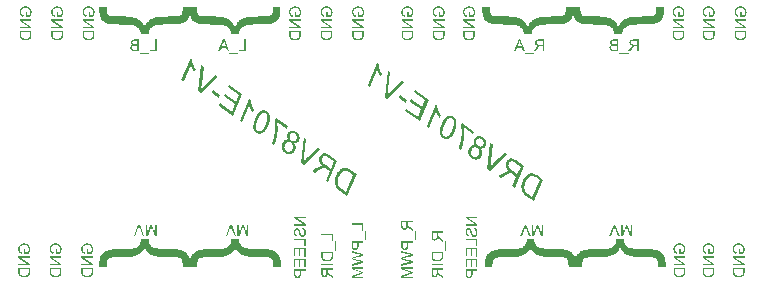
<source format=gbr>
G04*
G04 #@! TF.GenerationSoftware,Altium Limited,Altium Designer,23.8.1 (32)*
G04*
G04 Layer_Color=32896*
%FSLAX25Y25*%
%MOIN*%
G70*
G04*
G04 #@! TF.SameCoordinates,08085802-0E6A-4E4E-A806-44F487ACA516*
G04*
G04*
G04 #@! TF.FilePolarity,Positive*
G04*
G01*
G75*
G36*
X257970Y214278D02*
X258040Y213892D01*
X258146Y213575D01*
X258286Y213294D01*
X258392Y213048D01*
X258497Y212907D01*
X258568Y212802D01*
X258603Y212767D01*
X258849Y212521D01*
X259130Y212310D01*
X259411Y212134D01*
X259692Y211993D01*
X259938Y211888D01*
X260149Y211818D01*
X260290Y211783D01*
X260325D01*
X260536Y211747D01*
X260817Y211677D01*
X261380Y211607D01*
X262047Y211572D01*
X262680Y211537D01*
X263278Y211501D01*
X263524D01*
X263770D01*
X263946D01*
X264086D01*
X264192D01*
X264227D01*
X264719D01*
X265211Y211466D01*
X265633D01*
X266055D01*
X266757Y211431D01*
X267285Y211396D01*
X267742Y211361D01*
X268023Y211326D01*
X268199Y211291D01*
X268269D01*
X268726Y211185D01*
X269113Y211080D01*
X269464Y210939D01*
X269780Y210798D01*
X270026Y210658D01*
X270202Y210552D01*
X270308Y210482D01*
X270343Y210447D01*
X270624Y210166D01*
X270870Y209885D01*
X271081Y209603D01*
X271221Y209357D01*
X271362Y209111D01*
X271432Y208935D01*
X271468Y208795D01*
X271503Y208760D01*
X271608Y208478D01*
X271678Y208127D01*
X271749Y207389D01*
X271784Y207072D01*
Y205631D01*
X269323D01*
Y206123D01*
X269288Y206651D01*
X269253Y207072D01*
X269183Y207424D01*
X269077Y207705D01*
X269007Y207916D01*
X268937Y208057D01*
X268902Y208127D01*
X268866Y208162D01*
X268691Y208338D01*
X268445Y208478D01*
X267953Y208654D01*
X267742Y208689D01*
X267566Y208724D01*
X267425Y208760D01*
X267390D01*
X267250D01*
X267074D01*
X266828D01*
X266582Y208795D01*
X265984D01*
X265352D01*
X264754D01*
X264473D01*
X264262D01*
X264051D01*
X263910D01*
X263805D01*
X263770D01*
X263172D01*
X262575Y208830D01*
X262083Y208865D01*
X261591Y208935D01*
X261134Y208971D01*
X260747Y209041D01*
X260395Y209111D01*
X260079Y209181D01*
X259798Y209287D01*
X259552Y209357D01*
X259376Y209427D01*
X259200Y209463D01*
X259060Y209533D01*
X258989Y209568D01*
X258919Y209603D01*
X258392Y209920D01*
X257935Y210306D01*
X257548Y210728D01*
X257232Y211150D01*
X256986Y211537D01*
X256810Y211853D01*
X256705Y212064D01*
X256669Y212099D01*
Y212134D01*
X256388Y211607D01*
X256107Y211185D01*
X255861Y210798D01*
X255580Y210517D01*
X255369Y210271D01*
X255193Y210131D01*
X255088Y210025D01*
X255053Y209990D01*
X254666Y209744D01*
X254244Y209533D01*
X253822Y209357D01*
X253400Y209217D01*
X253049Y209111D01*
X252733Y209041D01*
X252522Y208971D01*
X252487D01*
X252451D01*
X252205Y208935D01*
X251924Y208900D01*
X251573D01*
X251186Y208865D01*
X250307Y208830D01*
X249429D01*
X248585Y208795D01*
X248198D01*
X247882D01*
X247601D01*
X247390D01*
X247249D01*
X247214D01*
X246511Y208760D01*
X245949Y208724D01*
X245492Y208619D01*
X245140Y208514D01*
X244859Y208443D01*
X244718Y208338D01*
X244613Y208303D01*
X244578Y208267D01*
X244367Y208021D01*
X244226Y207705D01*
X244121Y207354D01*
X244051Y207002D01*
X244016Y206651D01*
X243980Y206369D01*
Y205631D01*
X241520D01*
D01*
X239124D01*
Y206123D01*
X239088Y206651D01*
X239053Y207072D01*
X238983Y207424D01*
X238877Y207705D01*
X238807Y207916D01*
X238737Y208057D01*
X238702Y208127D01*
X238667Y208162D01*
X238491Y208338D01*
X238245Y208478D01*
X237753Y208654D01*
X237542Y208689D01*
X237366Y208724D01*
X237225Y208760D01*
X237190D01*
X237050D01*
X236874D01*
X236628D01*
X236382Y208795D01*
X235784D01*
X235152D01*
X234554D01*
X234273D01*
X234062D01*
X233851D01*
X233710D01*
X233605D01*
X233570D01*
X232972D01*
X232375Y208830D01*
X231883Y208865D01*
X231391Y208935D01*
X230933Y208971D01*
X230547Y209041D01*
X230195Y209111D01*
X229879Y209181D01*
X229598Y209287D01*
X229352Y209357D01*
X229176Y209427D01*
X229000Y209463D01*
X228860Y209533D01*
X228789Y209568D01*
X228719Y209603D01*
X228192Y209920D01*
X227735Y210306D01*
X227348Y210728D01*
X227032Y211150D01*
X226786Y211537D01*
X226610Y211853D01*
X226505Y212064D01*
X226469Y212099D01*
Y212134D01*
X226188Y211607D01*
X225907Y211185D01*
X225661Y210798D01*
X225380Y210517D01*
X225169Y210271D01*
X224993Y210131D01*
X224888Y210025D01*
X224853Y209990D01*
X224466Y209744D01*
X224044Y209533D01*
X223622Y209357D01*
X223200Y209217D01*
X222849Y209111D01*
X222533Y209041D01*
X222322Y208971D01*
X222287D01*
X222252D01*
X222005Y208935D01*
X221724Y208900D01*
X221373D01*
X220986Y208865D01*
X220107Y208830D01*
X219229D01*
X218385Y208795D01*
X217998D01*
X217682D01*
X217401D01*
X217190D01*
X217049D01*
X217014D01*
X216311Y208760D01*
X215749Y208724D01*
X215292Y208619D01*
X214940Y208514D01*
X214659Y208443D01*
X214518Y208338D01*
X214413Y208303D01*
X214378Y208267D01*
X214167Y208021D01*
X214026Y207705D01*
X213921Y207354D01*
X213851Y207002D01*
X213815Y206651D01*
X213780Y206369D01*
Y205631D01*
X211320D01*
Y207002D01*
X211355Y207389D01*
X211390Y207740D01*
Y208021D01*
X211425Y208232D01*
X211460Y208373D01*
X211496Y208443D01*
Y208478D01*
X211601Y208795D01*
X211706Y209076D01*
X211847Y209322D01*
X211952Y209533D01*
X212058Y209709D01*
X212163Y209814D01*
X212198Y209885D01*
X212234Y209920D01*
X212620Y210306D01*
X213042Y210587D01*
X213218Y210728D01*
X213358Y210798D01*
X213464Y210834D01*
X213499Y210869D01*
X213815Y210974D01*
X214167Y211080D01*
X214518Y211185D01*
X214870Y211255D01*
X215186Y211291D01*
X215432Y211326D01*
X215573Y211361D01*
X215643D01*
X215819D01*
X216030Y211396D01*
X216557Y211431D01*
X217120D01*
X217682Y211466D01*
X218244D01*
X218490D01*
X218701D01*
X218877D01*
X219018D01*
X219088D01*
X219123D01*
X219580D01*
X220037D01*
X220810Y211501D01*
X221443Y211537D01*
X221935Y211607D01*
X222322Y211642D01*
X222603Y211712D01*
X222744Y211747D01*
X222814D01*
X223200Y211853D01*
X223552Y211993D01*
X223833Y212169D01*
X224079Y212345D01*
X224290Y212521D01*
X224431Y212626D01*
X224501Y212732D01*
X224536Y212767D01*
X224747Y213048D01*
X224888Y213364D01*
X225028Y213716D01*
X225099Y213997D01*
X225134Y214278D01*
X225169Y214489D01*
Y214700D01*
X227735D01*
X227770Y214278D01*
X227840Y213892D01*
X227946Y213575D01*
X228086Y213294D01*
X228192Y213048D01*
X228297Y212907D01*
X228367Y212802D01*
X228403Y212767D01*
X228649Y212521D01*
X228930Y212310D01*
X229211Y212134D01*
X229492Y211993D01*
X229738Y211888D01*
X229949Y211818D01*
X230090Y211783D01*
X230125D01*
X230336Y211747D01*
X230617Y211677D01*
X231180Y211607D01*
X231847Y211572D01*
X232480Y211537D01*
X233078Y211501D01*
X233324D01*
X233570D01*
X233746D01*
X233886D01*
X233992D01*
X234027D01*
X234519D01*
X235011Y211466D01*
X235433D01*
X235855D01*
X236558Y211431D01*
X237085Y211396D01*
X237542Y211361D01*
X237823Y211326D01*
X237999Y211291D01*
X238069D01*
X238526Y211185D01*
X238913Y211080D01*
X239264Y210939D01*
X239580Y210798D01*
X239826Y210658D01*
X240002Y210552D01*
X240108Y210482D01*
X240143Y210447D01*
X240424Y210166D01*
X240670Y209885D01*
X240881Y209603D01*
X241021Y209357D01*
X241162Y209111D01*
X241232Y208935D01*
X241268Y208795D01*
X241303Y208760D01*
X241408Y208478D01*
X241478Y208127D01*
X241549Y207389D01*
X241552Y207358D01*
X241555Y207389D01*
X241590Y207740D01*
Y208021D01*
X241625Y208232D01*
X241660Y208373D01*
X241696Y208443D01*
Y208478D01*
X241801Y208795D01*
X241906Y209076D01*
X242047Y209322D01*
X242153Y209533D01*
X242258Y209709D01*
X242363Y209814D01*
X242399Y209885D01*
X242434Y209920D01*
X242820Y210306D01*
X243242Y210587D01*
X243418Y210728D01*
X243559Y210798D01*
X243664Y210834D01*
X243699Y210869D01*
X244016Y210974D01*
X244367Y211080D01*
X244718Y211185D01*
X245070Y211255D01*
X245386Y211291D01*
X245632Y211326D01*
X245773Y211361D01*
X245843D01*
X246019D01*
X246230Y211396D01*
X246757Y211431D01*
X247320D01*
X247882Y211466D01*
X248444D01*
X248690D01*
X248901D01*
X249077D01*
X249218D01*
X249288D01*
X249323D01*
X249780D01*
X250237D01*
X251010Y211501D01*
X251643Y211537D01*
X252135Y211607D01*
X252522Y211642D01*
X252803Y211712D01*
X252944Y211747D01*
X253014D01*
X253400Y211853D01*
X253752Y211993D01*
X254033Y212169D01*
X254279Y212345D01*
X254490Y212521D01*
X254631Y212626D01*
X254701Y212732D01*
X254736Y212767D01*
X254947Y213048D01*
X255088Y213364D01*
X255228Y213716D01*
X255299Y213997D01*
X255334Y214278D01*
X255369Y214489D01*
Y214700D01*
X257935D01*
X257970Y214278D01*
D02*
G37*
G36*
X356370Y214278D02*
X356440Y213892D01*
X356546Y213575D01*
X356686Y213294D01*
X356792Y213048D01*
X356897Y212907D01*
X356967Y212802D01*
X357003Y212767D01*
X357249Y212521D01*
X357530Y212310D01*
X357811Y212134D01*
X358092Y211994D01*
X358338Y211888D01*
X358549Y211818D01*
X358690Y211783D01*
X358725D01*
X358936Y211747D01*
X359217Y211677D01*
X359780Y211607D01*
X360447Y211572D01*
X361080Y211537D01*
X361678Y211501D01*
X361924D01*
X362170D01*
X362346D01*
X362486D01*
X362592D01*
X362627D01*
X363119D01*
X363611Y211466D01*
X364033D01*
X364455D01*
X365158Y211431D01*
X365685Y211396D01*
X366142Y211361D01*
X366423Y211326D01*
X366599Y211291D01*
X366669D01*
X367126Y211185D01*
X367512Y211080D01*
X367864Y210939D01*
X368180Y210798D01*
X368426Y210658D01*
X368602Y210552D01*
X368708Y210482D01*
X368743Y210447D01*
X369024Y210166D01*
X369270Y209885D01*
X369481Y209603D01*
X369621Y209357D01*
X369762Y209111D01*
X369832Y208935D01*
X369868Y208795D01*
X369903Y208760D01*
X370002Y208496D01*
X370101Y208795D01*
X370206Y209076D01*
X370347Y209322D01*
X370452Y209533D01*
X370558Y209709D01*
X370663Y209814D01*
X370699Y209885D01*
X370734Y209920D01*
X371120Y210306D01*
X371542Y210587D01*
X371718Y210728D01*
X371859Y210798D01*
X371964Y210834D01*
X371999Y210869D01*
X372316Y210974D01*
X372667Y211080D01*
X373019Y211185D01*
X373370Y211255D01*
X373686Y211291D01*
X373932Y211326D01*
X374073Y211361D01*
X374143D01*
X374319D01*
X374530Y211396D01*
X375057Y211431D01*
X375620D01*
X376182Y211466D01*
X376744D01*
X376990D01*
X377201D01*
X377377D01*
X377518D01*
X377588D01*
X377623D01*
X378080D01*
X378537D01*
X379310Y211501D01*
X379943Y211537D01*
X380435Y211607D01*
X380822Y211642D01*
X381103Y211712D01*
X381244Y211747D01*
X381314D01*
X381700Y211853D01*
X382052Y211993D01*
X382333Y212169D01*
X382579Y212345D01*
X382790Y212521D01*
X382931Y212626D01*
X383001Y212732D01*
X383036Y212767D01*
X383247Y213048D01*
X383388Y213364D01*
X383528Y213716D01*
X383599Y213997D01*
X383634Y214278D01*
X383669Y214489D01*
Y214700D01*
X386235D01*
X386270Y214278D01*
X386340Y213892D01*
X386446Y213575D01*
X386586Y213294D01*
X386692Y213048D01*
X386797Y212907D01*
X386868Y212802D01*
X386903Y212767D01*
X387149Y212521D01*
X387430Y212310D01*
X387711Y212134D01*
X387992Y211993D01*
X388238Y211888D01*
X388449Y211818D01*
X388590Y211783D01*
X388625D01*
X388836Y211747D01*
X389117Y211677D01*
X389680Y211607D01*
X390347Y211572D01*
X390980Y211537D01*
X391578Y211501D01*
X391824D01*
X392070D01*
X392246D01*
X392386D01*
X392492D01*
X392527D01*
X393019D01*
X393511Y211466D01*
X393933D01*
X394355D01*
X395058Y211431D01*
X395585Y211396D01*
X396042Y211361D01*
X396323Y211326D01*
X396499Y211291D01*
X396569D01*
X397026Y211185D01*
X397413Y211080D01*
X397764Y210939D01*
X398080Y210798D01*
X398326Y210658D01*
X398502Y210552D01*
X398608Y210482D01*
X398643Y210447D01*
X398924Y210166D01*
X399170Y209885D01*
X399381Y209603D01*
X399522Y209357D01*
X399662Y209111D01*
X399732Y208935D01*
X399768Y208795D01*
X399803Y208760D01*
X399908Y208478D01*
X399978Y208127D01*
X400049Y207389D01*
X400084Y207072D01*
Y205631D01*
X397623D01*
Y206123D01*
X397588Y206651D01*
X397553Y207072D01*
X397483Y207424D01*
X397377Y207705D01*
X397307Y207916D01*
X397237Y208057D01*
X397202Y208127D01*
X397166Y208162D01*
X396991Y208338D01*
X396745Y208478D01*
X396253Y208654D01*
X396042Y208689D01*
X395866Y208724D01*
X395725Y208760D01*
X395690D01*
X395550D01*
X395374D01*
X395128D01*
X394882Y208795D01*
X394284D01*
X393652D01*
X393054D01*
X392773D01*
X392562D01*
X392351D01*
X392210D01*
X392105D01*
X392070D01*
X391472D01*
X390875Y208830D01*
X390383Y208865D01*
X389891Y208935D01*
X389434Y208971D01*
X389047Y209041D01*
X388695Y209111D01*
X388379Y209181D01*
X388098Y209287D01*
X387852Y209357D01*
X387676Y209427D01*
X387500Y209463D01*
X387360Y209533D01*
X387289Y209568D01*
X387219Y209603D01*
X386692Y209920D01*
X386235Y210306D01*
X385848Y210728D01*
X385532Y211150D01*
X385286Y211537D01*
X385110Y211853D01*
X385005Y212064D01*
X384969Y212099D01*
Y212134D01*
X384688Y211607D01*
X384407Y211185D01*
X384161Y210798D01*
X383880Y210517D01*
X383669Y210271D01*
X383493Y210131D01*
X383388Y210025D01*
X383353Y209990D01*
X382966Y209744D01*
X382544Y209533D01*
X382122Y209357D01*
X381700Y209217D01*
X381349Y209111D01*
X381033Y209041D01*
X380822Y208971D01*
X380787D01*
X380751D01*
X380505Y208935D01*
X380224Y208900D01*
X379873D01*
X379486Y208865D01*
X378607Y208830D01*
X377729D01*
X376885Y208795D01*
X376498D01*
X376182D01*
X375901D01*
X375690D01*
X375549D01*
X375514D01*
X374811Y208760D01*
X374249Y208724D01*
X373792Y208619D01*
X373440Y208514D01*
X373159Y208443D01*
X373019Y208338D01*
X372913Y208303D01*
X372878Y208267D01*
X372667Y208021D01*
X372526Y207705D01*
X372421Y207354D01*
X372351Y207002D01*
X372316Y206651D01*
X372280Y206369D01*
Y205631D01*
X369820D01*
Y205631D01*
X367723D01*
Y206123D01*
X367688Y206651D01*
X367653Y207072D01*
X367583Y207424D01*
X367477Y207705D01*
X367407Y207916D01*
X367337Y208057D01*
X367302Y208127D01*
X367267Y208162D01*
X367091Y208338D01*
X366845Y208478D01*
X366353Y208654D01*
X366142Y208689D01*
X365966Y208724D01*
X365825Y208760D01*
X365790D01*
X365650D01*
X365474D01*
X365228D01*
X364982Y208795D01*
X364384D01*
X363752D01*
X363154D01*
X362873D01*
X362662D01*
X362451D01*
X362310D01*
X362205D01*
X362170D01*
X361572D01*
X360975Y208830D01*
X360483Y208865D01*
X359990Y208935D01*
X359534Y208971D01*
X359147Y209041D01*
X358795Y209111D01*
X358479Y209181D01*
X358198Y209287D01*
X357952Y209357D01*
X357776Y209427D01*
X357600Y209463D01*
X357460Y209533D01*
X357389Y209568D01*
X357319Y209603D01*
X356792Y209920D01*
X356335Y210306D01*
X355948Y210728D01*
X355632Y211150D01*
X355386Y211537D01*
X355210Y211853D01*
X355105Y212064D01*
X355069Y212099D01*
Y212134D01*
X354788Y211607D01*
X354507Y211185D01*
X354261Y210798D01*
X353980Y210517D01*
X353769Y210271D01*
X353593Y210131D01*
X353488Y210025D01*
X353452Y209990D01*
X353066Y209744D01*
X352644Y209533D01*
X352222Y209357D01*
X351800Y209217D01*
X351449Y209111D01*
X351133Y209041D01*
X350922Y208971D01*
X350887D01*
X350851D01*
X350605Y208935D01*
X350324Y208900D01*
X349973D01*
X349586Y208865D01*
X348707Y208830D01*
X347829D01*
X346985Y208795D01*
X346598D01*
X346282D01*
X346001D01*
X345790D01*
X345649D01*
X345614D01*
X344911Y208760D01*
X344349Y208724D01*
X343892Y208619D01*
X343540Y208514D01*
X343259Y208443D01*
X343118Y208338D01*
X343013Y208303D01*
X342978Y208268D01*
X342767Y208021D01*
X342626Y207705D01*
X342521Y207354D01*
X342451Y207002D01*
X342415Y206651D01*
X342380Y206369D01*
Y205631D01*
X339920D01*
Y207002D01*
X339955Y207389D01*
X339990Y207740D01*
Y208021D01*
X340025Y208232D01*
X340060Y208373D01*
X340095Y208443D01*
Y208478D01*
X340201Y208795D01*
X340306Y209076D01*
X340447Y209322D01*
X340552Y209533D01*
X340658Y209709D01*
X340763Y209814D01*
X340798Y209885D01*
X340834Y209920D01*
X341220Y210306D01*
X341642Y210588D01*
X341818Y210728D01*
X341958Y210798D01*
X342064Y210834D01*
X342099Y210869D01*
X342415Y210974D01*
X342767Y211080D01*
X343118Y211185D01*
X343470Y211255D01*
X343786Y211291D01*
X344032Y211326D01*
X344173Y211361D01*
X344243D01*
X344419D01*
X344630Y211396D01*
X345157Y211431D01*
X345720D01*
X346282Y211466D01*
X346844D01*
X347090D01*
X347301D01*
X347477D01*
X347618D01*
X347688D01*
X347723D01*
X348180D01*
X348637D01*
X349410Y211501D01*
X350043Y211537D01*
X350535Y211607D01*
X350922Y211642D01*
X351203Y211712D01*
X351343Y211747D01*
X351414D01*
X351800Y211853D01*
X352152Y211994D01*
X352433Y212169D01*
X352679Y212345D01*
X352890Y212521D01*
X353031Y212626D01*
X353101Y212732D01*
X353136Y212767D01*
X353347Y213048D01*
X353488Y213364D01*
X353628Y213716D01*
X353699Y213997D01*
X353734Y214278D01*
X353769Y214489D01*
Y214700D01*
X356335D01*
X356370Y214278D01*
D02*
G37*
G36*
X230422Y215757D02*
X229732D01*
X228814Y218430D01*
X228767Y218576D01*
X228720Y218699D01*
X228685Y218804D01*
X228662Y218892D01*
X228638Y218956D01*
X228621Y219003D01*
X228615Y219033D01*
X228609Y219044D01*
X228586Y218968D01*
X228556Y218875D01*
X228527Y218781D01*
X228498Y218687D01*
X228469Y218605D01*
X228445Y218541D01*
X228439Y218512D01*
X228433Y218494D01*
X228428Y218483D01*
Y218477D01*
X227515Y215757D01*
X226755D01*
Y219600D01*
X227246D01*
Y216330D01*
X228352Y219600D01*
X228808D01*
X229931Y216383D01*
Y219600D01*
X230422D01*
Y215757D01*
D02*
G37*
G36*
X226310D02*
X225795D01*
X224754Y218547D01*
X224713Y218664D01*
X224672Y218781D01*
X224637Y218886D01*
X224608Y218980D01*
X224584Y219062D01*
X224567Y219126D01*
X224561Y219149D01*
X224555Y219167D01*
X224549Y219173D01*
Y219179D01*
X224485Y218956D01*
X224450Y218851D01*
X224415Y218752D01*
X224385Y218670D01*
X224368Y218605D01*
X224356Y218582D01*
X224350Y218565D01*
X224344Y218553D01*
Y218547D01*
X223350Y215757D01*
X222794D01*
X224286Y219600D01*
X224806D01*
X226310Y215757D01*
D02*
G37*
G36*
X261022D02*
X260332D01*
X259414Y218430D01*
X259367Y218576D01*
X259320Y218699D01*
X259285Y218804D01*
X259262Y218892D01*
X259238Y218956D01*
X259221Y219003D01*
X259215Y219033D01*
X259209Y219044D01*
X259186Y218968D01*
X259156Y218875D01*
X259127Y218781D01*
X259098Y218687D01*
X259069Y218605D01*
X259045Y218541D01*
X259039Y218512D01*
X259033Y218494D01*
X259028Y218483D01*
Y218477D01*
X258115Y215757D01*
X257355D01*
Y219600D01*
X257846D01*
Y216330D01*
X258952Y219600D01*
X259408D01*
X260531Y216383D01*
Y219600D01*
X261022D01*
Y215757D01*
D02*
G37*
G36*
X256910D02*
X256395D01*
X255354Y218547D01*
X255313Y218664D01*
X255272Y218781D01*
X255237Y218886D01*
X255208Y218980D01*
X255184Y219062D01*
X255167Y219126D01*
X255161Y219149D01*
X255155Y219167D01*
X255149Y219173D01*
Y219179D01*
X255085Y218956D01*
X255050Y218851D01*
X255015Y218752D01*
X254985Y218670D01*
X254968Y218605D01*
X254956Y218582D01*
X254950Y218565D01*
X254944Y218553D01*
Y218547D01*
X253950Y215757D01*
X253394D01*
X254886Y219600D01*
X255406D01*
X256910Y215757D01*
D02*
G37*
G36*
X388923D02*
X388232D01*
X387314Y218430D01*
X387267Y218576D01*
X387220Y218699D01*
X387185Y218804D01*
X387162Y218892D01*
X387138Y218956D01*
X387121Y219003D01*
X387115Y219033D01*
X387109Y219044D01*
X387086Y218968D01*
X387056Y218875D01*
X387027Y218781D01*
X386998Y218687D01*
X386969Y218605D01*
X386945Y218541D01*
X386939Y218512D01*
X386933Y218494D01*
X386928Y218483D01*
Y218477D01*
X386015Y215757D01*
X385255D01*
Y219600D01*
X385746D01*
Y216330D01*
X386852Y219600D01*
X387308D01*
X388431Y216383D01*
Y219600D01*
X388923D01*
Y215757D01*
D02*
G37*
G36*
X384810D02*
X384295D01*
X383254Y218547D01*
X383213Y218664D01*
X383172Y218781D01*
X383137Y218886D01*
X383108Y218980D01*
X383084Y219062D01*
X383067Y219126D01*
X383061Y219149D01*
X383055Y219167D01*
X383049Y219173D01*
Y219179D01*
X382985Y218956D01*
X382950Y218851D01*
X382915Y218752D01*
X382885Y218670D01*
X382868Y218605D01*
X382856Y218582D01*
X382850Y218565D01*
X382844Y218553D01*
Y218547D01*
X381850Y215757D01*
X381294D01*
X382786Y219600D01*
X383307D01*
X384810Y215757D01*
D02*
G37*
G36*
X359223D02*
X358532D01*
X357614Y218430D01*
X357567Y218576D01*
X357520Y218699D01*
X357485Y218804D01*
X357462Y218892D01*
X357438Y218956D01*
X357421Y219003D01*
X357415Y219033D01*
X357409Y219044D01*
X357386Y218968D01*
X357356Y218875D01*
X357327Y218781D01*
X357298Y218687D01*
X357269Y218605D01*
X357245Y218541D01*
X357239Y218512D01*
X357234Y218494D01*
X357228Y218483D01*
Y218477D01*
X356315Y215757D01*
X355555D01*
Y219600D01*
X356046D01*
Y216330D01*
X357152Y219600D01*
X357608D01*
X358731Y216383D01*
Y219600D01*
X359223D01*
Y215757D01*
D02*
G37*
G36*
X355110D02*
X354595D01*
X353554Y218547D01*
X353513Y218664D01*
X353472Y218781D01*
X353437Y218886D01*
X353408Y218980D01*
X353384Y219062D01*
X353367Y219126D01*
X353361Y219149D01*
X353355Y219167D01*
X353349Y219173D01*
Y219179D01*
X353285Y218956D01*
X353250Y218851D01*
X353215Y218752D01*
X353185Y218670D01*
X353168Y218605D01*
X353156Y218582D01*
X353150Y218565D01*
X353144Y218553D01*
Y218547D01*
X352150Y215757D01*
X351594D01*
X353086Y219600D01*
X353607D01*
X355110Y215757D01*
D02*
G37*
G36*
X271680Y290798D02*
X271645Y290411D01*
X271610Y290060D01*
Y289778D01*
X271575Y289568D01*
X271540Y289427D01*
X271504Y289357D01*
Y289322D01*
X271399Y289005D01*
X271293Y288724D01*
X271153Y288478D01*
X271047Y288267D01*
X270942Y288091D01*
X270837Y287986D01*
X270801Y287916D01*
X270766Y287880D01*
X270380Y287494D01*
X269958Y287213D01*
X269782Y287072D01*
X269641Y287002D01*
X269536Y286966D01*
X269501Y286931D01*
X269184Y286826D01*
X268833Y286720D01*
X268481Y286615D01*
X268130Y286545D01*
X267814Y286510D01*
X267568Y286474D01*
X267427Y286439D01*
X267357D01*
X267181D01*
X266970Y286404D01*
X266443Y286369D01*
X265880D01*
X265318Y286334D01*
X264756D01*
X264510D01*
X264299D01*
X264123D01*
X263982D01*
X263912D01*
X263877D01*
X263420D01*
X262963D01*
X262190Y286299D01*
X261557Y286263D01*
X261065Y286193D01*
X260678Y286158D01*
X260397Y286088D01*
X260256Y286053D01*
X260186D01*
X259800Y285947D01*
X259448Y285807D01*
X259167Y285631D01*
X258921Y285455D01*
X258710Y285279D01*
X258569Y285174D01*
X258499Y285068D01*
X258464Y285033D01*
X258253Y284752D01*
X258112Y284436D01*
X257972Y284084D01*
X257901Y283803D01*
X257866Y283522D01*
X257831Y283311D01*
Y283100D01*
X255265D01*
X255230Y283522D01*
X255160Y283909D01*
X255054Y284225D01*
X254914Y284506D01*
X254808Y284752D01*
X254703Y284893D01*
X254632Y284998D01*
X254597Y285033D01*
X254351Y285279D01*
X254070Y285490D01*
X253789Y285666D01*
X253508Y285807D01*
X253262Y285912D01*
X253051Y285982D01*
X252910Y286017D01*
X252875D01*
X252664Y286053D01*
X252383Y286123D01*
X251820Y286193D01*
X251153Y286228D01*
X250520Y286263D01*
X249922Y286299D01*
X249676D01*
X249430D01*
X249254D01*
X249114D01*
X249008D01*
X248973D01*
X248481D01*
X247989Y286334D01*
X247567D01*
X247146D01*
X246443Y286369D01*
X245915Y286404D01*
X245458Y286439D01*
X245177Y286474D01*
X245001Y286510D01*
X244931D01*
X244474Y286615D01*
X244087Y286720D01*
X243736Y286861D01*
X243420Y287002D01*
X243174Y287142D01*
X242998Y287248D01*
X242892Y287318D01*
X242857Y287353D01*
X242576Y287634D01*
X242330Y287916D01*
X242119Y288197D01*
X241978Y288443D01*
X241838Y288689D01*
X241768Y288865D01*
X241732Y289005D01*
X241697Y289040D01*
X241592Y289322D01*
X241522Y289673D01*
X241510Y289795D01*
Y289778D01*
X241475Y289568D01*
X241440Y289427D01*
X241404Y289357D01*
Y289321D01*
X241299Y289005D01*
X241194Y288724D01*
X241053Y288478D01*
X240948Y288267D01*
X240842Y288091D01*
X240737Y287986D01*
X240701Y287915D01*
X240666Y287880D01*
X240280Y287494D01*
X239858Y287213D01*
X239682Y287072D01*
X239542Y287002D01*
X239436Y286966D01*
X239401Y286931D01*
X239085Y286826D01*
X238733Y286720D01*
X238382Y286615D01*
X238030Y286545D01*
X237714Y286509D01*
X237468Y286474D01*
X237327Y286439D01*
X237257D01*
X237081D01*
X236870Y286404D01*
X236343Y286369D01*
X235780D01*
X235218Y286334D01*
X234656D01*
X234410D01*
X234199D01*
X234023D01*
X233882D01*
X233812D01*
X233777D01*
X233320D01*
X232863D01*
X232090Y286299D01*
X231457Y286263D01*
X230965Y286193D01*
X230578Y286158D01*
X230297Y286088D01*
X230156Y286053D01*
X230086D01*
X229699Y285947D01*
X229348Y285807D01*
X229067Y285631D01*
X228821Y285455D01*
X228610Y285279D01*
X228469Y285174D01*
X228399Y285068D01*
X228364Y285033D01*
X228153Y284752D01*
X228012Y284436D01*
X227872Y284084D01*
X227801Y283803D01*
X227766Y283522D01*
X227731Y283311D01*
Y283100D01*
X225165D01*
X225130Y283522D01*
X225060Y283908D01*
X224954Y284225D01*
X224814Y284506D01*
X224708Y284752D01*
X224603Y284893D01*
X224532Y284998D01*
X224497Y285033D01*
X224251Y285279D01*
X223970Y285490D01*
X223689Y285666D01*
X223408Y285807D01*
X223162Y285912D01*
X222951Y285982D01*
X222810Y286017D01*
X222775D01*
X222564Y286053D01*
X222283Y286123D01*
X221720Y286193D01*
X221053Y286228D01*
X220420Y286263D01*
X219822Y286299D01*
X219576D01*
X219330D01*
X219155D01*
X219014D01*
X218908D01*
X218873D01*
X218381D01*
X217889Y286334D01*
X217467D01*
X217045D01*
X216342Y286369D01*
X215815Y286404D01*
X215358Y286439D01*
X215077Y286474D01*
X214901Y286509D01*
X214831D01*
X214374Y286615D01*
X213987Y286720D01*
X213636Y286861D01*
X213320Y287002D01*
X213073Y287142D01*
X212898Y287248D01*
X212792Y287318D01*
X212757Y287353D01*
X212476Y287634D01*
X212230Y287915D01*
X212019Y288197D01*
X211878Y288443D01*
X211738Y288689D01*
X211667Y288865D01*
X211632Y289005D01*
X211597Y289040D01*
X211492Y289321D01*
X211421Y289673D01*
X211351Y290411D01*
X211316Y290728D01*
Y292169D01*
X213776D01*
Y291677D01*
X213812Y291149D01*
X213847Y290728D01*
X213917Y290376D01*
X214023Y290095D01*
X214093Y289884D01*
X214163Y289743D01*
X214198Y289673D01*
X214233Y289638D01*
X214409Y289462D01*
X214655Y289321D01*
X215147Y289146D01*
X215358Y289111D01*
X215534Y289075D01*
X215675Y289040D01*
X215710D01*
X215850D01*
X216026D01*
X216272D01*
X216518Y289005D01*
X217116D01*
X217748D01*
X218346D01*
X218627D01*
X218838D01*
X219049D01*
X219190D01*
X219295D01*
X219330D01*
X219928D01*
X220525Y288970D01*
X221017Y288935D01*
X221510Y288865D01*
X221967Y288829D01*
X222353Y288759D01*
X222705Y288689D01*
X223021Y288619D01*
X223302Y288513D01*
X223548Y288443D01*
X223724Y288372D01*
X223900Y288337D01*
X224040Y288267D01*
X224111Y288232D01*
X224181Y288197D01*
X224708Y287880D01*
X225165Y287494D01*
X225552Y287072D01*
X225868Y286650D01*
X226114Y286263D01*
X226290Y285947D01*
X226395Y285736D01*
X226431Y285701D01*
Y285666D01*
X226712Y286193D01*
X226993Y286615D01*
X227239Y287002D01*
X227520Y287283D01*
X227731Y287529D01*
X227907Y287669D01*
X228012Y287775D01*
X228047Y287810D01*
X228434Y288056D01*
X228856Y288267D01*
X229278Y288443D01*
X229699Y288583D01*
X230051Y288689D01*
X230367Y288759D01*
X230578Y288829D01*
X230613D01*
X230648D01*
X230895Y288865D01*
X231176Y288900D01*
X231527D01*
X231914Y288935D01*
X232793Y288970D01*
X233671D01*
X234515Y289005D01*
X234902D01*
X235218D01*
X235499D01*
X235710D01*
X235851D01*
X235886D01*
X236589Y289040D01*
X237151Y289075D01*
X237608Y289181D01*
X237960Y289286D01*
X238241Y289357D01*
X238382Y289462D01*
X238487Y289497D01*
X238522Y289532D01*
X238733Y289778D01*
X238874Y290095D01*
X238979Y290446D01*
X239049Y290798D01*
X239085Y291149D01*
X239120Y291430D01*
Y292169D01*
X241416D01*
Y292169D01*
X243877D01*
Y291677D01*
X243912Y291149D01*
X243947Y290728D01*
X244017Y290376D01*
X244123Y290095D01*
X244193Y289884D01*
X244263Y289743D01*
X244298Y289673D01*
X244334Y289638D01*
X244509Y289462D01*
X244755Y289322D01*
X245247Y289146D01*
X245458Y289111D01*
X245634Y289075D01*
X245775Y289040D01*
X245810D01*
X245950D01*
X246126D01*
X246372D01*
X246618Y289005D01*
X247216D01*
X247849D01*
X248446D01*
X248727D01*
X248938D01*
X249149D01*
X249290D01*
X249395D01*
X249430D01*
X250028D01*
X250625Y288970D01*
X251117Y288935D01*
X251609Y288865D01*
X252066Y288829D01*
X252453Y288759D01*
X252805Y288689D01*
X253121Y288619D01*
X253402Y288513D01*
X253648Y288443D01*
X253824Y288372D01*
X254000Y288337D01*
X254140Y288267D01*
X254211Y288232D01*
X254281Y288197D01*
X254808Y287880D01*
X255265Y287494D01*
X255652Y287072D01*
X255968Y286650D01*
X256214Y286263D01*
X256390Y285947D01*
X256495Y285736D01*
X256530Y285701D01*
Y285666D01*
X256812Y286193D01*
X257093Y286615D01*
X257339Y287002D01*
X257620Y287283D01*
X257831Y287529D01*
X258007Y287669D01*
X258112Y287775D01*
X258147Y287810D01*
X258534Y288056D01*
X258956Y288267D01*
X259378Y288443D01*
X259800Y288583D01*
X260151Y288689D01*
X260467Y288759D01*
X260678Y288829D01*
X260713D01*
X260749D01*
X260995Y288865D01*
X261276Y288900D01*
X261627D01*
X262014Y288935D01*
X262893Y288970D01*
X263771D01*
X264615Y289005D01*
X265002D01*
X265318D01*
X265599D01*
X265810D01*
X265951D01*
X265986D01*
X266689Y289040D01*
X267251Y289075D01*
X267708Y289181D01*
X268060Y289286D01*
X268341Y289357D01*
X268481Y289462D01*
X268587Y289497D01*
X268622Y289532D01*
X268833Y289778D01*
X268974Y290095D01*
X269079Y290446D01*
X269149Y290798D01*
X269184Y291149D01*
X269220Y291431D01*
Y292169D01*
X271680D01*
Y290798D01*
D02*
G37*
G36*
X404904Y213388D02*
X405096Y213365D01*
X405272Y213324D01*
X405354Y213306D01*
X405424Y213283D01*
X405494Y213260D01*
X405553Y213242D01*
X405606Y213219D01*
X405647Y213201D01*
X405682Y213189D01*
X405705Y213178D01*
X405723Y213166D01*
X405728D01*
X405886Y213067D01*
X406027Y212955D01*
X406149Y212844D01*
X406249Y212727D01*
X406325Y212628D01*
X406354Y212587D01*
X406378Y212546D01*
X406401Y212517D01*
X406413Y212487D01*
X406419Y212476D01*
X406425Y212470D01*
X406506Y212294D01*
X406565Y212113D01*
X406606Y211943D01*
X406635Y211780D01*
X406647Y211709D01*
X406653Y211645D01*
X406659Y211586D01*
Y211534D01*
X406664Y211493D01*
Y211440D01*
X406659Y211288D01*
X406641Y211136D01*
X406617Y211001D01*
X406588Y210879D01*
X406577Y210826D01*
X406565Y210773D01*
X406553Y210732D01*
X406541Y210697D01*
X406530Y210668D01*
X406524Y210645D01*
X406518Y210633D01*
Y210627D01*
X406454Y210481D01*
X406384Y210335D01*
X406308Y210206D01*
X406237Y210089D01*
X406167Y209989D01*
X406144Y209948D01*
X406114Y209913D01*
X406097Y209884D01*
X406079Y209867D01*
X406074Y209855D01*
X406068Y209849D01*
X404640D01*
Y211475D01*
X405091D01*
Y210346D01*
X405816D01*
X405869Y210417D01*
X405921Y210492D01*
X405968Y210569D01*
X406009Y210645D01*
X406044Y210715D01*
X406068Y210773D01*
X406079Y210797D01*
X406085Y210814D01*
X406091Y210820D01*
Y210826D01*
X406132Y210943D01*
X406161Y211060D01*
X406185Y211171D01*
X406196Y211265D01*
X406208Y211347D01*
X406214Y211411D01*
Y211470D01*
X406208Y211610D01*
X406190Y211744D01*
X406161Y211861D01*
X406132Y211973D01*
X406103Y212060D01*
X406085Y212101D01*
X406074Y212130D01*
X406068Y212154D01*
X406056Y212172D01*
X406050Y212183D01*
Y212189D01*
X405980Y212306D01*
X405898Y212411D01*
X405810Y212499D01*
X405728Y212569D01*
X405652Y212622D01*
X405594Y212663D01*
X405570Y212681D01*
X405553Y212692D01*
X405541Y212698D01*
X405535D01*
X405395Y212756D01*
X405255Y212797D01*
X405108Y212832D01*
X404968Y212850D01*
X404909Y212856D01*
X404851Y212862D01*
X404798Y212868D01*
X404757D01*
X404716Y212874D01*
X404693D01*
X404675D01*
X404670D01*
X404517Y212868D01*
X404371Y212850D01*
X404243Y212827D01*
X404125Y212797D01*
X404032Y212774D01*
X403991Y212762D01*
X403962Y212751D01*
X403932Y212739D01*
X403915Y212733D01*
X403903Y212727D01*
X403897D01*
X403821Y212692D01*
X403751Y212657D01*
X403687Y212616D01*
X403628Y212575D01*
X403581Y212540D01*
X403546Y212511D01*
X403523Y212493D01*
X403517Y212487D01*
X403453Y212423D01*
X403400Y212359D01*
X403353Y212288D01*
X403312Y212224D01*
X403277Y212166D01*
X403254Y212119D01*
X403242Y212090D01*
X403236Y212078D01*
X403201Y211979D01*
X403172Y211879D01*
X403154Y211774D01*
X403137Y211680D01*
X403131Y211598D01*
X403125Y211534D01*
Y211475D01*
X403131Y211370D01*
X403143Y211271D01*
X403160Y211183D01*
X403178Y211107D01*
X403195Y211042D01*
X403213Y210990D01*
X403225Y210961D01*
X403230Y210949D01*
X403271Y210861D01*
X403312Y210791D01*
X403359Y210726D01*
X403400Y210674D01*
X403441Y210633D01*
X403470Y210604D01*
X403494Y210586D01*
X403500Y210580D01*
X403570Y210533D01*
X403646Y210492D01*
X403722Y210457D01*
X403792Y210428D01*
X403862Y210405D01*
X403915Y210381D01*
X403950Y210376D01*
X403956Y210370D01*
X403962D01*
X403833Y209908D01*
X403692Y209948D01*
X403570Y209995D01*
X403464Y210042D01*
X403377Y210089D01*
X403301Y210136D01*
X403248Y210171D01*
X403219Y210194D01*
X403207Y210200D01*
X403119Y210276D01*
X403049Y210364D01*
X402985Y210452D01*
X402932Y210539D01*
X402885Y210615D01*
X402856Y210674D01*
X402844Y210697D01*
X402839Y210715D01*
X402833Y210726D01*
Y210732D01*
X402786Y210861D01*
X402751Y210990D01*
X402727Y211119D01*
X402710Y211230D01*
X402698Y211329D01*
Y211376D01*
X402692Y211411D01*
Y211481D01*
X402704Y211692D01*
X402727Y211879D01*
X402768Y212054D01*
X402792Y212130D01*
X402809Y212201D01*
X402833Y212265D01*
X402856Y212324D01*
X402874Y212376D01*
X402897Y212417D01*
X402909Y212446D01*
X402920Y212476D01*
X402932Y212487D01*
Y212493D01*
X402979Y212575D01*
X403031Y212645D01*
X403143Y212786D01*
X403260Y212897D01*
X403377Y212996D01*
X403488Y213067D01*
X403529Y213096D01*
X403570Y213125D01*
X403605Y213143D01*
X403628Y213154D01*
X403646Y213166D01*
X403652D01*
X403833Y213242D01*
X404020Y213301D01*
X404196Y213341D01*
X404359Y213371D01*
X404430Y213383D01*
X404494Y213388D01*
X404553Y213394D01*
X404605D01*
X404646Y213400D01*
X404675D01*
X404693D01*
X404699D01*
X404904Y213388D01*
D02*
G37*
G36*
X406600Y208621D02*
X403581D01*
X406600Y206602D01*
Y206082D01*
X402757D01*
Y206567D01*
X405775D01*
X402757Y208591D01*
Y209106D01*
X406600D01*
Y208621D01*
D02*
G37*
G36*
Y203847D02*
X406594Y203718D01*
X406588Y203601D01*
X406577Y203496D01*
X406565Y203408D01*
X406553Y203332D01*
X406547Y203279D01*
X406536Y203244D01*
Y203233D01*
X406506Y203133D01*
X406477Y203046D01*
X406448Y202970D01*
X406419Y202905D01*
X406389Y202852D01*
X406366Y202812D01*
X406354Y202782D01*
X406349Y202776D01*
X406296Y202706D01*
X406237Y202642D01*
X406179Y202577D01*
X406126Y202531D01*
X406074Y202484D01*
X406033Y202455D01*
X406009Y202431D01*
X405997Y202425D01*
X405910Y202367D01*
X405816Y202314D01*
X405723Y202268D01*
X405635Y202232D01*
X405553Y202203D01*
X405494Y202180D01*
X405471Y202174D01*
X405453Y202168D01*
X405442Y202162D01*
X405436D01*
X405307Y202127D01*
X405173Y202104D01*
X405038Y202080D01*
X404921Y202069D01*
X404816Y202063D01*
X404769D01*
X404734Y202057D01*
X404699D01*
X404675D01*
X404664D01*
X404658D01*
X404471Y202063D01*
X404301Y202080D01*
X404149Y202104D01*
X404079Y202121D01*
X404014Y202133D01*
X403956Y202145D01*
X403903Y202162D01*
X403856Y202174D01*
X403821Y202186D01*
X403792Y202197D01*
X403769Y202203D01*
X403757Y202209D01*
X403751D01*
X403605Y202273D01*
X403476Y202344D01*
X403365Y202420D01*
X403271Y202496D01*
X403195Y202560D01*
X403137Y202613D01*
X403102Y202654D01*
X403090Y202659D01*
Y202665D01*
X403020Y202759D01*
X402961Y202852D01*
X402914Y202946D01*
X402879Y203034D01*
X402850Y203110D01*
X402833Y203174D01*
X402821Y203198D01*
Y203209D01*
X402815Y203221D01*
Y203227D01*
X402798Y203321D01*
X402780Y203432D01*
X402768Y203549D01*
X402762Y203654D01*
X402757Y203753D01*
Y205228D01*
X406600D01*
Y203847D01*
D02*
G37*
G36*
X186504Y213388D02*
X186697Y213365D01*
X186872Y213324D01*
X186954Y213306D01*
X187024Y213283D01*
X187094Y213260D01*
X187153Y213242D01*
X187206Y213219D01*
X187247Y213201D01*
X187282Y213189D01*
X187305Y213178D01*
X187322Y213166D01*
X187328D01*
X187486Y213067D01*
X187627Y212955D01*
X187750Y212844D01*
X187849Y212727D01*
X187925Y212628D01*
X187954Y212587D01*
X187978Y212546D01*
X188001Y212517D01*
X188013Y212487D01*
X188019Y212476D01*
X188024Y212470D01*
X188106Y212294D01*
X188165Y212113D01*
X188206Y211943D01*
X188235Y211780D01*
X188247Y211709D01*
X188253Y211645D01*
X188259Y211586D01*
Y211534D01*
X188264Y211493D01*
Y211440D01*
X188259Y211288D01*
X188241Y211136D01*
X188218Y211001D01*
X188188Y210879D01*
X188177Y210826D01*
X188165Y210773D01*
X188153Y210732D01*
X188142Y210697D01*
X188130Y210668D01*
X188124Y210645D01*
X188118Y210633D01*
Y210627D01*
X188054Y210481D01*
X187984Y210335D01*
X187908Y210206D01*
X187837Y210089D01*
X187767Y209989D01*
X187744Y209948D01*
X187715Y209913D01*
X187697Y209884D01*
X187679Y209867D01*
X187673Y209855D01*
X187668Y209849D01*
X186240D01*
Y211475D01*
X186691D01*
Y210346D01*
X187416D01*
X187469Y210417D01*
X187521Y210492D01*
X187568Y210569D01*
X187609Y210645D01*
X187644Y210715D01*
X187668Y210773D01*
X187679Y210797D01*
X187685Y210814D01*
X187691Y210820D01*
Y210826D01*
X187732Y210943D01*
X187761Y211060D01*
X187785Y211171D01*
X187796Y211265D01*
X187808Y211347D01*
X187814Y211411D01*
Y211470D01*
X187808Y211610D01*
X187791Y211744D01*
X187761Y211861D01*
X187732Y211973D01*
X187703Y212060D01*
X187685Y212101D01*
X187673Y212130D01*
X187668Y212154D01*
X187656Y212172D01*
X187650Y212183D01*
Y212189D01*
X187580Y212306D01*
X187498Y212411D01*
X187410Y212499D01*
X187328Y212569D01*
X187252Y212622D01*
X187194Y212663D01*
X187170Y212681D01*
X187153Y212692D01*
X187141Y212698D01*
X187135D01*
X186995Y212756D01*
X186855Y212797D01*
X186708Y212832D01*
X186568Y212850D01*
X186509Y212856D01*
X186451Y212862D01*
X186398Y212868D01*
X186357D01*
X186316Y212874D01*
X186293D01*
X186275D01*
X186269D01*
X186117Y212868D01*
X185971Y212850D01*
X185843Y212827D01*
X185725Y212797D01*
X185632Y212774D01*
X185591Y212762D01*
X185562Y212751D01*
X185532Y212739D01*
X185515Y212733D01*
X185503Y212727D01*
X185497D01*
X185421Y212692D01*
X185351Y212657D01*
X185287Y212616D01*
X185228Y212575D01*
X185181Y212540D01*
X185146Y212511D01*
X185123Y212493D01*
X185117Y212487D01*
X185053Y212423D01*
X185000Y212359D01*
X184953Y212288D01*
X184912Y212224D01*
X184877Y212166D01*
X184854Y212119D01*
X184842Y212090D01*
X184836Y212078D01*
X184801Y211979D01*
X184772Y211879D01*
X184754Y211774D01*
X184737Y211680D01*
X184731Y211598D01*
X184725Y211534D01*
Y211475D01*
X184731Y211370D01*
X184743Y211271D01*
X184760Y211183D01*
X184778Y211107D01*
X184795Y211042D01*
X184813Y210990D01*
X184825Y210961D01*
X184830Y210949D01*
X184871Y210861D01*
X184912Y210791D01*
X184959Y210726D01*
X185000Y210674D01*
X185041Y210633D01*
X185070Y210604D01*
X185094Y210586D01*
X185099Y210580D01*
X185170Y210533D01*
X185246Y210492D01*
X185322Y210457D01*
X185392Y210428D01*
X185462Y210405D01*
X185515Y210381D01*
X185550Y210376D01*
X185556Y210370D01*
X185562D01*
X185433Y209908D01*
X185293Y209948D01*
X185170Y209995D01*
X185064Y210042D01*
X184977Y210089D01*
X184901Y210136D01*
X184848Y210171D01*
X184819Y210194D01*
X184807Y210200D01*
X184719Y210276D01*
X184649Y210364D01*
X184585Y210452D01*
X184532Y210539D01*
X184485Y210615D01*
X184456Y210674D01*
X184444Y210697D01*
X184438Y210715D01*
X184433Y210726D01*
Y210732D01*
X184386Y210861D01*
X184351Y210990D01*
X184327Y211119D01*
X184310Y211230D01*
X184298Y211329D01*
Y211376D01*
X184292Y211411D01*
Y211481D01*
X184304Y211692D01*
X184327Y211879D01*
X184368Y212054D01*
X184392Y212130D01*
X184409Y212201D01*
X184433Y212265D01*
X184456Y212324D01*
X184474Y212376D01*
X184497Y212417D01*
X184509Y212446D01*
X184520Y212476D01*
X184532Y212487D01*
Y212493D01*
X184579Y212575D01*
X184632Y212645D01*
X184743Y212786D01*
X184860Y212897D01*
X184977Y212996D01*
X185088Y213067D01*
X185129Y213096D01*
X185170Y213125D01*
X185205Y213143D01*
X185228Y213154D01*
X185246Y213166D01*
X185252D01*
X185433Y213242D01*
X185620Y213301D01*
X185796Y213341D01*
X185959Y213371D01*
X186030Y213383D01*
X186094Y213388D01*
X186153Y213394D01*
X186205D01*
X186246Y213400D01*
X186275D01*
X186293D01*
X186299D01*
X186504Y213388D01*
D02*
G37*
G36*
X188200Y208621D02*
X185181D01*
X188200Y206602D01*
Y206082D01*
X184356D01*
Y206567D01*
X187375D01*
X184356Y208591D01*
Y209106D01*
X188200D01*
Y208621D01*
D02*
G37*
G36*
Y203847D02*
X188194Y203718D01*
X188188Y203601D01*
X188177Y203496D01*
X188165Y203408D01*
X188153Y203332D01*
X188147Y203279D01*
X188136Y203244D01*
Y203233D01*
X188106Y203133D01*
X188077Y203046D01*
X188048Y202970D01*
X188019Y202905D01*
X187989Y202852D01*
X187966Y202812D01*
X187954Y202782D01*
X187949Y202776D01*
X187896Y202706D01*
X187837Y202642D01*
X187779Y202577D01*
X187726Y202531D01*
X187673Y202484D01*
X187633Y202455D01*
X187609Y202431D01*
X187598Y202425D01*
X187510Y202367D01*
X187416Y202314D01*
X187322Y202268D01*
X187235Y202232D01*
X187153Y202203D01*
X187094Y202180D01*
X187071Y202174D01*
X187053Y202168D01*
X187042Y202162D01*
X187036D01*
X186907Y202127D01*
X186773Y202104D01*
X186638Y202080D01*
X186521Y202069D01*
X186416Y202063D01*
X186369D01*
X186334Y202057D01*
X186299D01*
X186275D01*
X186264D01*
X186258D01*
X186071Y202063D01*
X185901Y202080D01*
X185749Y202104D01*
X185679Y202121D01*
X185614Y202133D01*
X185556Y202145D01*
X185503Y202162D01*
X185456Y202174D01*
X185421Y202186D01*
X185392Y202197D01*
X185369Y202203D01*
X185357Y202209D01*
X185351D01*
X185205Y202273D01*
X185076Y202344D01*
X184965Y202420D01*
X184871Y202496D01*
X184795Y202560D01*
X184737Y202613D01*
X184702Y202654D01*
X184690Y202659D01*
Y202665D01*
X184620Y202759D01*
X184561Y202852D01*
X184514Y202946D01*
X184479Y203034D01*
X184450Y203110D01*
X184433Y203174D01*
X184421Y203198D01*
Y203209D01*
X184415Y203221D01*
Y203227D01*
X184397Y203321D01*
X184380Y203432D01*
X184368Y203549D01*
X184362Y203654D01*
X184356Y203753D01*
Y205228D01*
X188200D01*
Y203847D01*
D02*
G37*
G36*
X207504Y213388D02*
X207697Y213365D01*
X207872Y213324D01*
X207954Y213306D01*
X208024Y213283D01*
X208094Y213260D01*
X208153Y213242D01*
X208206Y213219D01*
X208246Y213201D01*
X208282Y213189D01*
X208305Y213178D01*
X208323Y213166D01*
X208328D01*
X208486Y213067D01*
X208627Y212955D01*
X208750Y212844D01*
X208849Y212727D01*
X208925Y212628D01*
X208954Y212587D01*
X208978Y212546D01*
X209001Y212517D01*
X209013Y212487D01*
X209019Y212476D01*
X209025Y212470D01*
X209106Y212294D01*
X209165Y212113D01*
X209206Y211943D01*
X209235Y211780D01*
X209247Y211709D01*
X209253Y211645D01*
X209259Y211586D01*
Y211534D01*
X209264Y211493D01*
Y211440D01*
X209259Y211288D01*
X209241Y211136D01*
X209218Y211001D01*
X209188Y210879D01*
X209177Y210826D01*
X209165Y210773D01*
X209153Y210732D01*
X209141Y210697D01*
X209130Y210668D01*
X209124Y210645D01*
X209118Y210633D01*
Y210627D01*
X209054Y210481D01*
X208984Y210335D01*
X208908Y210206D01*
X208837Y210089D01*
X208767Y209989D01*
X208744Y209948D01*
X208714Y209913D01*
X208697Y209884D01*
X208679Y209867D01*
X208674Y209855D01*
X208668Y209849D01*
X207240D01*
Y211475D01*
X207691D01*
Y210346D01*
X208416D01*
X208469Y210417D01*
X208521Y210492D01*
X208568Y210569D01*
X208609Y210645D01*
X208644Y210715D01*
X208668Y210773D01*
X208679Y210797D01*
X208685Y210814D01*
X208691Y210820D01*
Y210826D01*
X208732Y210943D01*
X208761Y211060D01*
X208785Y211171D01*
X208796Y211265D01*
X208808Y211347D01*
X208814Y211411D01*
Y211470D01*
X208808Y211610D01*
X208790Y211744D01*
X208761Y211861D01*
X208732Y211973D01*
X208703Y212060D01*
X208685Y212101D01*
X208674Y212130D01*
X208668Y212154D01*
X208656Y212172D01*
X208650Y212183D01*
Y212189D01*
X208580Y212306D01*
X208498Y212411D01*
X208410Y212499D01*
X208328Y212569D01*
X208252Y212622D01*
X208194Y212663D01*
X208170Y212681D01*
X208153Y212692D01*
X208141Y212698D01*
X208135D01*
X207995Y212756D01*
X207855Y212797D01*
X207708Y212832D01*
X207568Y212850D01*
X207509Y212856D01*
X207451Y212862D01*
X207398Y212868D01*
X207357D01*
X207316Y212874D01*
X207293D01*
X207275D01*
X207270D01*
X207117Y212868D01*
X206971Y212850D01*
X206842Y212827D01*
X206726Y212797D01*
X206632Y212774D01*
X206591Y212762D01*
X206562Y212751D01*
X206532Y212739D01*
X206515Y212733D01*
X206503Y212727D01*
X206497D01*
X206421Y212692D01*
X206351Y212657D01*
X206287Y212616D01*
X206228Y212575D01*
X206181Y212540D01*
X206146Y212511D01*
X206123Y212493D01*
X206117Y212487D01*
X206053Y212423D01*
X206000Y212359D01*
X205953Y212288D01*
X205912Y212224D01*
X205877Y212166D01*
X205854Y212119D01*
X205842Y212090D01*
X205836Y212078D01*
X205801Y211979D01*
X205772Y211879D01*
X205754Y211774D01*
X205737Y211680D01*
X205731Y211598D01*
X205725Y211534D01*
Y211475D01*
X205731Y211370D01*
X205743Y211271D01*
X205760Y211183D01*
X205778Y211107D01*
X205795Y211042D01*
X205813Y210990D01*
X205824Y210961D01*
X205830Y210949D01*
X205871Y210861D01*
X205912Y210791D01*
X205959Y210726D01*
X206000Y210674D01*
X206041Y210633D01*
X206070Y210604D01*
X206094Y210586D01*
X206100Y210580D01*
X206170Y210533D01*
X206246Y210492D01*
X206322Y210457D01*
X206392Y210428D01*
X206462Y210405D01*
X206515Y210381D01*
X206550Y210376D01*
X206556Y210370D01*
X206562D01*
X206433Y209908D01*
X206293Y209948D01*
X206170Y209995D01*
X206064Y210042D01*
X205977Y210089D01*
X205901Y210136D01*
X205848Y210171D01*
X205819Y210194D01*
X205807Y210200D01*
X205719Y210276D01*
X205649Y210364D01*
X205585Y210452D01*
X205532Y210539D01*
X205485Y210615D01*
X205456Y210674D01*
X205444Y210697D01*
X205438Y210715D01*
X205433Y210726D01*
Y210732D01*
X205386Y210861D01*
X205351Y210990D01*
X205327Y211119D01*
X205310Y211230D01*
X205298Y211329D01*
Y211376D01*
X205292Y211411D01*
Y211481D01*
X205304Y211692D01*
X205327Y211879D01*
X205368Y212054D01*
X205392Y212130D01*
X205409Y212201D01*
X205433Y212265D01*
X205456Y212324D01*
X205473Y212376D01*
X205497Y212417D01*
X205509Y212446D01*
X205520Y212476D01*
X205532Y212487D01*
Y212493D01*
X205579Y212575D01*
X205631Y212645D01*
X205743Y212786D01*
X205860Y212897D01*
X205977Y212996D01*
X206088Y213067D01*
X206129Y213096D01*
X206170Y213125D01*
X206205Y213143D01*
X206228Y213154D01*
X206246Y213166D01*
X206252D01*
X206433Y213242D01*
X206620Y213301D01*
X206796Y213341D01*
X206960Y213371D01*
X207030Y213383D01*
X207094Y213388D01*
X207153Y213394D01*
X207205D01*
X207246Y213400D01*
X207275D01*
X207293D01*
X207299D01*
X207504Y213388D01*
D02*
G37*
G36*
X209200Y208621D02*
X206181D01*
X209200Y206602D01*
Y206082D01*
X205357D01*
Y206567D01*
X208375D01*
X205357Y208591D01*
Y209106D01*
X209200D01*
Y208621D01*
D02*
G37*
G36*
Y203847D02*
X209194Y203718D01*
X209188Y203601D01*
X209177Y203496D01*
X209165Y203408D01*
X209153Y203332D01*
X209147Y203279D01*
X209136Y203244D01*
Y203233D01*
X209106Y203133D01*
X209077Y203046D01*
X209048Y202970D01*
X209019Y202905D01*
X208989Y202852D01*
X208966Y202812D01*
X208954Y202782D01*
X208948Y202776D01*
X208896Y202706D01*
X208837Y202642D01*
X208779Y202577D01*
X208726Y202531D01*
X208674Y202484D01*
X208632Y202455D01*
X208609Y202431D01*
X208597Y202425D01*
X208510Y202367D01*
X208416Y202314D01*
X208323Y202268D01*
X208235Y202232D01*
X208153Y202203D01*
X208094Y202180D01*
X208071Y202174D01*
X208053Y202168D01*
X208042Y202162D01*
X208036D01*
X207907Y202127D01*
X207773Y202104D01*
X207638Y202080D01*
X207521Y202069D01*
X207416Y202063D01*
X207369D01*
X207334Y202057D01*
X207299D01*
X207275D01*
X207264D01*
X207258D01*
X207071Y202063D01*
X206901Y202080D01*
X206749Y202104D01*
X206679Y202121D01*
X206614Y202133D01*
X206556Y202145D01*
X206503Y202162D01*
X206456Y202174D01*
X206421Y202186D01*
X206392Y202197D01*
X206369Y202203D01*
X206357Y202209D01*
X206351D01*
X206205Y202273D01*
X206076Y202344D01*
X205965Y202420D01*
X205871Y202496D01*
X205795Y202560D01*
X205737Y202613D01*
X205702Y202654D01*
X205690Y202659D01*
Y202665D01*
X205620Y202759D01*
X205561Y202852D01*
X205515Y202946D01*
X205479Y203034D01*
X205450Y203110D01*
X205433Y203174D01*
X205421Y203198D01*
Y203209D01*
X205415Y203221D01*
Y203227D01*
X205398Y203321D01*
X205380Y203432D01*
X205368Y203549D01*
X205362Y203654D01*
X205357Y203753D01*
Y205228D01*
X209200D01*
Y203847D01*
D02*
G37*
G36*
X197003Y213388D02*
X197197Y213365D01*
X197372Y213324D01*
X197454Y213306D01*
X197524Y213283D01*
X197594Y213260D01*
X197653Y213242D01*
X197705Y213219D01*
X197747Y213201D01*
X197782Y213189D01*
X197805Y213178D01*
X197822Y213166D01*
X197828D01*
X197986Y213067D01*
X198127Y212955D01*
X198249Y212844D01*
X198349Y212727D01*
X198425Y212628D01*
X198454Y212587D01*
X198478Y212546D01*
X198501Y212517D01*
X198513Y212487D01*
X198519Y212476D01*
X198524Y212470D01*
X198606Y212294D01*
X198665Y212113D01*
X198706Y211943D01*
X198735Y211780D01*
X198747Y211709D01*
X198753Y211645D01*
X198758Y211586D01*
Y211534D01*
X198764Y211493D01*
Y211440D01*
X198758Y211288D01*
X198741Y211136D01*
X198718Y211001D01*
X198688Y210879D01*
X198677Y210826D01*
X198665Y210773D01*
X198653Y210732D01*
X198642Y210697D01*
X198630Y210668D01*
X198624Y210645D01*
X198618Y210633D01*
Y210627D01*
X198554Y210481D01*
X198484Y210335D01*
X198407Y210206D01*
X198337Y210089D01*
X198267Y209989D01*
X198244Y209948D01*
X198214Y209913D01*
X198197Y209884D01*
X198179Y209867D01*
X198173Y209855D01*
X198168Y209849D01*
X196740D01*
Y211475D01*
X197191D01*
Y210346D01*
X197916D01*
X197969Y210417D01*
X198021Y210492D01*
X198068Y210569D01*
X198109Y210645D01*
X198144Y210715D01*
X198168Y210773D01*
X198179Y210797D01*
X198185Y210814D01*
X198191Y210820D01*
Y210826D01*
X198232Y210943D01*
X198261Y211060D01*
X198285Y211171D01*
X198296Y211265D01*
X198308Y211347D01*
X198314Y211411D01*
Y211470D01*
X198308Y211610D01*
X198291Y211744D01*
X198261Y211861D01*
X198232Y211973D01*
X198203Y212060D01*
X198185Y212101D01*
X198173Y212130D01*
X198168Y212154D01*
X198156Y212172D01*
X198150Y212183D01*
Y212189D01*
X198080Y212306D01*
X197998Y212411D01*
X197910Y212499D01*
X197828Y212569D01*
X197752Y212622D01*
X197694Y212663D01*
X197670Y212681D01*
X197653Y212692D01*
X197641Y212698D01*
X197635D01*
X197495Y212756D01*
X197354Y212797D01*
X197208Y212832D01*
X197068Y212850D01*
X197009Y212856D01*
X196951Y212862D01*
X196898Y212868D01*
X196857D01*
X196816Y212874D01*
X196793D01*
X196775D01*
X196769D01*
X196617Y212868D01*
X196471Y212850D01*
X196343Y212827D01*
X196226Y212797D01*
X196132Y212774D01*
X196091Y212762D01*
X196062Y212751D01*
X196032Y212739D01*
X196015Y212733D01*
X196003Y212727D01*
X195997D01*
X195921Y212692D01*
X195851Y212657D01*
X195787Y212616D01*
X195728Y212575D01*
X195681Y212540D01*
X195646Y212511D01*
X195623Y212493D01*
X195617Y212487D01*
X195553Y212423D01*
X195500Y212359D01*
X195453Y212288D01*
X195412Y212224D01*
X195377Y212166D01*
X195354Y212119D01*
X195342Y212090D01*
X195336Y212078D01*
X195301Y211979D01*
X195272Y211879D01*
X195254Y211774D01*
X195237Y211680D01*
X195231Y211598D01*
X195225Y211534D01*
Y211475D01*
X195231Y211370D01*
X195243Y211271D01*
X195260Y211183D01*
X195278Y211107D01*
X195295Y211042D01*
X195313Y210990D01*
X195325Y210961D01*
X195330Y210949D01*
X195371Y210861D01*
X195412Y210791D01*
X195459Y210726D01*
X195500Y210674D01*
X195541Y210633D01*
X195570Y210604D01*
X195594Y210586D01*
X195599Y210580D01*
X195670Y210533D01*
X195746Y210492D01*
X195822Y210457D01*
X195892Y210428D01*
X195962Y210405D01*
X196015Y210381D01*
X196050Y210376D01*
X196056Y210370D01*
X196062D01*
X195933Y209908D01*
X195793Y209948D01*
X195670Y209995D01*
X195564Y210042D01*
X195477Y210089D01*
X195401Y210136D01*
X195348Y210171D01*
X195319Y210194D01*
X195307Y210200D01*
X195219Y210276D01*
X195149Y210364D01*
X195085Y210452D01*
X195032Y210539D01*
X194985Y210615D01*
X194956Y210674D01*
X194944Y210697D01*
X194938Y210715D01*
X194933Y210726D01*
Y210732D01*
X194886Y210861D01*
X194851Y210990D01*
X194827Y211119D01*
X194810Y211230D01*
X194798Y211329D01*
Y211376D01*
X194792Y211411D01*
Y211481D01*
X194804Y211692D01*
X194827Y211879D01*
X194868Y212054D01*
X194892Y212130D01*
X194909Y212201D01*
X194933Y212265D01*
X194956Y212324D01*
X194974Y212376D01*
X194997Y212417D01*
X195009Y212446D01*
X195020Y212476D01*
X195032Y212487D01*
Y212493D01*
X195079Y212575D01*
X195132Y212645D01*
X195243Y212786D01*
X195360Y212897D01*
X195477Y212996D01*
X195588Y213067D01*
X195629Y213096D01*
X195670Y213125D01*
X195705Y213143D01*
X195728Y213154D01*
X195746Y213166D01*
X195752D01*
X195933Y213242D01*
X196120Y213301D01*
X196296Y213341D01*
X196459Y213371D01*
X196530Y213383D01*
X196594Y213388D01*
X196652Y213394D01*
X196705D01*
X196746Y213400D01*
X196775D01*
X196793D01*
X196799D01*
X197003Y213388D01*
D02*
G37*
G36*
X198700Y208621D02*
X195681D01*
X198700Y206602D01*
Y206082D01*
X194857D01*
Y206567D01*
X197875D01*
X194857Y208591D01*
Y209106D01*
X198700D01*
Y208621D01*
D02*
G37*
G36*
Y203847D02*
X198694Y203718D01*
X198688Y203601D01*
X198677Y203496D01*
X198665Y203408D01*
X198653Y203332D01*
X198647Y203279D01*
X198636Y203244D01*
Y203233D01*
X198606Y203133D01*
X198577Y203046D01*
X198548Y202970D01*
X198519Y202905D01*
X198489Y202852D01*
X198466Y202812D01*
X198454Y202782D01*
X198449Y202776D01*
X198396Y202706D01*
X198337Y202642D01*
X198279Y202577D01*
X198226Y202531D01*
X198173Y202484D01*
X198133Y202455D01*
X198109Y202431D01*
X198098Y202425D01*
X198010Y202367D01*
X197916Y202314D01*
X197822Y202268D01*
X197735Y202232D01*
X197653Y202203D01*
X197594Y202180D01*
X197571Y202174D01*
X197553Y202168D01*
X197542Y202162D01*
X197536D01*
X197407Y202127D01*
X197273Y202104D01*
X197138Y202080D01*
X197021Y202069D01*
X196916Y202063D01*
X196869D01*
X196834Y202057D01*
X196799D01*
X196775D01*
X196764D01*
X196758D01*
X196571Y202063D01*
X196401Y202080D01*
X196249Y202104D01*
X196179Y202121D01*
X196114Y202133D01*
X196056Y202145D01*
X196003Y202162D01*
X195956Y202174D01*
X195921Y202186D01*
X195892Y202197D01*
X195869Y202203D01*
X195857Y202209D01*
X195851D01*
X195705Y202273D01*
X195576Y202344D01*
X195465Y202420D01*
X195371Y202496D01*
X195295Y202560D01*
X195237Y202613D01*
X195202Y202654D01*
X195190Y202659D01*
Y202665D01*
X195120Y202759D01*
X195061Y202852D01*
X195015Y202946D01*
X194979Y203034D01*
X194950Y203110D01*
X194933Y203174D01*
X194921Y203198D01*
Y203209D01*
X194915Y203221D01*
Y203227D01*
X194897Y203321D01*
X194880Y203432D01*
X194868Y203549D01*
X194862Y203654D01*
X194857Y203753D01*
Y205228D01*
X198700D01*
Y203847D01*
D02*
G37*
G36*
X369280Y292169D02*
X371676D01*
Y291677D01*
X371712Y291149D01*
X371747Y290728D01*
X371817Y290376D01*
X371923Y290095D01*
X371993Y289884D01*
X372063Y289743D01*
X372098Y289673D01*
X372133Y289638D01*
X372309Y289462D01*
X372555Y289321D01*
X373047Y289146D01*
X373258Y289111D01*
X373434Y289075D01*
X373575Y289040D01*
X373610D01*
X373750D01*
X373926D01*
X374172D01*
X374418Y289005D01*
X375016D01*
X375648D01*
X376246D01*
X376527D01*
X376738D01*
X376949D01*
X377090D01*
X377195D01*
X377230D01*
X377828D01*
X378425Y288970D01*
X378918Y288935D01*
X379410Y288865D01*
X379867Y288829D01*
X380253Y288759D01*
X380605Y288689D01*
X380921Y288619D01*
X381202Y288513D01*
X381448Y288443D01*
X381624Y288372D01*
X381800Y288337D01*
X381940Y288267D01*
X382011Y288232D01*
X382081Y288197D01*
X382608Y287880D01*
X383065Y287494D01*
X383452Y287072D01*
X383768Y286650D01*
X384014Y286263D01*
X384190Y285947D01*
X384295Y285736D01*
X384331Y285701D01*
Y285666D01*
X384612Y286193D01*
X384893Y286615D01*
X385139Y287002D01*
X385420Y287283D01*
X385631Y287529D01*
X385807Y287669D01*
X385912Y287775D01*
X385947Y287810D01*
X386334Y288056D01*
X386756Y288267D01*
X387178Y288443D01*
X387599Y288583D01*
X387951Y288689D01*
X388267Y288759D01*
X388478Y288829D01*
X388513D01*
X388548D01*
X388795Y288865D01*
X389076Y288900D01*
X389427D01*
X389814Y288935D01*
X390693Y288970D01*
X391571D01*
X392415Y289005D01*
X392802D01*
X393118D01*
X393399D01*
X393610D01*
X393751D01*
X393786D01*
X394489Y289040D01*
X395051Y289075D01*
X395508Y289181D01*
X395860Y289286D01*
X396141Y289357D01*
X396282Y289462D01*
X396387Y289497D01*
X396422Y289532D01*
X396633Y289778D01*
X396774Y290095D01*
X396879Y290446D01*
X396949Y290798D01*
X396985Y291149D01*
X397020Y291430D01*
Y292169D01*
X399480D01*
Y290798D01*
X399445Y290411D01*
X399410Y290060D01*
Y289778D01*
X399375Y289568D01*
X399340Y289427D01*
X399304Y289357D01*
Y289321D01*
X399199Y289005D01*
X399094Y288724D01*
X398953Y288478D01*
X398848Y288267D01*
X398742Y288091D01*
X398637Y287986D01*
X398602Y287915D01*
X398566Y287880D01*
X398180Y287494D01*
X397758Y287213D01*
X397582Y287072D01*
X397442Y287002D01*
X397336Y286966D01*
X397301Y286931D01*
X396985Y286826D01*
X396633Y286720D01*
X396282Y286615D01*
X395930Y286545D01*
X395614Y286509D01*
X395368Y286474D01*
X395227Y286439D01*
X395157D01*
X394981D01*
X394770Y286404D01*
X394243Y286369D01*
X393681D01*
X393118Y286334D01*
X392556D01*
X392310D01*
X392099D01*
X391923D01*
X391782D01*
X391712D01*
X391677D01*
X391220D01*
X390763D01*
X389990Y286299D01*
X389357Y286263D01*
X388865Y286193D01*
X388478Y286158D01*
X388197Y286088D01*
X388056Y286053D01*
X387986D01*
X387599Y285947D01*
X387248Y285807D01*
X386967Y285631D01*
X386721Y285455D01*
X386510Y285279D01*
X386369Y285174D01*
X386299Y285068D01*
X386264Y285033D01*
X386053Y284752D01*
X385912Y284436D01*
X385772Y284084D01*
X385701Y283803D01*
X385666Y283522D01*
X385631Y283311D01*
Y283100D01*
X383065D01*
X383030Y283522D01*
X382960Y283908D01*
X382854Y284225D01*
X382714Y284506D01*
X382608Y284752D01*
X382503Y284893D01*
X382433Y284998D01*
X382397Y285033D01*
X382151Y285279D01*
X381870Y285490D01*
X381589Y285666D01*
X381308Y285807D01*
X381062Y285912D01*
X380851Y285982D01*
X380710Y286017D01*
X380675D01*
X380464Y286053D01*
X380183Y286123D01*
X379620Y286193D01*
X378953Y286228D01*
X378320Y286263D01*
X377722Y286299D01*
X377476D01*
X377230D01*
X377055D01*
X376914D01*
X376808D01*
X376773D01*
X376281D01*
X375789Y286334D01*
X375367D01*
X374945D01*
X374242Y286369D01*
X373715Y286404D01*
X373258Y286439D01*
X372977Y286474D01*
X372801Y286509D01*
X372731D01*
X372274Y286615D01*
X371887Y286720D01*
X371536Y286861D01*
X371220Y287002D01*
X370973Y287142D01*
X370798Y287248D01*
X370692Y287318D01*
X370657Y287353D01*
X370376Y287634D01*
X370130Y287915D01*
X369919Y288197D01*
X369778Y288443D01*
X369638Y288689D01*
X369567Y288865D01*
X369532Y289005D01*
X369497Y289040D01*
X369392Y289321D01*
X369321Y289673D01*
X369251Y290411D01*
X369248Y290442D01*
X369245Y290411D01*
X369210Y290060D01*
Y289778D01*
X369175Y289568D01*
X369140Y289427D01*
X369104Y289357D01*
Y289322D01*
X368999Y289005D01*
X368894Y288724D01*
X368753Y288478D01*
X368648Y288267D01*
X368542Y288091D01*
X368437Y287986D01*
X368401Y287916D01*
X368366Y287880D01*
X367980Y287494D01*
X367558Y287213D01*
X367382Y287072D01*
X367242Y287002D01*
X367136Y286966D01*
X367101Y286931D01*
X366785Y286826D01*
X366433Y286720D01*
X366082Y286615D01*
X365730Y286545D01*
X365414Y286510D01*
X365168Y286474D01*
X365027Y286439D01*
X364957D01*
X364781D01*
X364570Y286404D01*
X364043Y286369D01*
X363480D01*
X362918Y286334D01*
X362356D01*
X362110D01*
X361899D01*
X361723D01*
X361582D01*
X361512D01*
X361477D01*
X361020D01*
X360563D01*
X359790Y286299D01*
X359157Y286263D01*
X358665Y286193D01*
X358278Y286158D01*
X357997Y286088D01*
X357856Y286053D01*
X357786D01*
X357400Y285947D01*
X357048Y285807D01*
X356767Y285631D01*
X356521Y285455D01*
X356310Y285279D01*
X356169Y285174D01*
X356099Y285068D01*
X356064Y285033D01*
X355853Y284752D01*
X355712Y284436D01*
X355572Y284084D01*
X355501Y283803D01*
X355466Y283522D01*
X355431Y283311D01*
Y283100D01*
X352865D01*
X352830Y283522D01*
X352760Y283909D01*
X352654Y284225D01*
X352514Y284506D01*
X352408Y284752D01*
X352303Y284893D01*
X352232Y284998D01*
X352197Y285033D01*
X351951Y285279D01*
X351670Y285490D01*
X351389Y285666D01*
X351108Y285807D01*
X350862Y285912D01*
X350651Y285982D01*
X350510Y286017D01*
X350475D01*
X350264Y286053D01*
X349983Y286123D01*
X349420Y286193D01*
X348753Y286228D01*
X348120Y286263D01*
X347522Y286299D01*
X347276D01*
X347030D01*
X346854D01*
X346714D01*
X346608D01*
X346573D01*
X346081D01*
X345589Y286334D01*
X345167D01*
X344745D01*
X344042Y286369D01*
X343515Y286404D01*
X343058Y286439D01*
X342777Y286474D01*
X342601Y286510D01*
X342531D01*
X342074Y286615D01*
X341687Y286720D01*
X341336Y286861D01*
X341020Y287002D01*
X340774Y287142D01*
X340598Y287248D01*
X340492Y287318D01*
X340457Y287353D01*
X340176Y287634D01*
X339930Y287916D01*
X339719Y288197D01*
X339578Y288443D01*
X339438Y288689D01*
X339368Y288865D01*
X339332Y289005D01*
X339297Y289040D01*
X339192Y289322D01*
X339122Y289673D01*
X339051Y290411D01*
X339016Y290728D01*
Y292169D01*
X341476D01*
Y291677D01*
X341512Y291149D01*
X341547Y290728D01*
X341617Y290376D01*
X341723Y290095D01*
X341793Y289884D01*
X341863Y289743D01*
X341898Y289673D01*
X341933Y289638D01*
X342109Y289462D01*
X342355Y289322D01*
X342847Y289146D01*
X343058Y289111D01*
X343234Y289075D01*
X343375Y289040D01*
X343410D01*
X343550D01*
X343726D01*
X343972D01*
X344218Y289005D01*
X344816D01*
X345448D01*
X346046D01*
X346327D01*
X346538D01*
X346749D01*
X346890D01*
X346995D01*
X347030D01*
X347628D01*
X348225Y288970D01*
X348717Y288935D01*
X349209Y288865D01*
X349667Y288829D01*
X350053Y288759D01*
X350405Y288689D01*
X350721Y288619D01*
X351002Y288513D01*
X351248Y288443D01*
X351424Y288372D01*
X351600Y288337D01*
X351740Y288267D01*
X351811Y288232D01*
X351881Y288197D01*
X352408Y287880D01*
X352865Y287494D01*
X353252Y287072D01*
X353568Y286650D01*
X353814Y286263D01*
X353990Y285947D01*
X354095Y285736D01*
X354131Y285701D01*
Y285666D01*
X354412Y286193D01*
X354693Y286615D01*
X354939Y287002D01*
X355220Y287283D01*
X355431Y287529D01*
X355607Y287669D01*
X355712Y287775D01*
X355747Y287810D01*
X356134Y288056D01*
X356556Y288267D01*
X356978Y288443D01*
X357400Y288583D01*
X357751Y288689D01*
X358067Y288759D01*
X358278Y288829D01*
X358313D01*
X358348D01*
X358595Y288865D01*
X358876Y288900D01*
X359227D01*
X359614Y288935D01*
X360493Y288970D01*
X361371D01*
X362215Y289005D01*
X362602D01*
X362918D01*
X363199D01*
X363410D01*
X363551D01*
X363586D01*
X364289Y289040D01*
X364851Y289075D01*
X365308Y289181D01*
X365660Y289286D01*
X365941Y289357D01*
X366082Y289462D01*
X366187Y289497D01*
X366222Y289532D01*
X366433Y289778D01*
X366574Y290095D01*
X366679Y290446D01*
X366749Y290798D01*
X366785Y291149D01*
X366820Y291431D01*
Y292169D01*
X369280D01*
Y292169D01*
D02*
G37*
G36*
X297803Y292388D02*
X297996Y292365D01*
X298172Y292324D01*
X298254Y292306D01*
X298324Y292283D01*
X298394Y292260D01*
X298453Y292242D01*
X298505Y292219D01*
X298547Y292201D01*
X298582Y292189D01*
X298605Y292178D01*
X298622Y292166D01*
X298628D01*
X298786Y292067D01*
X298927Y291955D01*
X299049Y291844D01*
X299149Y291727D01*
X299225Y291628D01*
X299254Y291587D01*
X299278Y291546D01*
X299301Y291517D01*
X299313Y291487D01*
X299319Y291476D01*
X299324Y291470D01*
X299406Y291294D01*
X299465Y291113D01*
X299506Y290943D01*
X299535Y290780D01*
X299547Y290709D01*
X299553Y290645D01*
X299558Y290586D01*
Y290534D01*
X299564Y290493D01*
Y290440D01*
X299558Y290288D01*
X299541Y290136D01*
X299517Y290002D01*
X299488Y289879D01*
X299477Y289826D01*
X299465Y289773D01*
X299453Y289732D01*
X299442Y289697D01*
X299430Y289668D01*
X299424Y289645D01*
X299418Y289633D01*
Y289627D01*
X299354Y289481D01*
X299284Y289335D01*
X299207Y289206D01*
X299137Y289089D01*
X299067Y288989D01*
X299044Y288948D01*
X299014Y288913D01*
X298997Y288884D01*
X298979Y288867D01*
X298973Y288855D01*
X298968Y288849D01*
X297540D01*
Y290475D01*
X297991D01*
Y289346D01*
X298716D01*
X298769Y289417D01*
X298821Y289493D01*
X298868Y289569D01*
X298909Y289645D01*
X298944Y289715D01*
X298968Y289773D01*
X298979Y289797D01*
X298985Y289814D01*
X298991Y289820D01*
Y289826D01*
X299032Y289943D01*
X299061Y290060D01*
X299085Y290171D01*
X299096Y290265D01*
X299108Y290347D01*
X299114Y290411D01*
Y290470D01*
X299108Y290610D01*
X299091Y290744D01*
X299061Y290862D01*
X299032Y290973D01*
X299003Y291060D01*
X298985Y291101D01*
X298973Y291130D01*
X298968Y291154D01*
X298956Y291172D01*
X298950Y291183D01*
Y291189D01*
X298880Y291306D01*
X298798Y291411D01*
X298710Y291499D01*
X298628Y291569D01*
X298552Y291622D01*
X298494Y291663D01*
X298470Y291681D01*
X298453Y291692D01*
X298441Y291698D01*
X298435D01*
X298295Y291757D01*
X298154Y291797D01*
X298008Y291832D01*
X297868Y291850D01*
X297809Y291856D01*
X297751Y291862D01*
X297698Y291868D01*
X297657D01*
X297616Y291874D01*
X297593D01*
X297575D01*
X297569D01*
X297417Y291868D01*
X297271Y291850D01*
X297143Y291827D01*
X297025Y291797D01*
X296932Y291774D01*
X296891Y291762D01*
X296862Y291751D01*
X296832Y291739D01*
X296815Y291733D01*
X296803Y291727D01*
X296797D01*
X296721Y291692D01*
X296651Y291657D01*
X296587Y291616D01*
X296528Y291575D01*
X296481Y291540D01*
X296446Y291511D01*
X296423Y291493D01*
X296417Y291487D01*
X296353Y291423D01*
X296300Y291359D01*
X296253Y291288D01*
X296212Y291224D01*
X296177Y291166D01*
X296154Y291119D01*
X296142Y291090D01*
X296136Y291078D01*
X296101Y290979D01*
X296072Y290879D01*
X296054Y290774D01*
X296037Y290680D01*
X296031Y290598D01*
X296025Y290534D01*
Y290475D01*
X296031Y290370D01*
X296043Y290271D01*
X296060Y290183D01*
X296078Y290107D01*
X296095Y290042D01*
X296113Y289990D01*
X296125Y289961D01*
X296130Y289949D01*
X296171Y289861D01*
X296212Y289791D01*
X296259Y289726D01*
X296300Y289674D01*
X296341Y289633D01*
X296370Y289604D01*
X296394Y289586D01*
X296399Y289580D01*
X296470Y289533D01*
X296546Y289493D01*
X296622Y289458D01*
X296692Y289428D01*
X296762Y289405D01*
X296815Y289381D01*
X296850Y289376D01*
X296856Y289370D01*
X296862D01*
X296733Y288908D01*
X296592Y288948D01*
X296470Y288995D01*
X296364Y289042D01*
X296277Y289089D01*
X296201Y289136D01*
X296148Y289171D01*
X296119Y289194D01*
X296107Y289200D01*
X296019Y289276D01*
X295949Y289364D01*
X295885Y289452D01*
X295832Y289539D01*
X295785Y289615D01*
X295756Y289674D01*
X295744Y289697D01*
X295739Y289715D01*
X295733Y289726D01*
Y289732D01*
X295686Y289861D01*
X295651Y289990D01*
X295627Y290119D01*
X295610Y290230D01*
X295598Y290329D01*
Y290376D01*
X295592Y290411D01*
Y290481D01*
X295604Y290692D01*
X295627Y290879D01*
X295668Y291055D01*
X295692Y291130D01*
X295709Y291201D01*
X295733Y291265D01*
X295756Y291324D01*
X295774Y291376D01*
X295797Y291417D01*
X295809Y291446D01*
X295820Y291476D01*
X295832Y291487D01*
Y291493D01*
X295879Y291575D01*
X295932Y291645D01*
X296043Y291786D01*
X296160Y291897D01*
X296277Y291996D01*
X296388Y292067D01*
X296429Y292096D01*
X296470Y292125D01*
X296505Y292143D01*
X296528Y292154D01*
X296546Y292166D01*
X296552D01*
X296733Y292242D01*
X296920Y292301D01*
X297096Y292341D01*
X297259Y292371D01*
X297330Y292383D01*
X297394Y292388D01*
X297452Y292394D01*
X297505D01*
X297546Y292400D01*
X297575D01*
X297593D01*
X297599D01*
X297803Y292388D01*
D02*
G37*
G36*
X299500Y287621D02*
X296481D01*
X299500Y285602D01*
Y285082D01*
X295657D01*
Y285567D01*
X298675D01*
X295657Y287591D01*
Y288106D01*
X299500D01*
Y287621D01*
D02*
G37*
G36*
Y282847D02*
X299494Y282718D01*
X299488Y282601D01*
X299477Y282496D01*
X299465Y282408D01*
X299453Y282332D01*
X299447Y282279D01*
X299436Y282244D01*
Y282233D01*
X299406Y282133D01*
X299377Y282046D01*
X299348Y281969D01*
X299319Y281905D01*
X299289Y281852D01*
X299266Y281811D01*
X299254Y281782D01*
X299249Y281776D01*
X299196Y281706D01*
X299137Y281642D01*
X299079Y281577D01*
X299026Y281531D01*
X298973Y281484D01*
X298933Y281455D01*
X298909Y281431D01*
X298897Y281425D01*
X298810Y281367D01*
X298716Y281314D01*
X298622Y281267D01*
X298535Y281232D01*
X298453Y281203D01*
X298394Y281180D01*
X298371Y281174D01*
X298353Y281168D01*
X298342Y281162D01*
X298336D01*
X298207Y281127D01*
X298073Y281104D01*
X297938Y281080D01*
X297821Y281069D01*
X297716Y281063D01*
X297669D01*
X297634Y281057D01*
X297599D01*
X297575D01*
X297564D01*
X297558D01*
X297371Y281063D01*
X297201Y281080D01*
X297049Y281104D01*
X296979Y281121D01*
X296914Y281133D01*
X296856Y281145D01*
X296803Y281162D01*
X296756Y281174D01*
X296721Y281186D01*
X296692Y281197D01*
X296669Y281203D01*
X296657Y281209D01*
X296651D01*
X296505Y281273D01*
X296376Y281344D01*
X296265Y281419D01*
X296171Y281496D01*
X296095Y281560D01*
X296037Y281613D01*
X296002Y281653D01*
X295990Y281659D01*
Y281665D01*
X295920Y281759D01*
X295861Y281852D01*
X295814Y281946D01*
X295779Y282034D01*
X295750Y282110D01*
X295733Y282174D01*
X295721Y282198D01*
Y282209D01*
X295715Y282221D01*
Y282227D01*
X295697Y282320D01*
X295680Y282432D01*
X295668Y282549D01*
X295662Y282654D01*
X295657Y282753D01*
Y284228D01*
X299500D01*
Y282847D01*
D02*
G37*
G36*
X287303Y292388D02*
X287496Y292365D01*
X287672Y292324D01*
X287754Y292306D01*
X287824Y292283D01*
X287894Y292260D01*
X287953Y292242D01*
X288005Y292219D01*
X288047Y292201D01*
X288082Y292189D01*
X288105Y292178D01*
X288123Y292166D01*
X288128D01*
X288286Y292067D01*
X288427Y291955D01*
X288549Y291844D01*
X288649Y291727D01*
X288725Y291628D01*
X288754Y291587D01*
X288778Y291546D01*
X288801Y291517D01*
X288813Y291487D01*
X288819Y291476D01*
X288825Y291470D01*
X288906Y291294D01*
X288965Y291113D01*
X289006Y290943D01*
X289035Y290780D01*
X289047Y290709D01*
X289053Y290645D01*
X289058Y290586D01*
Y290534D01*
X289064Y290493D01*
Y290440D01*
X289058Y290288D01*
X289041Y290136D01*
X289018Y290002D01*
X288988Y289879D01*
X288977Y289826D01*
X288965Y289773D01*
X288953Y289732D01*
X288942Y289697D01*
X288930Y289668D01*
X288924Y289645D01*
X288918Y289633D01*
Y289627D01*
X288854Y289481D01*
X288784Y289335D01*
X288707Y289206D01*
X288637Y289089D01*
X288567Y288989D01*
X288544Y288948D01*
X288514Y288913D01*
X288497Y288884D01*
X288479Y288867D01*
X288474Y288855D01*
X288468Y288849D01*
X287040D01*
Y290475D01*
X287491D01*
Y289346D01*
X288216D01*
X288269Y289417D01*
X288321Y289493D01*
X288368Y289569D01*
X288409Y289645D01*
X288444Y289715D01*
X288468Y289773D01*
X288479Y289797D01*
X288485Y289814D01*
X288491Y289820D01*
Y289826D01*
X288532Y289943D01*
X288561Y290060D01*
X288585Y290171D01*
X288596Y290265D01*
X288608Y290347D01*
X288614Y290411D01*
Y290470D01*
X288608Y290610D01*
X288591Y290744D01*
X288561Y290862D01*
X288532Y290973D01*
X288503Y291060D01*
X288485Y291101D01*
X288474Y291130D01*
X288468Y291154D01*
X288456Y291172D01*
X288450Y291183D01*
Y291189D01*
X288380Y291306D01*
X288298Y291411D01*
X288210Y291499D01*
X288128Y291569D01*
X288052Y291622D01*
X287994Y291663D01*
X287970Y291681D01*
X287953Y291692D01*
X287941Y291698D01*
X287935D01*
X287795Y291757D01*
X287654Y291797D01*
X287508Y291832D01*
X287368Y291850D01*
X287309Y291856D01*
X287251Y291862D01*
X287198Y291868D01*
X287157D01*
X287116Y291874D01*
X287093D01*
X287075D01*
X287070D01*
X286917Y291868D01*
X286771Y291850D01*
X286643Y291827D01*
X286526Y291797D01*
X286432Y291774D01*
X286391Y291762D01*
X286362Y291751D01*
X286332Y291739D01*
X286315Y291733D01*
X286303Y291727D01*
X286297D01*
X286221Y291692D01*
X286151Y291657D01*
X286087Y291616D01*
X286028Y291575D01*
X285981Y291540D01*
X285946Y291511D01*
X285923Y291493D01*
X285917Y291487D01*
X285853Y291423D01*
X285800Y291359D01*
X285753Y291288D01*
X285712Y291224D01*
X285677Y291166D01*
X285654Y291119D01*
X285642Y291090D01*
X285636Y291078D01*
X285601Y290979D01*
X285572Y290879D01*
X285554Y290774D01*
X285537Y290680D01*
X285531Y290598D01*
X285525Y290534D01*
Y290475D01*
X285531Y290370D01*
X285543Y290271D01*
X285560Y290183D01*
X285578Y290107D01*
X285595Y290042D01*
X285613Y289990D01*
X285625Y289961D01*
X285630Y289949D01*
X285671Y289861D01*
X285712Y289791D01*
X285759Y289726D01*
X285800Y289674D01*
X285841Y289633D01*
X285870Y289604D01*
X285894Y289586D01*
X285899Y289580D01*
X285970Y289533D01*
X286046Y289493D01*
X286122Y289458D01*
X286192Y289428D01*
X286262Y289405D01*
X286315Y289381D01*
X286350Y289376D01*
X286356Y289370D01*
X286362D01*
X286233Y288908D01*
X286092Y288948D01*
X285970Y288995D01*
X285864Y289042D01*
X285777Y289089D01*
X285701Y289136D01*
X285648Y289171D01*
X285619Y289194D01*
X285607Y289200D01*
X285519Y289276D01*
X285449Y289364D01*
X285385Y289452D01*
X285332Y289539D01*
X285285Y289615D01*
X285256Y289674D01*
X285244Y289697D01*
X285239Y289715D01*
X285233Y289726D01*
Y289732D01*
X285186Y289861D01*
X285151Y289990D01*
X285127Y290119D01*
X285110Y290230D01*
X285098Y290329D01*
Y290376D01*
X285092Y290411D01*
Y290481D01*
X285104Y290692D01*
X285127Y290879D01*
X285168Y291055D01*
X285192Y291130D01*
X285209Y291201D01*
X285233Y291265D01*
X285256Y291324D01*
X285274Y291376D01*
X285297Y291417D01*
X285309Y291446D01*
X285320Y291476D01*
X285332Y291487D01*
Y291493D01*
X285379Y291575D01*
X285432Y291645D01*
X285543Y291786D01*
X285660Y291897D01*
X285777Y291996D01*
X285888Y292067D01*
X285929Y292096D01*
X285970Y292125D01*
X286005Y292143D01*
X286028Y292154D01*
X286046Y292166D01*
X286052D01*
X286233Y292242D01*
X286420Y292301D01*
X286596Y292341D01*
X286759Y292371D01*
X286830Y292383D01*
X286894Y292388D01*
X286952Y292394D01*
X287005D01*
X287046Y292400D01*
X287075D01*
X287093D01*
X287099D01*
X287303Y292388D01*
D02*
G37*
G36*
X289000Y287621D02*
X285981D01*
X289000Y285602D01*
Y285082D01*
X285157D01*
Y285567D01*
X288175D01*
X285157Y287591D01*
Y288106D01*
X289000D01*
Y287621D01*
D02*
G37*
G36*
Y282847D02*
X288994Y282718D01*
X288988Y282601D01*
X288977Y282496D01*
X288965Y282408D01*
X288953Y282332D01*
X288947Y282279D01*
X288936Y282244D01*
Y282233D01*
X288906Y282133D01*
X288877Y282046D01*
X288848Y281969D01*
X288819Y281905D01*
X288789Y281852D01*
X288766Y281811D01*
X288754Y281782D01*
X288749Y281776D01*
X288696Y281706D01*
X288637Y281642D01*
X288579Y281577D01*
X288526Y281531D01*
X288474Y281484D01*
X288433Y281455D01*
X288409Y281431D01*
X288397Y281425D01*
X288310Y281367D01*
X288216Y281314D01*
X288123Y281267D01*
X288035Y281232D01*
X287953Y281203D01*
X287894Y281180D01*
X287871Y281174D01*
X287853Y281168D01*
X287842Y281162D01*
X287836D01*
X287707Y281127D01*
X287573Y281104D01*
X287438Y281080D01*
X287321Y281069D01*
X287216Y281063D01*
X287169D01*
X287134Y281057D01*
X287099D01*
X287075D01*
X287064D01*
X287058D01*
X286871Y281063D01*
X286701Y281080D01*
X286549Y281104D01*
X286479Y281121D01*
X286414Y281133D01*
X286356Y281145D01*
X286303Y281162D01*
X286256Y281174D01*
X286221Y281186D01*
X286192Y281197D01*
X286169Y281203D01*
X286157Y281209D01*
X286151D01*
X286005Y281273D01*
X285876Y281344D01*
X285765Y281419D01*
X285671Y281496D01*
X285595Y281560D01*
X285537Y281613D01*
X285502Y281653D01*
X285490Y281659D01*
Y281665D01*
X285420Y281759D01*
X285361Y281852D01*
X285314Y281946D01*
X285279Y282034D01*
X285250Y282110D01*
X285233Y282174D01*
X285221Y282198D01*
Y282209D01*
X285215Y282221D01*
Y282227D01*
X285197Y282320D01*
X285180Y282432D01*
X285168Y282549D01*
X285162Y282654D01*
X285157Y282753D01*
Y284228D01*
X289000D01*
Y282847D01*
D02*
G37*
G36*
X187004Y292388D02*
X187197Y292365D01*
X187372Y292324D01*
X187454Y292306D01*
X187524Y292283D01*
X187594Y292260D01*
X187653Y292242D01*
X187706Y292219D01*
X187747Y292201D01*
X187782Y292189D01*
X187805Y292178D01*
X187822Y292166D01*
X187828D01*
X187986Y292067D01*
X188127Y291955D01*
X188250Y291844D01*
X188349Y291727D01*
X188425Y291628D01*
X188454Y291587D01*
X188478Y291546D01*
X188501Y291517D01*
X188513Y291487D01*
X188519Y291476D01*
X188524Y291470D01*
X188606Y291294D01*
X188665Y291113D01*
X188706Y290943D01*
X188735Y290780D01*
X188747Y290709D01*
X188753Y290645D01*
X188759Y290586D01*
Y290534D01*
X188764Y290493D01*
Y290440D01*
X188759Y290288D01*
X188741Y290136D01*
X188718Y290002D01*
X188688Y289879D01*
X188677Y289826D01*
X188665Y289773D01*
X188653Y289732D01*
X188642Y289697D01*
X188630Y289668D01*
X188624Y289645D01*
X188618Y289633D01*
Y289627D01*
X188554Y289481D01*
X188484Y289335D01*
X188408Y289206D01*
X188337Y289089D01*
X188267Y288989D01*
X188244Y288948D01*
X188215Y288913D01*
X188197Y288884D01*
X188179Y288867D01*
X188173Y288855D01*
X188168Y288849D01*
X186740D01*
Y290475D01*
X187191D01*
Y289346D01*
X187916D01*
X187969Y289417D01*
X188021Y289493D01*
X188068Y289569D01*
X188109Y289645D01*
X188144Y289715D01*
X188168Y289773D01*
X188179Y289797D01*
X188185Y289814D01*
X188191Y289820D01*
Y289826D01*
X188232Y289943D01*
X188261Y290060D01*
X188285Y290171D01*
X188296Y290265D01*
X188308Y290347D01*
X188314Y290411D01*
Y290470D01*
X188308Y290610D01*
X188291Y290744D01*
X188261Y290862D01*
X188232Y290973D01*
X188203Y291060D01*
X188185Y291101D01*
X188173Y291130D01*
X188168Y291154D01*
X188156Y291172D01*
X188150Y291183D01*
Y291189D01*
X188080Y291306D01*
X187998Y291411D01*
X187910Y291499D01*
X187828Y291569D01*
X187752Y291622D01*
X187694Y291663D01*
X187670Y291681D01*
X187653Y291692D01*
X187641Y291698D01*
X187635D01*
X187495Y291757D01*
X187355Y291797D01*
X187208Y291832D01*
X187068Y291850D01*
X187009Y291856D01*
X186951Y291862D01*
X186898Y291868D01*
X186857D01*
X186816Y291874D01*
X186793D01*
X186775D01*
X186769D01*
X186617Y291868D01*
X186471Y291850D01*
X186343Y291827D01*
X186225Y291797D01*
X186132Y291774D01*
X186091Y291762D01*
X186062Y291751D01*
X186032Y291739D01*
X186015Y291733D01*
X186003Y291727D01*
X185997D01*
X185921Y291692D01*
X185851Y291657D01*
X185787Y291616D01*
X185728Y291575D01*
X185681Y291540D01*
X185646Y291511D01*
X185623Y291493D01*
X185617Y291487D01*
X185553Y291423D01*
X185500Y291359D01*
X185453Y291288D01*
X185412Y291224D01*
X185377Y291166D01*
X185354Y291119D01*
X185342Y291090D01*
X185336Y291078D01*
X185301Y290979D01*
X185272Y290879D01*
X185254Y290774D01*
X185237Y290680D01*
X185231Y290598D01*
X185225Y290534D01*
Y290475D01*
X185231Y290370D01*
X185243Y290271D01*
X185260Y290183D01*
X185278Y290107D01*
X185295Y290042D01*
X185313Y289990D01*
X185325Y289961D01*
X185330Y289949D01*
X185371Y289861D01*
X185412Y289791D01*
X185459Y289726D01*
X185500Y289674D01*
X185541Y289633D01*
X185570Y289604D01*
X185594Y289586D01*
X185600Y289580D01*
X185670Y289533D01*
X185746Y289493D01*
X185822Y289458D01*
X185892Y289428D01*
X185962Y289405D01*
X186015Y289381D01*
X186050Y289376D01*
X186056Y289370D01*
X186062D01*
X185933Y288908D01*
X185793Y288948D01*
X185670Y288995D01*
X185564Y289042D01*
X185477Y289089D01*
X185401Y289136D01*
X185348Y289171D01*
X185319Y289194D01*
X185307Y289200D01*
X185219Y289276D01*
X185149Y289364D01*
X185085Y289452D01*
X185032Y289539D01*
X184985Y289615D01*
X184956Y289674D01*
X184944Y289697D01*
X184938Y289715D01*
X184933Y289726D01*
Y289732D01*
X184886Y289861D01*
X184851Y289990D01*
X184827Y290119D01*
X184810Y290230D01*
X184798Y290329D01*
Y290376D01*
X184792Y290411D01*
Y290481D01*
X184804Y290692D01*
X184827Y290879D01*
X184868Y291055D01*
X184892Y291130D01*
X184909Y291201D01*
X184933Y291265D01*
X184956Y291324D01*
X184974Y291376D01*
X184997Y291417D01*
X185009Y291446D01*
X185020Y291476D01*
X185032Y291487D01*
Y291493D01*
X185079Y291575D01*
X185132Y291645D01*
X185243Y291786D01*
X185360Y291897D01*
X185477Y291996D01*
X185588Y292067D01*
X185629Y292096D01*
X185670Y292125D01*
X185705Y292143D01*
X185728Y292154D01*
X185746Y292166D01*
X185752D01*
X185933Y292242D01*
X186120Y292301D01*
X186296Y292341D01*
X186459Y292371D01*
X186530Y292383D01*
X186594Y292388D01*
X186653Y292394D01*
X186705D01*
X186746Y292400D01*
X186775D01*
X186793D01*
X186799D01*
X187004Y292388D01*
D02*
G37*
G36*
X188700Y287621D02*
X185681D01*
X188700Y285602D01*
Y285082D01*
X184856D01*
Y285567D01*
X187875D01*
X184856Y287591D01*
Y288106D01*
X188700D01*
Y287621D01*
D02*
G37*
G36*
Y282847D02*
X188694Y282718D01*
X188688Y282601D01*
X188677Y282496D01*
X188665Y282408D01*
X188653Y282332D01*
X188647Y282279D01*
X188636Y282244D01*
Y282233D01*
X188606Y282133D01*
X188577Y282046D01*
X188548Y281969D01*
X188519Y281905D01*
X188489Y281852D01*
X188466Y281811D01*
X188454Y281782D01*
X188449Y281776D01*
X188396Y281706D01*
X188337Y281642D01*
X188279Y281577D01*
X188226Y281531D01*
X188173Y281484D01*
X188133Y281455D01*
X188109Y281431D01*
X188098Y281425D01*
X188010Y281367D01*
X187916Y281314D01*
X187822Y281267D01*
X187735Y281232D01*
X187653Y281203D01*
X187594Y281180D01*
X187571Y281174D01*
X187553Y281168D01*
X187542Y281162D01*
X187536D01*
X187407Y281127D01*
X187273Y281104D01*
X187138Y281080D01*
X187021Y281069D01*
X186916Y281063D01*
X186869D01*
X186834Y281057D01*
X186799D01*
X186775D01*
X186764D01*
X186758D01*
X186571Y281063D01*
X186401Y281080D01*
X186249Y281104D01*
X186179Y281121D01*
X186114Y281133D01*
X186056Y281145D01*
X186003Y281162D01*
X185956Y281174D01*
X185921Y281186D01*
X185892Y281197D01*
X185869Y281203D01*
X185857Y281209D01*
X185851D01*
X185705Y281273D01*
X185576Y281344D01*
X185465Y281419D01*
X185371Y281496D01*
X185295Y281560D01*
X185237Y281613D01*
X185202Y281653D01*
X185190Y281659D01*
Y281665D01*
X185120Y281759D01*
X185061Y281852D01*
X185014Y281946D01*
X184979Y282034D01*
X184950Y282110D01*
X184933Y282174D01*
X184921Y282198D01*
Y282209D01*
X184915Y282221D01*
Y282227D01*
X184897Y282320D01*
X184880Y282432D01*
X184868Y282549D01*
X184862Y282654D01*
X184856Y282753D01*
Y284228D01*
X188700D01*
Y282847D01*
D02*
G37*
G36*
X208003Y292388D02*
X208196Y292365D01*
X208372Y292324D01*
X208454Y292306D01*
X208524Y292283D01*
X208594Y292260D01*
X208653Y292242D01*
X208705Y292219D01*
X208747Y292201D01*
X208782Y292189D01*
X208805Y292178D01*
X208822Y292166D01*
X208828D01*
X208986Y292067D01*
X209127Y291955D01*
X209249Y291844D01*
X209349Y291727D01*
X209425Y291628D01*
X209454Y291587D01*
X209478Y291546D01*
X209501Y291517D01*
X209513Y291487D01*
X209519Y291476D01*
X209524Y291470D01*
X209606Y291294D01*
X209665Y291113D01*
X209706Y290943D01*
X209735Y290780D01*
X209747Y290709D01*
X209753Y290645D01*
X209758Y290586D01*
Y290534D01*
X209764Y290493D01*
Y290440D01*
X209758Y290288D01*
X209741Y290136D01*
X209717Y290002D01*
X209688Y289879D01*
X209677Y289826D01*
X209665Y289773D01*
X209653Y289732D01*
X209642Y289697D01*
X209630Y289668D01*
X209624Y289645D01*
X209618Y289633D01*
Y289627D01*
X209554Y289481D01*
X209484Y289335D01*
X209407Y289206D01*
X209337Y289089D01*
X209267Y288989D01*
X209244Y288948D01*
X209214Y288913D01*
X209197Y288884D01*
X209179Y288867D01*
X209173Y288855D01*
X209168Y288849D01*
X207740D01*
Y290475D01*
X208191D01*
Y289346D01*
X208916D01*
X208969Y289417D01*
X209021Y289493D01*
X209068Y289569D01*
X209109Y289645D01*
X209144Y289715D01*
X209168Y289773D01*
X209179Y289797D01*
X209185Y289814D01*
X209191Y289820D01*
Y289826D01*
X209232Y289943D01*
X209261Y290060D01*
X209285Y290171D01*
X209296Y290265D01*
X209308Y290347D01*
X209314Y290411D01*
Y290470D01*
X209308Y290610D01*
X209291Y290744D01*
X209261Y290862D01*
X209232Y290973D01*
X209203Y291060D01*
X209185Y291101D01*
X209173Y291130D01*
X209168Y291154D01*
X209156Y291172D01*
X209150Y291183D01*
Y291189D01*
X209080Y291306D01*
X208998Y291411D01*
X208910Y291499D01*
X208828Y291569D01*
X208752Y291622D01*
X208694Y291663D01*
X208670Y291681D01*
X208653Y291692D01*
X208641Y291698D01*
X208635D01*
X208495Y291757D01*
X208354Y291797D01*
X208208Y291832D01*
X208068Y291850D01*
X208009Y291856D01*
X207951Y291862D01*
X207898Y291868D01*
X207857D01*
X207816Y291874D01*
X207793D01*
X207775D01*
X207769D01*
X207617Y291868D01*
X207471Y291850D01*
X207343Y291827D01*
X207225Y291797D01*
X207132Y291774D01*
X207091Y291762D01*
X207062Y291751D01*
X207032Y291739D01*
X207015Y291733D01*
X207003Y291727D01*
X206997D01*
X206921Y291692D01*
X206851Y291657D01*
X206787Y291616D01*
X206728Y291575D01*
X206681Y291540D01*
X206646Y291511D01*
X206623Y291493D01*
X206617Y291487D01*
X206553Y291423D01*
X206500Y291359D01*
X206453Y291288D01*
X206412Y291224D01*
X206377Y291166D01*
X206354Y291119D01*
X206342Y291090D01*
X206336Y291078D01*
X206301Y290979D01*
X206272Y290879D01*
X206254Y290774D01*
X206237Y290680D01*
X206231Y290598D01*
X206225Y290534D01*
Y290475D01*
X206231Y290370D01*
X206243Y290271D01*
X206260Y290183D01*
X206278Y290107D01*
X206295Y290042D01*
X206313Y289990D01*
X206325Y289961D01*
X206330Y289949D01*
X206371Y289861D01*
X206412Y289791D01*
X206459Y289726D01*
X206500Y289674D01*
X206541Y289633D01*
X206570Y289604D01*
X206594Y289586D01*
X206599Y289580D01*
X206670Y289533D01*
X206746Y289493D01*
X206822Y289458D01*
X206892Y289428D01*
X206962Y289405D01*
X207015Y289381D01*
X207050Y289376D01*
X207056Y289370D01*
X207062D01*
X206933Y288908D01*
X206792Y288948D01*
X206670Y288995D01*
X206564Y289042D01*
X206477Y289089D01*
X206401Y289136D01*
X206348Y289171D01*
X206319Y289194D01*
X206307Y289200D01*
X206219Y289276D01*
X206149Y289364D01*
X206085Y289452D01*
X206032Y289539D01*
X205985Y289615D01*
X205956Y289674D01*
X205944Y289697D01*
X205939Y289715D01*
X205933Y289726D01*
Y289732D01*
X205886Y289861D01*
X205851Y289990D01*
X205827Y290119D01*
X205810Y290230D01*
X205798Y290329D01*
Y290376D01*
X205792Y290411D01*
Y290481D01*
X205804Y290692D01*
X205827Y290879D01*
X205868Y291055D01*
X205892Y291130D01*
X205909Y291201D01*
X205933Y291265D01*
X205956Y291324D01*
X205974Y291376D01*
X205997Y291417D01*
X206009Y291446D01*
X206020Y291476D01*
X206032Y291487D01*
Y291493D01*
X206079Y291575D01*
X206132Y291645D01*
X206243Y291786D01*
X206360Y291897D01*
X206477Y291996D01*
X206588Y292067D01*
X206629Y292096D01*
X206670Y292125D01*
X206705Y292143D01*
X206728Y292154D01*
X206746Y292166D01*
X206752D01*
X206933Y292242D01*
X207120Y292301D01*
X207296Y292341D01*
X207459Y292371D01*
X207530Y292383D01*
X207594Y292388D01*
X207652Y292394D01*
X207705D01*
X207746Y292400D01*
X207775D01*
X207793D01*
X207799D01*
X208003Y292388D01*
D02*
G37*
G36*
X209700Y287621D02*
X206681D01*
X209700Y285602D01*
Y285082D01*
X205857D01*
Y285567D01*
X208875D01*
X205857Y287591D01*
Y288106D01*
X209700D01*
Y287621D01*
D02*
G37*
G36*
Y282847D02*
X209694Y282718D01*
X209688Y282601D01*
X209677Y282496D01*
X209665Y282408D01*
X209653Y282332D01*
X209647Y282279D01*
X209636Y282244D01*
Y282233D01*
X209606Y282133D01*
X209577Y282046D01*
X209548Y281969D01*
X209519Y281905D01*
X209489Y281852D01*
X209466Y281811D01*
X209454Y281782D01*
X209449Y281776D01*
X209396Y281706D01*
X209337Y281642D01*
X209279Y281577D01*
X209226Y281531D01*
X209173Y281484D01*
X209133Y281455D01*
X209109Y281431D01*
X209097Y281425D01*
X209010Y281367D01*
X208916Y281314D01*
X208822Y281267D01*
X208735Y281232D01*
X208653Y281203D01*
X208594Y281180D01*
X208571Y281174D01*
X208553Y281168D01*
X208542Y281162D01*
X208536D01*
X208407Y281127D01*
X208273Y281104D01*
X208138Y281080D01*
X208021Y281069D01*
X207916Y281063D01*
X207869D01*
X207834Y281057D01*
X207799D01*
X207775D01*
X207764D01*
X207758D01*
X207571Y281063D01*
X207401Y281080D01*
X207249Y281104D01*
X207179Y281121D01*
X207114Y281133D01*
X207056Y281145D01*
X207003Y281162D01*
X206956Y281174D01*
X206921Y281186D01*
X206892Y281197D01*
X206869Y281203D01*
X206857Y281209D01*
X206851D01*
X206705Y281273D01*
X206576Y281344D01*
X206465Y281419D01*
X206371Y281496D01*
X206295Y281560D01*
X206237Y281613D01*
X206202Y281653D01*
X206190Y281659D01*
Y281665D01*
X206120Y281759D01*
X206061Y281852D01*
X206014Y281946D01*
X205979Y282034D01*
X205950Y282110D01*
X205933Y282174D01*
X205921Y282198D01*
Y282209D01*
X205915Y282221D01*
Y282227D01*
X205897Y282320D01*
X205880Y282432D01*
X205868Y282549D01*
X205862Y282654D01*
X205857Y282753D01*
Y284228D01*
X209700D01*
Y282847D01*
D02*
G37*
G36*
X197503Y292388D02*
X197697Y292365D01*
X197872Y292324D01*
X197954Y292306D01*
X198024Y292283D01*
X198094Y292260D01*
X198153Y292242D01*
X198205Y292219D01*
X198247Y292201D01*
X198282Y292189D01*
X198305Y292178D01*
X198322Y292166D01*
X198328D01*
X198486Y292067D01*
X198627Y291955D01*
X198749Y291844D01*
X198849Y291727D01*
X198925Y291628D01*
X198954Y291587D01*
X198978Y291546D01*
X199001Y291517D01*
X199013Y291487D01*
X199019Y291476D01*
X199024Y291470D01*
X199106Y291294D01*
X199165Y291113D01*
X199206Y290943D01*
X199235Y290780D01*
X199247Y290709D01*
X199253Y290645D01*
X199258Y290586D01*
Y290534D01*
X199264Y290493D01*
Y290440D01*
X199258Y290288D01*
X199241Y290136D01*
X199218Y290002D01*
X199188Y289879D01*
X199177Y289826D01*
X199165Y289773D01*
X199153Y289732D01*
X199142Y289697D01*
X199130Y289668D01*
X199124Y289645D01*
X199118Y289633D01*
Y289627D01*
X199054Y289481D01*
X198984Y289335D01*
X198907Y289206D01*
X198837Y289089D01*
X198767Y288989D01*
X198744Y288948D01*
X198714Y288913D01*
X198697Y288884D01*
X198679Y288867D01*
X198673Y288855D01*
X198668Y288849D01*
X197240D01*
Y290475D01*
X197691D01*
Y289346D01*
X198416D01*
X198469Y289417D01*
X198521Y289493D01*
X198568Y289569D01*
X198609Y289645D01*
X198644Y289715D01*
X198668Y289773D01*
X198679Y289797D01*
X198685Y289814D01*
X198691Y289820D01*
Y289826D01*
X198732Y289943D01*
X198761Y290060D01*
X198785Y290171D01*
X198796Y290265D01*
X198808Y290347D01*
X198814Y290411D01*
Y290470D01*
X198808Y290610D01*
X198791Y290744D01*
X198761Y290862D01*
X198732Y290973D01*
X198703Y291060D01*
X198685Y291101D01*
X198673Y291130D01*
X198668Y291154D01*
X198656Y291172D01*
X198650Y291183D01*
Y291189D01*
X198580Y291306D01*
X198498Y291411D01*
X198410Y291499D01*
X198328Y291569D01*
X198252Y291622D01*
X198194Y291663D01*
X198170Y291681D01*
X198153Y291692D01*
X198141Y291698D01*
X198135D01*
X197995Y291757D01*
X197854Y291797D01*
X197708Y291832D01*
X197568Y291850D01*
X197509Y291856D01*
X197451Y291862D01*
X197398Y291868D01*
X197357D01*
X197316Y291874D01*
X197293D01*
X197275D01*
X197269D01*
X197117Y291868D01*
X196971Y291850D01*
X196843Y291827D01*
X196725Y291797D01*
X196632Y291774D01*
X196591Y291762D01*
X196562Y291751D01*
X196532Y291739D01*
X196515Y291733D01*
X196503Y291727D01*
X196497D01*
X196421Y291692D01*
X196351Y291657D01*
X196287Y291616D01*
X196228Y291575D01*
X196181Y291540D01*
X196146Y291511D01*
X196123Y291493D01*
X196117Y291487D01*
X196053Y291423D01*
X196000Y291359D01*
X195953Y291288D01*
X195912Y291224D01*
X195877Y291166D01*
X195854Y291119D01*
X195842Y291090D01*
X195836Y291078D01*
X195801Y290979D01*
X195772Y290879D01*
X195754Y290774D01*
X195737Y290680D01*
X195731Y290598D01*
X195725Y290534D01*
Y290475D01*
X195731Y290370D01*
X195743Y290271D01*
X195760Y290183D01*
X195778Y290107D01*
X195795Y290042D01*
X195813Y289990D01*
X195825Y289961D01*
X195830Y289949D01*
X195871Y289861D01*
X195912Y289791D01*
X195959Y289726D01*
X196000Y289674D01*
X196041Y289633D01*
X196070Y289604D01*
X196094Y289586D01*
X196099Y289580D01*
X196170Y289533D01*
X196246Y289493D01*
X196322Y289458D01*
X196392Y289428D01*
X196462Y289405D01*
X196515Y289381D01*
X196550Y289376D01*
X196556Y289370D01*
X196562D01*
X196433Y288908D01*
X196293Y288948D01*
X196170Y288995D01*
X196064Y289042D01*
X195977Y289089D01*
X195901Y289136D01*
X195848Y289171D01*
X195819Y289194D01*
X195807Y289200D01*
X195719Y289276D01*
X195649Y289364D01*
X195585Y289452D01*
X195532Y289539D01*
X195485Y289615D01*
X195456Y289674D01*
X195444Y289697D01*
X195438Y289715D01*
X195433Y289726D01*
Y289732D01*
X195386Y289861D01*
X195351Y289990D01*
X195327Y290119D01*
X195310Y290230D01*
X195298Y290329D01*
Y290376D01*
X195292Y290411D01*
Y290481D01*
X195304Y290692D01*
X195327Y290879D01*
X195368Y291055D01*
X195392Y291130D01*
X195409Y291201D01*
X195433Y291265D01*
X195456Y291324D01*
X195474Y291376D01*
X195497Y291417D01*
X195509Y291446D01*
X195520Y291476D01*
X195532Y291487D01*
Y291493D01*
X195579Y291575D01*
X195632Y291645D01*
X195743Y291786D01*
X195860Y291897D01*
X195977Y291996D01*
X196088Y292067D01*
X196129Y292096D01*
X196170Y292125D01*
X196205Y292143D01*
X196228Y292154D01*
X196246Y292166D01*
X196252D01*
X196433Y292242D01*
X196620Y292301D01*
X196796Y292341D01*
X196959Y292371D01*
X197030Y292383D01*
X197094Y292388D01*
X197152Y292394D01*
X197205D01*
X197246Y292400D01*
X197275D01*
X197293D01*
X197299D01*
X197503Y292388D01*
D02*
G37*
G36*
X199200Y287621D02*
X196181D01*
X199200Y285602D01*
Y285082D01*
X195357D01*
Y285567D01*
X198375D01*
X195357Y287591D01*
Y288106D01*
X199200D01*
Y287621D01*
D02*
G37*
G36*
Y282847D02*
X199194Y282718D01*
X199188Y282601D01*
X199177Y282496D01*
X199165Y282408D01*
X199153Y282332D01*
X199147Y282279D01*
X199136Y282244D01*
Y282233D01*
X199106Y282133D01*
X199077Y282046D01*
X199048Y281969D01*
X199019Y281905D01*
X198989Y281852D01*
X198966Y281811D01*
X198954Y281782D01*
X198949Y281776D01*
X198896Y281706D01*
X198837Y281642D01*
X198779Y281577D01*
X198726Y281531D01*
X198673Y281484D01*
X198633Y281455D01*
X198609Y281431D01*
X198598Y281425D01*
X198510Y281367D01*
X198416Y281314D01*
X198322Y281267D01*
X198235Y281232D01*
X198153Y281203D01*
X198094Y281180D01*
X198071Y281174D01*
X198053Y281168D01*
X198042Y281162D01*
X198036D01*
X197907Y281127D01*
X197773Y281104D01*
X197638Y281080D01*
X197521Y281069D01*
X197416Y281063D01*
X197369D01*
X197334Y281057D01*
X197299D01*
X197275D01*
X197264D01*
X197258D01*
X197071Y281063D01*
X196901Y281080D01*
X196749Y281104D01*
X196679Y281121D01*
X196614Y281133D01*
X196556Y281145D01*
X196503Y281162D01*
X196456Y281174D01*
X196421Y281186D01*
X196392Y281197D01*
X196369Y281203D01*
X196357Y281209D01*
X196351D01*
X196205Y281273D01*
X196076Y281344D01*
X195965Y281419D01*
X195871Y281496D01*
X195795Y281560D01*
X195737Y281613D01*
X195702Y281653D01*
X195690Y281659D01*
Y281665D01*
X195620Y281759D01*
X195561Y281852D01*
X195515Y281946D01*
X195479Y282034D01*
X195450Y282110D01*
X195433Y282174D01*
X195421Y282198D01*
Y282209D01*
X195415Y282221D01*
Y282227D01*
X195397Y282320D01*
X195380Y282432D01*
X195368Y282549D01*
X195362Y282654D01*
X195357Y282753D01*
Y284228D01*
X199200D01*
Y282847D01*
D02*
G37*
G36*
X276803Y292388D02*
X276996Y292365D01*
X277172Y292324D01*
X277254Y292306D01*
X277324Y292283D01*
X277394Y292260D01*
X277453Y292242D01*
X277505Y292219D01*
X277547Y292201D01*
X277582Y292189D01*
X277605Y292178D01*
X277623Y292166D01*
X277628D01*
X277786Y292067D01*
X277927Y291955D01*
X278049Y291844D01*
X278149Y291727D01*
X278225Y291628D01*
X278254Y291587D01*
X278278Y291546D01*
X278301Y291517D01*
X278313Y291487D01*
X278319Y291476D01*
X278325Y291470D01*
X278406Y291294D01*
X278465Y291113D01*
X278506Y290943D01*
X278535Y290780D01*
X278547Y290709D01*
X278553Y290645D01*
X278558Y290586D01*
Y290534D01*
X278564Y290493D01*
Y290440D01*
X278558Y290288D01*
X278541Y290136D01*
X278518Y290002D01*
X278488Y289879D01*
X278477Y289826D01*
X278465Y289773D01*
X278453Y289732D01*
X278442Y289697D01*
X278430Y289668D01*
X278424Y289645D01*
X278418Y289633D01*
Y289627D01*
X278354Y289481D01*
X278284Y289335D01*
X278207Y289206D01*
X278137Y289089D01*
X278067Y288989D01*
X278044Y288948D01*
X278014Y288913D01*
X277997Y288884D01*
X277979Y288867D01*
X277974Y288855D01*
X277968Y288849D01*
X276540D01*
Y290475D01*
X276991D01*
Y289346D01*
X277716D01*
X277769Y289417D01*
X277821Y289493D01*
X277868Y289569D01*
X277909Y289645D01*
X277944Y289715D01*
X277968Y289773D01*
X277979Y289797D01*
X277985Y289814D01*
X277991Y289820D01*
Y289826D01*
X278032Y289943D01*
X278061Y290060D01*
X278085Y290171D01*
X278096Y290265D01*
X278108Y290347D01*
X278114Y290411D01*
Y290470D01*
X278108Y290610D01*
X278091Y290744D01*
X278061Y290862D01*
X278032Y290973D01*
X278003Y291060D01*
X277985Y291101D01*
X277974Y291130D01*
X277968Y291154D01*
X277956Y291172D01*
X277950Y291183D01*
Y291189D01*
X277880Y291306D01*
X277798Y291411D01*
X277710Y291499D01*
X277628Y291569D01*
X277552Y291622D01*
X277494Y291663D01*
X277470Y291681D01*
X277453Y291692D01*
X277441Y291698D01*
X277435D01*
X277295Y291757D01*
X277154Y291797D01*
X277008Y291832D01*
X276868Y291850D01*
X276809Y291856D01*
X276751Y291862D01*
X276698Y291868D01*
X276657D01*
X276616Y291874D01*
X276593D01*
X276575D01*
X276570D01*
X276417Y291868D01*
X276271Y291850D01*
X276143Y291827D01*
X276026Y291797D01*
X275932Y291774D01*
X275891Y291762D01*
X275862Y291751D01*
X275832Y291739D01*
X275815Y291733D01*
X275803Y291727D01*
X275797D01*
X275721Y291692D01*
X275651Y291657D01*
X275587Y291616D01*
X275528Y291575D01*
X275481Y291540D01*
X275446Y291511D01*
X275423Y291493D01*
X275417Y291487D01*
X275353Y291423D01*
X275300Y291359D01*
X275253Y291288D01*
X275212Y291224D01*
X275177Y291166D01*
X275154Y291119D01*
X275142Y291090D01*
X275136Y291078D01*
X275101Y290979D01*
X275072Y290879D01*
X275054Y290774D01*
X275037Y290680D01*
X275031Y290598D01*
X275025Y290534D01*
Y290475D01*
X275031Y290370D01*
X275043Y290271D01*
X275060Y290183D01*
X275078Y290107D01*
X275095Y290042D01*
X275113Y289990D01*
X275125Y289961D01*
X275130Y289949D01*
X275171Y289861D01*
X275212Y289791D01*
X275259Y289726D01*
X275300Y289674D01*
X275341Y289633D01*
X275370Y289604D01*
X275394Y289586D01*
X275399Y289580D01*
X275470Y289533D01*
X275546Y289493D01*
X275622Y289458D01*
X275692Y289428D01*
X275762Y289405D01*
X275815Y289381D01*
X275850Y289376D01*
X275856Y289370D01*
X275862D01*
X275733Y288908D01*
X275592Y288948D01*
X275470Y288995D01*
X275364Y289042D01*
X275277Y289089D01*
X275201Y289136D01*
X275148Y289171D01*
X275119Y289194D01*
X275107Y289200D01*
X275019Y289276D01*
X274949Y289364D01*
X274885Y289452D01*
X274832Y289539D01*
X274785Y289615D01*
X274756Y289674D01*
X274744Y289697D01*
X274739Y289715D01*
X274733Y289726D01*
Y289732D01*
X274686Y289861D01*
X274651Y289990D01*
X274627Y290119D01*
X274610Y290230D01*
X274598Y290329D01*
Y290376D01*
X274592Y290411D01*
Y290481D01*
X274604Y290692D01*
X274627Y290879D01*
X274668Y291055D01*
X274692Y291130D01*
X274709Y291201D01*
X274733Y291265D01*
X274756Y291324D01*
X274774Y291376D01*
X274797Y291417D01*
X274809Y291446D01*
X274820Y291476D01*
X274832Y291487D01*
Y291493D01*
X274879Y291575D01*
X274932Y291645D01*
X275043Y291786D01*
X275160Y291897D01*
X275277Y291996D01*
X275388Y292067D01*
X275429Y292096D01*
X275470Y292125D01*
X275505Y292143D01*
X275528Y292154D01*
X275546Y292166D01*
X275552D01*
X275733Y292242D01*
X275920Y292301D01*
X276096Y292341D01*
X276259Y292371D01*
X276330Y292383D01*
X276394Y292388D01*
X276452Y292394D01*
X276505D01*
X276546Y292400D01*
X276575D01*
X276593D01*
X276599D01*
X276803Y292388D01*
D02*
G37*
G36*
X278500Y287621D02*
X275481D01*
X278500Y285602D01*
Y285082D01*
X274657D01*
Y285567D01*
X277675D01*
X274657Y287591D01*
Y288106D01*
X278500D01*
Y287621D01*
D02*
G37*
G36*
Y282847D02*
X278494Y282718D01*
X278488Y282601D01*
X278477Y282496D01*
X278465Y282408D01*
X278453Y282332D01*
X278447Y282279D01*
X278436Y282244D01*
Y282233D01*
X278406Y282133D01*
X278377Y282046D01*
X278348Y281969D01*
X278319Y281905D01*
X278289Y281852D01*
X278266Y281811D01*
X278254Y281782D01*
X278249Y281776D01*
X278196Y281706D01*
X278137Y281642D01*
X278079Y281577D01*
X278026Y281531D01*
X277974Y281484D01*
X277933Y281455D01*
X277909Y281431D01*
X277897Y281425D01*
X277810Y281367D01*
X277716Y281314D01*
X277623Y281267D01*
X277535Y281232D01*
X277453Y281203D01*
X277394Y281180D01*
X277371Y281174D01*
X277353Y281168D01*
X277342Y281162D01*
X277336D01*
X277207Y281127D01*
X277073Y281104D01*
X276938Y281080D01*
X276821Y281069D01*
X276716Y281063D01*
X276669D01*
X276634Y281057D01*
X276599D01*
X276575D01*
X276564D01*
X276558D01*
X276371Y281063D01*
X276201Y281080D01*
X276049Y281104D01*
X275979Y281121D01*
X275914Y281133D01*
X275856Y281145D01*
X275803Y281162D01*
X275756Y281174D01*
X275721Y281186D01*
X275692Y281197D01*
X275669Y281203D01*
X275657Y281209D01*
X275651D01*
X275505Y281273D01*
X275376Y281344D01*
X275265Y281419D01*
X275171Y281496D01*
X275095Y281560D01*
X275037Y281613D01*
X275002Y281653D01*
X274990Y281659D01*
Y281665D01*
X274920Y281759D01*
X274861Y281852D01*
X274815Y281946D01*
X274779Y282034D01*
X274750Y282110D01*
X274733Y282174D01*
X274721Y282198D01*
Y282209D01*
X274715Y282221D01*
Y282227D01*
X274697Y282320D01*
X274680Y282432D01*
X274668Y282549D01*
X274662Y282654D01*
X274657Y282753D01*
Y284228D01*
X278500D01*
Y282847D01*
D02*
G37*
G36*
X404603Y292388D02*
X404797Y292365D01*
X404972Y292324D01*
X405054Y292306D01*
X405124Y292283D01*
X405194Y292260D01*
X405253Y292242D01*
X405305Y292219D01*
X405346Y292201D01*
X405382Y292189D01*
X405405Y292178D01*
X405422Y292166D01*
X405428D01*
X405586Y292067D01*
X405727Y291955D01*
X405850Y291844D01*
X405949Y291727D01*
X406025Y291628D01*
X406054Y291587D01*
X406078Y291546D01*
X406101Y291517D01*
X406113Y291487D01*
X406119Y291476D01*
X406124Y291470D01*
X406206Y291294D01*
X406265Y291113D01*
X406306Y290943D01*
X406335Y290780D01*
X406347Y290709D01*
X406353Y290645D01*
X406358Y290586D01*
Y290534D01*
X406364Y290493D01*
Y290440D01*
X406358Y290288D01*
X406341Y290136D01*
X406318Y290002D01*
X406288Y289879D01*
X406277Y289826D01*
X406265Y289773D01*
X406253Y289732D01*
X406242Y289697D01*
X406230Y289668D01*
X406224Y289645D01*
X406218Y289633D01*
Y289627D01*
X406154Y289481D01*
X406084Y289335D01*
X406007Y289206D01*
X405937Y289089D01*
X405867Y288989D01*
X405844Y288948D01*
X405814Y288913D01*
X405797Y288884D01*
X405779Y288867D01*
X405773Y288855D01*
X405768Y288849D01*
X404340D01*
Y290475D01*
X404791D01*
Y289346D01*
X405516D01*
X405569Y289417D01*
X405621Y289493D01*
X405668Y289569D01*
X405709Y289645D01*
X405744Y289715D01*
X405768Y289773D01*
X405779Y289797D01*
X405785Y289814D01*
X405791Y289820D01*
Y289826D01*
X405832Y289943D01*
X405861Y290060D01*
X405885Y290171D01*
X405896Y290265D01*
X405908Y290347D01*
X405914Y290411D01*
Y290470D01*
X405908Y290610D01*
X405891Y290744D01*
X405861Y290862D01*
X405832Y290973D01*
X405803Y291060D01*
X405785Y291101D01*
X405773Y291130D01*
X405768Y291154D01*
X405756Y291172D01*
X405750Y291183D01*
Y291189D01*
X405680Y291306D01*
X405598Y291411D01*
X405510Y291499D01*
X405428Y291569D01*
X405352Y291622D01*
X405294Y291663D01*
X405270Y291681D01*
X405253Y291692D01*
X405241Y291698D01*
X405235D01*
X405095Y291757D01*
X404954Y291797D01*
X404808Y291832D01*
X404668Y291850D01*
X404609Y291856D01*
X404551Y291862D01*
X404498Y291868D01*
X404457D01*
X404416Y291874D01*
X404393D01*
X404375D01*
X404369D01*
X404217Y291868D01*
X404071Y291850D01*
X403942Y291827D01*
X403826Y291797D01*
X403732Y291774D01*
X403691Y291762D01*
X403662Y291751D01*
X403632Y291739D01*
X403615Y291733D01*
X403603Y291727D01*
X403597D01*
X403521Y291692D01*
X403451Y291657D01*
X403387Y291616D01*
X403328Y291575D01*
X403281Y291540D01*
X403246Y291511D01*
X403223Y291493D01*
X403217Y291487D01*
X403153Y291423D01*
X403100Y291359D01*
X403053Y291288D01*
X403012Y291224D01*
X402977Y291166D01*
X402954Y291119D01*
X402942Y291090D01*
X402936Y291078D01*
X402901Y290979D01*
X402872Y290879D01*
X402854Y290774D01*
X402837Y290680D01*
X402831Y290598D01*
X402825Y290534D01*
Y290475D01*
X402831Y290370D01*
X402843Y290271D01*
X402860Y290183D01*
X402878Y290107D01*
X402895Y290042D01*
X402913Y289990D01*
X402924Y289961D01*
X402930Y289949D01*
X402971Y289861D01*
X403012Y289791D01*
X403059Y289726D01*
X403100Y289674D01*
X403141Y289633D01*
X403170Y289604D01*
X403194Y289586D01*
X403199Y289580D01*
X403270Y289533D01*
X403346Y289493D01*
X403422Y289458D01*
X403492Y289428D01*
X403562Y289405D01*
X403615Y289381D01*
X403650Y289376D01*
X403656Y289370D01*
X403662D01*
X403533Y288908D01*
X403393Y288948D01*
X403270Y288995D01*
X403164Y289042D01*
X403077Y289089D01*
X403001Y289136D01*
X402948Y289171D01*
X402919Y289194D01*
X402907Y289200D01*
X402819Y289276D01*
X402749Y289364D01*
X402685Y289452D01*
X402632Y289539D01*
X402585Y289615D01*
X402556Y289674D01*
X402544Y289697D01*
X402538Y289715D01*
X402533Y289726D01*
Y289732D01*
X402486Y289861D01*
X402451Y289990D01*
X402427Y290119D01*
X402410Y290230D01*
X402398Y290329D01*
Y290376D01*
X402392Y290411D01*
Y290481D01*
X402404Y290692D01*
X402427Y290879D01*
X402468Y291055D01*
X402492Y291130D01*
X402509Y291201D01*
X402533Y291265D01*
X402556Y291324D01*
X402573Y291376D01*
X402597Y291417D01*
X402609Y291446D01*
X402620Y291476D01*
X402632Y291487D01*
Y291493D01*
X402679Y291575D01*
X402732Y291645D01*
X402843Y291786D01*
X402960Y291897D01*
X403077Y291996D01*
X403188Y292067D01*
X403229Y292096D01*
X403270Y292125D01*
X403305Y292143D01*
X403328Y292154D01*
X403346Y292166D01*
X403352D01*
X403533Y292242D01*
X403720Y292301D01*
X403896Y292341D01*
X404060Y292371D01*
X404130Y292383D01*
X404194Y292388D01*
X404252Y292394D01*
X404305D01*
X404346Y292400D01*
X404375D01*
X404393D01*
X404399D01*
X404603Y292388D01*
D02*
G37*
G36*
X406300Y287621D02*
X403281D01*
X406300Y285602D01*
Y285082D01*
X402457D01*
Y285567D01*
X405475D01*
X402457Y287591D01*
Y288106D01*
X406300D01*
Y287621D01*
D02*
G37*
G36*
Y282847D02*
X406294Y282718D01*
X406288Y282601D01*
X406277Y282496D01*
X406265Y282408D01*
X406253Y282332D01*
X406247Y282279D01*
X406236Y282244D01*
Y282233D01*
X406206Y282133D01*
X406177Y282046D01*
X406148Y281969D01*
X406119Y281905D01*
X406089Y281852D01*
X406066Y281811D01*
X406054Y281782D01*
X406048Y281776D01*
X405996Y281706D01*
X405937Y281642D01*
X405879Y281577D01*
X405826Y281531D01*
X405773Y281484D01*
X405732Y281455D01*
X405709Y281431D01*
X405697Y281425D01*
X405610Y281367D01*
X405516Y281314D01*
X405422Y281267D01*
X405335Y281232D01*
X405253Y281203D01*
X405194Y281180D01*
X405171Y281174D01*
X405153Y281168D01*
X405142Y281162D01*
X405136D01*
X405007Y281127D01*
X404873Y281104D01*
X404738Y281080D01*
X404621Y281069D01*
X404516Y281063D01*
X404469D01*
X404434Y281057D01*
X404399D01*
X404375D01*
X404364D01*
X404358D01*
X404171Y281063D01*
X404001Y281080D01*
X403849Y281104D01*
X403779Y281121D01*
X403714Y281133D01*
X403656Y281145D01*
X403603Y281162D01*
X403556Y281174D01*
X403521Y281186D01*
X403492Y281197D01*
X403469Y281203D01*
X403457Y281209D01*
X403451D01*
X403305Y281273D01*
X403176Y281344D01*
X403065Y281419D01*
X402971Y281496D01*
X402895Y281560D01*
X402837Y281613D01*
X402802Y281653D01*
X402790Y281659D01*
Y281665D01*
X402720Y281759D01*
X402661Y281852D01*
X402614Y281946D01*
X402579Y282034D01*
X402550Y282110D01*
X402533Y282174D01*
X402521Y282198D01*
Y282209D01*
X402515Y282221D01*
Y282227D01*
X402497Y282320D01*
X402480Y282432D01*
X402468Y282549D01*
X402462Y282654D01*
X402457Y282753D01*
Y284228D01*
X406300D01*
Y282847D01*
D02*
G37*
G36*
X414704Y292388D02*
X414897Y292365D01*
X415072Y292324D01*
X415154Y292306D01*
X415224Y292283D01*
X415294Y292260D01*
X415353Y292242D01*
X415406Y292219D01*
X415447Y292201D01*
X415482Y292189D01*
X415505Y292178D01*
X415522Y292166D01*
X415528D01*
X415686Y292067D01*
X415827Y291955D01*
X415949Y291844D01*
X416049Y291727D01*
X416125Y291628D01*
X416154Y291587D01*
X416178Y291546D01*
X416201Y291517D01*
X416213Y291487D01*
X416219Y291476D01*
X416224Y291470D01*
X416306Y291294D01*
X416365Y291113D01*
X416406Y290943D01*
X416435Y290780D01*
X416447Y290709D01*
X416453Y290645D01*
X416459Y290586D01*
Y290534D01*
X416464Y290493D01*
Y290440D01*
X416459Y290288D01*
X416441Y290136D01*
X416418Y290002D01*
X416388Y289879D01*
X416377Y289826D01*
X416365Y289773D01*
X416353Y289732D01*
X416341Y289697D01*
X416330Y289668D01*
X416324Y289645D01*
X416318Y289633D01*
Y289627D01*
X416254Y289481D01*
X416184Y289335D01*
X416108Y289206D01*
X416037Y289089D01*
X415967Y288989D01*
X415944Y288948D01*
X415914Y288913D01*
X415897Y288884D01*
X415879Y288867D01*
X415873Y288855D01*
X415868Y288849D01*
X414440D01*
Y290475D01*
X414891D01*
Y289346D01*
X415616D01*
X415669Y289417D01*
X415721Y289493D01*
X415768Y289569D01*
X415809Y289645D01*
X415844Y289715D01*
X415868Y289773D01*
X415879Y289797D01*
X415885Y289814D01*
X415891Y289820D01*
Y289826D01*
X415932Y289943D01*
X415961Y290060D01*
X415985Y290171D01*
X415996Y290265D01*
X416008Y290347D01*
X416014Y290411D01*
Y290470D01*
X416008Y290610D01*
X415990Y290744D01*
X415961Y290862D01*
X415932Y290973D01*
X415903Y291060D01*
X415885Y291101D01*
X415873Y291130D01*
X415868Y291154D01*
X415856Y291172D01*
X415850Y291183D01*
Y291189D01*
X415780Y291306D01*
X415698Y291411D01*
X415610Y291499D01*
X415528Y291569D01*
X415452Y291622D01*
X415394Y291663D01*
X415370Y291681D01*
X415353Y291692D01*
X415341Y291698D01*
X415335D01*
X415195Y291757D01*
X415055Y291797D01*
X414908Y291832D01*
X414768Y291850D01*
X414709Y291856D01*
X414651Y291862D01*
X414598Y291868D01*
X414557D01*
X414516Y291874D01*
X414493D01*
X414475D01*
X414469D01*
X414317Y291868D01*
X414171Y291850D01*
X414043Y291827D01*
X413926Y291797D01*
X413832Y291774D01*
X413791Y291762D01*
X413762Y291751D01*
X413732Y291739D01*
X413715Y291733D01*
X413703Y291727D01*
X413697D01*
X413621Y291692D01*
X413551Y291657D01*
X413487Y291616D01*
X413428Y291575D01*
X413381Y291540D01*
X413346Y291511D01*
X413323Y291493D01*
X413317Y291487D01*
X413253Y291423D01*
X413200Y291359D01*
X413153Y291288D01*
X413112Y291224D01*
X413077Y291166D01*
X413054Y291119D01*
X413042Y291090D01*
X413036Y291078D01*
X413001Y290979D01*
X412972Y290879D01*
X412954Y290774D01*
X412937Y290680D01*
X412931Y290598D01*
X412925Y290534D01*
Y290475D01*
X412931Y290370D01*
X412943Y290271D01*
X412960Y290183D01*
X412978Y290107D01*
X412995Y290042D01*
X413013Y289990D01*
X413025Y289961D01*
X413030Y289949D01*
X413071Y289861D01*
X413112Y289791D01*
X413159Y289726D01*
X413200Y289674D01*
X413241Y289633D01*
X413270Y289604D01*
X413294Y289586D01*
X413300Y289580D01*
X413370Y289533D01*
X413446Y289493D01*
X413522Y289458D01*
X413592Y289428D01*
X413662Y289405D01*
X413715Y289381D01*
X413750Y289376D01*
X413756Y289370D01*
X413762D01*
X413633Y288908D01*
X413493Y288948D01*
X413370Y288995D01*
X413264Y289042D01*
X413177Y289089D01*
X413101Y289136D01*
X413048Y289171D01*
X413019Y289194D01*
X413007Y289200D01*
X412919Y289276D01*
X412849Y289364D01*
X412785Y289452D01*
X412732Y289539D01*
X412685Y289615D01*
X412656Y289674D01*
X412644Y289697D01*
X412639Y289715D01*
X412633Y289726D01*
Y289732D01*
X412586Y289861D01*
X412551Y289990D01*
X412527Y290119D01*
X412510Y290230D01*
X412498Y290329D01*
Y290376D01*
X412492Y290411D01*
Y290481D01*
X412504Y290692D01*
X412527Y290879D01*
X412568Y291055D01*
X412592Y291130D01*
X412609Y291201D01*
X412633Y291265D01*
X412656Y291324D01*
X412674Y291376D01*
X412697Y291417D01*
X412709Y291446D01*
X412720Y291476D01*
X412732Y291487D01*
Y291493D01*
X412779Y291575D01*
X412831Y291645D01*
X412943Y291786D01*
X413060Y291897D01*
X413177Y291996D01*
X413288Y292067D01*
X413329Y292096D01*
X413370Y292125D01*
X413405Y292143D01*
X413428Y292154D01*
X413446Y292166D01*
X413452D01*
X413633Y292242D01*
X413820Y292301D01*
X413996Y292341D01*
X414159Y292371D01*
X414230Y292383D01*
X414294Y292388D01*
X414353Y292394D01*
X414405D01*
X414446Y292400D01*
X414475D01*
X414493D01*
X414499D01*
X414704Y292388D01*
D02*
G37*
G36*
X416400Y287621D02*
X413381D01*
X416400Y285602D01*
Y285082D01*
X412557D01*
Y285567D01*
X415575D01*
X412557Y287591D01*
Y288106D01*
X416400D01*
Y287621D01*
D02*
G37*
G36*
Y282847D02*
X416394Y282718D01*
X416388Y282601D01*
X416377Y282496D01*
X416365Y282408D01*
X416353Y282332D01*
X416347Y282279D01*
X416336Y282244D01*
Y282233D01*
X416306Y282133D01*
X416277Y282046D01*
X416248Y281969D01*
X416219Y281905D01*
X416189Y281852D01*
X416166Y281811D01*
X416154Y281782D01*
X416148Y281776D01*
X416096Y281706D01*
X416037Y281642D01*
X415979Y281577D01*
X415926Y281531D01*
X415873Y281484D01*
X415833Y281455D01*
X415809Y281431D01*
X415798Y281425D01*
X415710Y281367D01*
X415616Y281314D01*
X415522Y281267D01*
X415435Y281232D01*
X415353Y281203D01*
X415294Y281180D01*
X415271Y281174D01*
X415253Y281168D01*
X415242Y281162D01*
X415236D01*
X415107Y281127D01*
X414973Y281104D01*
X414838Y281080D01*
X414721Y281069D01*
X414616Y281063D01*
X414569D01*
X414534Y281057D01*
X414499D01*
X414475D01*
X414464D01*
X414458D01*
X414271Y281063D01*
X414101Y281080D01*
X413949Y281104D01*
X413879Y281121D01*
X413814Y281133D01*
X413756Y281145D01*
X413703Y281162D01*
X413656Y281174D01*
X413621Y281186D01*
X413592Y281197D01*
X413569Y281203D01*
X413557Y281209D01*
X413551D01*
X413405Y281273D01*
X413276Y281344D01*
X413165Y281419D01*
X413071Y281496D01*
X412995Y281560D01*
X412937Y281613D01*
X412902Y281653D01*
X412890Y281659D01*
Y281665D01*
X412820Y281759D01*
X412761Y281852D01*
X412714Y281946D01*
X412679Y282034D01*
X412650Y282110D01*
X412633Y282174D01*
X412621Y282198D01*
Y282209D01*
X412615Y282221D01*
Y282227D01*
X412598Y282320D01*
X412580Y282432D01*
X412568Y282549D01*
X412562Y282654D01*
X412557Y282753D01*
Y284228D01*
X416400D01*
Y282847D01*
D02*
G37*
G36*
X314204Y292388D02*
X314397Y292365D01*
X314572Y292324D01*
X314654Y292306D01*
X314724Y292283D01*
X314794Y292260D01*
X314853Y292242D01*
X314906Y292219D01*
X314947Y292201D01*
X314982Y292189D01*
X315005Y292178D01*
X315022Y292166D01*
X315028D01*
X315186Y292067D01*
X315327Y291955D01*
X315450Y291844D01*
X315549Y291727D01*
X315625Y291628D01*
X315654Y291587D01*
X315678Y291546D01*
X315701Y291517D01*
X315713Y291487D01*
X315719Y291476D01*
X315724Y291470D01*
X315806Y291294D01*
X315865Y291113D01*
X315906Y290943D01*
X315935Y290780D01*
X315947Y290709D01*
X315953Y290645D01*
X315958Y290586D01*
Y290534D01*
X315964Y290493D01*
Y290440D01*
X315958Y290288D01*
X315941Y290136D01*
X315917Y290002D01*
X315888Y289879D01*
X315877Y289826D01*
X315865Y289773D01*
X315853Y289732D01*
X315842Y289697D01*
X315830Y289668D01*
X315824Y289645D01*
X315818Y289633D01*
Y289627D01*
X315754Y289481D01*
X315684Y289335D01*
X315608Y289206D01*
X315537Y289089D01*
X315467Y288989D01*
X315444Y288948D01*
X315414Y288913D01*
X315397Y288884D01*
X315379Y288867D01*
X315373Y288855D01*
X315368Y288849D01*
X313940D01*
Y290475D01*
X314391D01*
Y289346D01*
X315116D01*
X315169Y289417D01*
X315221Y289493D01*
X315268Y289569D01*
X315309Y289645D01*
X315344Y289715D01*
X315368Y289773D01*
X315379Y289797D01*
X315385Y289814D01*
X315391Y289820D01*
Y289826D01*
X315432Y289943D01*
X315461Y290060D01*
X315485Y290171D01*
X315496Y290265D01*
X315508Y290347D01*
X315514Y290411D01*
Y290470D01*
X315508Y290610D01*
X315491Y290744D01*
X315461Y290862D01*
X315432Y290973D01*
X315403Y291060D01*
X315385Y291101D01*
X315373Y291130D01*
X315368Y291154D01*
X315356Y291172D01*
X315350Y291183D01*
Y291189D01*
X315280Y291306D01*
X315198Y291411D01*
X315110Y291499D01*
X315028Y291569D01*
X314952Y291622D01*
X314894Y291663D01*
X314870Y291681D01*
X314853Y291692D01*
X314841Y291698D01*
X314835D01*
X314695Y291757D01*
X314555Y291797D01*
X314408Y291832D01*
X314268Y291850D01*
X314209Y291856D01*
X314151Y291862D01*
X314098Y291868D01*
X314057D01*
X314016Y291874D01*
X313993D01*
X313975D01*
X313969D01*
X313817Y291868D01*
X313671Y291850D01*
X313543Y291827D01*
X313425Y291797D01*
X313332Y291774D01*
X313291Y291762D01*
X313262Y291751D01*
X313232Y291739D01*
X313215Y291733D01*
X313203Y291727D01*
X313197D01*
X313121Y291692D01*
X313051Y291657D01*
X312987Y291616D01*
X312928Y291575D01*
X312881Y291540D01*
X312846Y291511D01*
X312823Y291493D01*
X312817Y291487D01*
X312753Y291423D01*
X312700Y291359D01*
X312653Y291288D01*
X312612Y291224D01*
X312577Y291166D01*
X312554Y291119D01*
X312542Y291090D01*
X312536Y291078D01*
X312501Y290979D01*
X312472Y290879D01*
X312454Y290774D01*
X312437Y290680D01*
X312431Y290598D01*
X312425Y290534D01*
Y290475D01*
X312431Y290370D01*
X312443Y290271D01*
X312460Y290183D01*
X312478Y290107D01*
X312495Y290042D01*
X312513Y289990D01*
X312525Y289961D01*
X312530Y289949D01*
X312571Y289861D01*
X312612Y289791D01*
X312659Y289726D01*
X312700Y289674D01*
X312741Y289633D01*
X312770Y289604D01*
X312794Y289586D01*
X312800Y289580D01*
X312870Y289533D01*
X312946Y289493D01*
X313022Y289458D01*
X313092Y289428D01*
X313162Y289405D01*
X313215Y289381D01*
X313250Y289376D01*
X313256Y289370D01*
X313262D01*
X313133Y288908D01*
X312993Y288948D01*
X312870Y288995D01*
X312764Y289042D01*
X312677Y289089D01*
X312601Y289136D01*
X312548Y289171D01*
X312519Y289194D01*
X312507Y289200D01*
X312419Y289276D01*
X312349Y289364D01*
X312285Y289452D01*
X312232Y289539D01*
X312185Y289615D01*
X312156Y289674D01*
X312144Y289697D01*
X312139Y289715D01*
X312133Y289726D01*
Y289732D01*
X312086Y289861D01*
X312051Y289990D01*
X312027Y290119D01*
X312010Y290230D01*
X311998Y290329D01*
Y290376D01*
X311992Y290411D01*
Y290481D01*
X312004Y290692D01*
X312027Y290879D01*
X312068Y291055D01*
X312092Y291130D01*
X312109Y291201D01*
X312133Y291265D01*
X312156Y291324D01*
X312174Y291376D01*
X312197Y291417D01*
X312209Y291446D01*
X312220Y291476D01*
X312232Y291487D01*
Y291493D01*
X312279Y291575D01*
X312332Y291645D01*
X312443Y291786D01*
X312560Y291897D01*
X312677Y291996D01*
X312788Y292067D01*
X312829Y292096D01*
X312870Y292125D01*
X312905Y292143D01*
X312928Y292154D01*
X312946Y292166D01*
X312952D01*
X313133Y292242D01*
X313320Y292301D01*
X313496Y292341D01*
X313660Y292371D01*
X313730Y292383D01*
X313794Y292388D01*
X313853Y292394D01*
X313905D01*
X313946Y292400D01*
X313975D01*
X313993D01*
X313999D01*
X314204Y292388D01*
D02*
G37*
G36*
X315900Y287621D02*
X312881D01*
X315900Y285602D01*
Y285082D01*
X312057D01*
Y285567D01*
X315075D01*
X312057Y287591D01*
Y288106D01*
X315900D01*
Y287621D01*
D02*
G37*
G36*
Y282847D02*
X315894Y282718D01*
X315888Y282601D01*
X315877Y282496D01*
X315865Y282408D01*
X315853Y282332D01*
X315847Y282279D01*
X315836Y282244D01*
Y282233D01*
X315806Y282133D01*
X315777Y282046D01*
X315748Y281969D01*
X315719Y281905D01*
X315689Y281852D01*
X315666Y281811D01*
X315654Y281782D01*
X315649Y281776D01*
X315596Y281706D01*
X315537Y281642D01*
X315479Y281577D01*
X315426Y281531D01*
X315373Y281484D01*
X315333Y281455D01*
X315309Y281431D01*
X315297Y281425D01*
X315210Y281367D01*
X315116Y281314D01*
X315022Y281267D01*
X314935Y281232D01*
X314853Y281203D01*
X314794Y281180D01*
X314771Y281174D01*
X314753Y281168D01*
X314742Y281162D01*
X314736D01*
X314607Y281127D01*
X314473Y281104D01*
X314338Y281080D01*
X314221Y281069D01*
X314116Y281063D01*
X314069D01*
X314034Y281057D01*
X313999D01*
X313975D01*
X313964D01*
X313958D01*
X313771Y281063D01*
X313601Y281080D01*
X313449Y281104D01*
X313379Y281121D01*
X313314Y281133D01*
X313256Y281145D01*
X313203Y281162D01*
X313156Y281174D01*
X313121Y281186D01*
X313092Y281197D01*
X313069Y281203D01*
X313057Y281209D01*
X313051D01*
X312905Y281273D01*
X312776Y281344D01*
X312665Y281419D01*
X312571Y281496D01*
X312495Y281560D01*
X312437Y281613D01*
X312402Y281653D01*
X312390Y281659D01*
Y281665D01*
X312320Y281759D01*
X312261Y281852D01*
X312214Y281946D01*
X312179Y282034D01*
X312150Y282110D01*
X312133Y282174D01*
X312121Y282198D01*
Y282209D01*
X312115Y282221D01*
Y282227D01*
X312098Y282320D01*
X312080Y282432D01*
X312068Y282549D01*
X312062Y282654D01*
X312057Y282753D01*
Y284228D01*
X315900D01*
Y282847D01*
D02*
G37*
G36*
X324704Y292388D02*
X324897Y292365D01*
X325072Y292324D01*
X325154Y292306D01*
X325224Y292283D01*
X325294Y292260D01*
X325353Y292242D01*
X325406Y292219D01*
X325447Y292201D01*
X325482Y292189D01*
X325505Y292178D01*
X325522Y292166D01*
X325528D01*
X325686Y292067D01*
X325827Y291955D01*
X325950Y291844D01*
X326049Y291727D01*
X326125Y291628D01*
X326154Y291587D01*
X326178Y291546D01*
X326201Y291517D01*
X326213Y291487D01*
X326219Y291476D01*
X326224Y291470D01*
X326306Y291294D01*
X326365Y291113D01*
X326406Y290943D01*
X326435Y290780D01*
X326447Y290709D01*
X326453Y290645D01*
X326459Y290586D01*
Y290534D01*
X326464Y290493D01*
Y290440D01*
X326459Y290288D01*
X326441Y290136D01*
X326417Y290002D01*
X326388Y289879D01*
X326377Y289826D01*
X326365Y289773D01*
X326353Y289732D01*
X326342Y289697D01*
X326330Y289668D01*
X326324Y289645D01*
X326318Y289633D01*
Y289627D01*
X326254Y289481D01*
X326184Y289335D01*
X326108Y289206D01*
X326037Y289089D01*
X325967Y288989D01*
X325944Y288948D01*
X325914Y288913D01*
X325897Y288884D01*
X325879Y288867D01*
X325873Y288855D01*
X325868Y288849D01*
X324440D01*
Y290475D01*
X324891D01*
Y289346D01*
X325616D01*
X325669Y289417D01*
X325721Y289493D01*
X325768Y289569D01*
X325809Y289645D01*
X325844Y289715D01*
X325868Y289773D01*
X325879Y289797D01*
X325885Y289814D01*
X325891Y289820D01*
Y289826D01*
X325932Y289943D01*
X325961Y290060D01*
X325985Y290171D01*
X325996Y290265D01*
X326008Y290347D01*
X326014Y290411D01*
Y290470D01*
X326008Y290610D01*
X325991Y290744D01*
X325961Y290862D01*
X325932Y290973D01*
X325903Y291060D01*
X325885Y291101D01*
X325873Y291130D01*
X325868Y291154D01*
X325856Y291172D01*
X325850Y291183D01*
Y291189D01*
X325780Y291306D01*
X325698Y291411D01*
X325610Y291499D01*
X325528Y291569D01*
X325452Y291622D01*
X325394Y291663D01*
X325370Y291681D01*
X325353Y291692D01*
X325341Y291698D01*
X325335D01*
X325195Y291757D01*
X325055Y291797D01*
X324908Y291832D01*
X324768Y291850D01*
X324709Y291856D01*
X324651Y291862D01*
X324598Y291868D01*
X324557D01*
X324516Y291874D01*
X324493D01*
X324475D01*
X324469D01*
X324317Y291868D01*
X324171Y291850D01*
X324043Y291827D01*
X323925Y291797D01*
X323832Y291774D01*
X323791Y291762D01*
X323762Y291751D01*
X323732Y291739D01*
X323715Y291733D01*
X323703Y291727D01*
X323697D01*
X323621Y291692D01*
X323551Y291657D01*
X323487Y291616D01*
X323428Y291575D01*
X323381Y291540D01*
X323346Y291511D01*
X323323Y291493D01*
X323317Y291487D01*
X323253Y291423D01*
X323200Y291359D01*
X323153Y291288D01*
X323112Y291224D01*
X323077Y291166D01*
X323054Y291119D01*
X323042Y291090D01*
X323036Y291078D01*
X323001Y290979D01*
X322972Y290879D01*
X322954Y290774D01*
X322937Y290680D01*
X322931Y290598D01*
X322925Y290534D01*
Y290475D01*
X322931Y290370D01*
X322943Y290271D01*
X322960Y290183D01*
X322978Y290107D01*
X322995Y290042D01*
X323013Y289990D01*
X323025Y289961D01*
X323030Y289949D01*
X323071Y289861D01*
X323112Y289791D01*
X323159Y289726D01*
X323200Y289674D01*
X323241Y289633D01*
X323270Y289604D01*
X323294Y289586D01*
X323300Y289580D01*
X323370Y289533D01*
X323446Y289493D01*
X323522Y289458D01*
X323592Y289428D01*
X323662Y289405D01*
X323715Y289381D01*
X323750Y289376D01*
X323756Y289370D01*
X323762D01*
X323633Y288908D01*
X323493Y288948D01*
X323370Y288995D01*
X323264Y289042D01*
X323177Y289089D01*
X323101Y289136D01*
X323048Y289171D01*
X323019Y289194D01*
X323007Y289200D01*
X322919Y289276D01*
X322849Y289364D01*
X322785Y289452D01*
X322732Y289539D01*
X322685Y289615D01*
X322656Y289674D01*
X322644Y289697D01*
X322639Y289715D01*
X322633Y289726D01*
Y289732D01*
X322586Y289861D01*
X322551Y289990D01*
X322527Y290119D01*
X322510Y290230D01*
X322498Y290329D01*
Y290376D01*
X322492Y290411D01*
Y290481D01*
X322504Y290692D01*
X322527Y290879D01*
X322568Y291055D01*
X322592Y291130D01*
X322609Y291201D01*
X322633Y291265D01*
X322656Y291324D01*
X322674Y291376D01*
X322697Y291417D01*
X322709Y291446D01*
X322720Y291476D01*
X322732Y291487D01*
Y291493D01*
X322779Y291575D01*
X322832Y291645D01*
X322943Y291786D01*
X323060Y291897D01*
X323177Y291996D01*
X323288Y292067D01*
X323329Y292096D01*
X323370Y292125D01*
X323405Y292143D01*
X323428Y292154D01*
X323446Y292166D01*
X323452D01*
X323633Y292242D01*
X323820Y292301D01*
X323996Y292341D01*
X324160Y292371D01*
X324230Y292383D01*
X324294Y292388D01*
X324353Y292394D01*
X324405D01*
X324446Y292400D01*
X324475D01*
X324493D01*
X324499D01*
X324704Y292388D01*
D02*
G37*
G36*
X326400Y287621D02*
X323381D01*
X326400Y285602D01*
Y285082D01*
X322557D01*
Y285567D01*
X325575D01*
X322557Y287591D01*
Y288106D01*
X326400D01*
Y287621D01*
D02*
G37*
G36*
Y282847D02*
X326394Y282718D01*
X326388Y282601D01*
X326377Y282496D01*
X326365Y282408D01*
X326353Y282332D01*
X326347Y282279D01*
X326336Y282244D01*
Y282233D01*
X326306Y282133D01*
X326277Y282046D01*
X326248Y281969D01*
X326219Y281905D01*
X326189Y281852D01*
X326166Y281811D01*
X326154Y281782D01*
X326149Y281776D01*
X326096Y281706D01*
X326037Y281642D01*
X325979Y281577D01*
X325926Y281531D01*
X325873Y281484D01*
X325833Y281455D01*
X325809Y281431D01*
X325797Y281425D01*
X325710Y281367D01*
X325616Y281314D01*
X325522Y281267D01*
X325435Y281232D01*
X325353Y281203D01*
X325294Y281180D01*
X325271Y281174D01*
X325253Y281168D01*
X325242Y281162D01*
X325236D01*
X325107Y281127D01*
X324973Y281104D01*
X324838Y281080D01*
X324721Y281069D01*
X324616Y281063D01*
X324569D01*
X324534Y281057D01*
X324499D01*
X324475D01*
X324464D01*
X324458D01*
X324271Y281063D01*
X324101Y281080D01*
X323949Y281104D01*
X323879Y281121D01*
X323814Y281133D01*
X323756Y281145D01*
X323703Y281162D01*
X323656Y281174D01*
X323621Y281186D01*
X323592Y281197D01*
X323569Y281203D01*
X323557Y281209D01*
X323551D01*
X323405Y281273D01*
X323276Y281344D01*
X323165Y281419D01*
X323071Y281496D01*
X322995Y281560D01*
X322937Y281613D01*
X322902Y281653D01*
X322890Y281659D01*
Y281665D01*
X322820Y281759D01*
X322761Y281852D01*
X322714Y281946D01*
X322679Y282034D01*
X322650Y282110D01*
X322633Y282174D01*
X322621Y282198D01*
Y282209D01*
X322615Y282221D01*
Y282227D01*
X322598Y282320D01*
X322580Y282432D01*
X322568Y282549D01*
X322562Y282654D01*
X322557Y282753D01*
Y284228D01*
X326400D01*
Y282847D01*
D02*
G37*
G36*
X334804Y292388D02*
X334997Y292365D01*
X335172Y292324D01*
X335254Y292306D01*
X335324Y292283D01*
X335394Y292260D01*
X335453Y292242D01*
X335506Y292219D01*
X335546Y292201D01*
X335582Y292189D01*
X335605Y292178D01*
X335623Y292166D01*
X335628D01*
X335786Y292067D01*
X335927Y291955D01*
X336050Y291844D01*
X336149Y291727D01*
X336225Y291628D01*
X336254Y291587D01*
X336278Y291546D01*
X336301Y291517D01*
X336313Y291487D01*
X336319Y291476D01*
X336325Y291470D01*
X336406Y291294D01*
X336465Y291113D01*
X336506Y290943D01*
X336535Y290780D01*
X336547Y290709D01*
X336553Y290645D01*
X336559Y290586D01*
Y290534D01*
X336564Y290493D01*
Y290440D01*
X336559Y290288D01*
X336541Y290136D01*
X336518Y290002D01*
X336488Y289879D01*
X336477Y289826D01*
X336465Y289773D01*
X336453Y289732D01*
X336441Y289697D01*
X336430Y289668D01*
X336424Y289645D01*
X336418Y289633D01*
Y289627D01*
X336354Y289481D01*
X336284Y289335D01*
X336208Y289206D01*
X336137Y289089D01*
X336067Y288989D01*
X336044Y288948D01*
X336014Y288913D01*
X335997Y288884D01*
X335979Y288867D01*
X335974Y288855D01*
X335968Y288849D01*
X334540D01*
Y290475D01*
X334991D01*
Y289346D01*
X335716D01*
X335769Y289417D01*
X335821Y289493D01*
X335868Y289569D01*
X335909Y289645D01*
X335944Y289715D01*
X335968Y289773D01*
X335979Y289797D01*
X335985Y289814D01*
X335991Y289820D01*
Y289826D01*
X336032Y289943D01*
X336061Y290060D01*
X336085Y290171D01*
X336096Y290265D01*
X336108Y290347D01*
X336114Y290411D01*
Y290470D01*
X336108Y290610D01*
X336090Y290744D01*
X336061Y290862D01*
X336032Y290973D01*
X336003Y291060D01*
X335985Y291101D01*
X335974Y291130D01*
X335968Y291154D01*
X335956Y291172D01*
X335950Y291183D01*
Y291189D01*
X335880Y291306D01*
X335798Y291411D01*
X335710Y291499D01*
X335628Y291569D01*
X335552Y291622D01*
X335494Y291663D01*
X335470Y291681D01*
X335453Y291692D01*
X335441Y291698D01*
X335435D01*
X335295Y291757D01*
X335155Y291797D01*
X335008Y291832D01*
X334868Y291850D01*
X334809Y291856D01*
X334751Y291862D01*
X334698Y291868D01*
X334657D01*
X334616Y291874D01*
X334593D01*
X334575D01*
X334570D01*
X334417Y291868D01*
X334271Y291850D01*
X334142Y291827D01*
X334026Y291797D01*
X333932Y291774D01*
X333891Y291762D01*
X333862Y291751D01*
X333832Y291739D01*
X333815Y291733D01*
X333803Y291727D01*
X333797D01*
X333721Y291692D01*
X333651Y291657D01*
X333587Y291616D01*
X333528Y291575D01*
X333481Y291540D01*
X333446Y291511D01*
X333423Y291493D01*
X333417Y291487D01*
X333353Y291423D01*
X333300Y291359D01*
X333253Y291288D01*
X333212Y291224D01*
X333177Y291166D01*
X333154Y291119D01*
X333142Y291090D01*
X333136Y291078D01*
X333101Y290979D01*
X333072Y290879D01*
X333054Y290774D01*
X333037Y290680D01*
X333031Y290598D01*
X333025Y290534D01*
Y290475D01*
X333031Y290370D01*
X333043Y290271D01*
X333060Y290183D01*
X333078Y290107D01*
X333095Y290042D01*
X333113Y289990D01*
X333124Y289961D01*
X333130Y289949D01*
X333171Y289861D01*
X333212Y289791D01*
X333259Y289726D01*
X333300Y289674D01*
X333341Y289633D01*
X333370Y289604D01*
X333394Y289586D01*
X333400Y289580D01*
X333470Y289533D01*
X333546Y289493D01*
X333622Y289458D01*
X333692Y289428D01*
X333762Y289405D01*
X333815Y289381D01*
X333850Y289376D01*
X333856Y289370D01*
X333862D01*
X333733Y288908D01*
X333593Y288948D01*
X333470Y288995D01*
X333364Y289042D01*
X333277Y289089D01*
X333201Y289136D01*
X333148Y289171D01*
X333119Y289194D01*
X333107Y289200D01*
X333019Y289276D01*
X332949Y289364D01*
X332885Y289452D01*
X332832Y289539D01*
X332785Y289615D01*
X332756Y289674D01*
X332744Y289697D01*
X332738Y289715D01*
X332733Y289726D01*
Y289732D01*
X332686Y289861D01*
X332651Y289990D01*
X332627Y290119D01*
X332610Y290230D01*
X332598Y290329D01*
Y290376D01*
X332592Y290411D01*
Y290481D01*
X332604Y290692D01*
X332627Y290879D01*
X332668Y291055D01*
X332692Y291130D01*
X332709Y291201D01*
X332733Y291265D01*
X332756Y291324D01*
X332773Y291376D01*
X332797Y291417D01*
X332809Y291446D01*
X332820Y291476D01*
X332832Y291487D01*
Y291493D01*
X332879Y291575D01*
X332931Y291645D01*
X333043Y291786D01*
X333160Y291897D01*
X333277Y291996D01*
X333388Y292067D01*
X333429Y292096D01*
X333470Y292125D01*
X333505Y292143D01*
X333528Y292154D01*
X333546Y292166D01*
X333552D01*
X333733Y292242D01*
X333920Y292301D01*
X334096Y292341D01*
X334260Y292371D01*
X334330Y292383D01*
X334394Y292388D01*
X334453Y292394D01*
X334505D01*
X334546Y292400D01*
X334575D01*
X334593D01*
X334599D01*
X334804Y292388D01*
D02*
G37*
G36*
X336500Y287621D02*
X333481D01*
X336500Y285602D01*
Y285082D01*
X332657D01*
Y285567D01*
X335675D01*
X332657Y287591D01*
Y288106D01*
X336500D01*
Y287621D01*
D02*
G37*
G36*
Y282847D02*
X336494Y282718D01*
X336488Y282601D01*
X336477Y282496D01*
X336465Y282408D01*
X336453Y282332D01*
X336447Y282279D01*
X336436Y282244D01*
Y282233D01*
X336406Y282133D01*
X336377Y282046D01*
X336348Y281969D01*
X336319Y281905D01*
X336289Y281852D01*
X336266Y281811D01*
X336254Y281782D01*
X336248Y281776D01*
X336196Y281706D01*
X336137Y281642D01*
X336079Y281577D01*
X336026Y281531D01*
X335974Y281484D01*
X335932Y281455D01*
X335909Y281431D01*
X335897Y281425D01*
X335810Y281367D01*
X335716Y281314D01*
X335623Y281267D01*
X335535Y281232D01*
X335453Y281203D01*
X335394Y281180D01*
X335371Y281174D01*
X335353Y281168D01*
X335342Y281162D01*
X335336D01*
X335207Y281127D01*
X335073Y281104D01*
X334938Y281080D01*
X334821Y281069D01*
X334716Y281063D01*
X334669D01*
X334634Y281057D01*
X334599D01*
X334575D01*
X334564D01*
X334558D01*
X334371Y281063D01*
X334201Y281080D01*
X334049Y281104D01*
X333979Y281121D01*
X333914Y281133D01*
X333856Y281145D01*
X333803Y281162D01*
X333756Y281174D01*
X333721Y281186D01*
X333692Y281197D01*
X333669Y281203D01*
X333657Y281209D01*
X333651D01*
X333505Y281273D01*
X333376Y281344D01*
X333265Y281419D01*
X333171Y281496D01*
X333095Y281560D01*
X333037Y281613D01*
X333002Y281653D01*
X332990Y281659D01*
Y281665D01*
X332920Y281759D01*
X332861Y281852D01*
X332815Y281946D01*
X332779Y282034D01*
X332750Y282110D01*
X332733Y282174D01*
X332721Y282198D01*
Y282209D01*
X332715Y282221D01*
Y282227D01*
X332698Y282320D01*
X332680Y282432D01*
X332668Y282549D01*
X332662Y282654D01*
X332657Y282753D01*
Y284228D01*
X336500D01*
Y282847D01*
D02*
G37*
G36*
X425304Y292388D02*
X425497Y292365D01*
X425672Y292324D01*
X425754Y292306D01*
X425824Y292283D01*
X425894Y292260D01*
X425953Y292242D01*
X426006Y292219D01*
X426047Y292201D01*
X426082Y292189D01*
X426105Y292178D01*
X426123Y292166D01*
X426128D01*
X426286Y292067D01*
X426427Y291955D01*
X426549Y291844D01*
X426649Y291727D01*
X426725Y291628D01*
X426754Y291587D01*
X426778Y291546D01*
X426801Y291517D01*
X426813Y291487D01*
X426819Y291476D01*
X426825Y291470D01*
X426906Y291294D01*
X426965Y291113D01*
X427006Y290943D01*
X427035Y290780D01*
X427047Y290709D01*
X427053Y290645D01*
X427059Y290586D01*
Y290534D01*
X427064Y290493D01*
Y290440D01*
X427059Y290288D01*
X427041Y290136D01*
X427018Y290002D01*
X426988Y289879D01*
X426977Y289826D01*
X426965Y289773D01*
X426953Y289732D01*
X426941Y289697D01*
X426930Y289668D01*
X426924Y289645D01*
X426918Y289633D01*
Y289627D01*
X426854Y289481D01*
X426784Y289335D01*
X426708Y289206D01*
X426637Y289089D01*
X426567Y288989D01*
X426544Y288948D01*
X426514Y288913D01*
X426497Y288884D01*
X426479Y288867D01*
X426474Y288855D01*
X426468Y288849D01*
X425040D01*
Y290475D01*
X425491D01*
Y289346D01*
X426216D01*
X426269Y289417D01*
X426321Y289493D01*
X426368Y289569D01*
X426409Y289645D01*
X426444Y289715D01*
X426468Y289773D01*
X426479Y289797D01*
X426485Y289814D01*
X426491Y289820D01*
Y289826D01*
X426532Y289943D01*
X426561Y290060D01*
X426585Y290171D01*
X426596Y290265D01*
X426608Y290347D01*
X426614Y290411D01*
Y290470D01*
X426608Y290610D01*
X426590Y290744D01*
X426561Y290862D01*
X426532Y290973D01*
X426503Y291060D01*
X426485Y291101D01*
X426474Y291130D01*
X426468Y291154D01*
X426456Y291172D01*
X426450Y291183D01*
Y291189D01*
X426380Y291306D01*
X426298Y291411D01*
X426210Y291499D01*
X426128Y291569D01*
X426052Y291622D01*
X425994Y291663D01*
X425970Y291681D01*
X425953Y291692D01*
X425941Y291698D01*
X425935D01*
X425795Y291757D01*
X425655Y291797D01*
X425508Y291832D01*
X425368Y291850D01*
X425309Y291856D01*
X425251Y291862D01*
X425198Y291868D01*
X425157D01*
X425116Y291874D01*
X425093D01*
X425075D01*
X425070D01*
X424917Y291868D01*
X424771Y291850D01*
X424643Y291827D01*
X424525Y291797D01*
X424432Y291774D01*
X424391Y291762D01*
X424362Y291751D01*
X424332Y291739D01*
X424315Y291733D01*
X424303Y291727D01*
X424297D01*
X424221Y291692D01*
X424151Y291657D01*
X424087Y291616D01*
X424028Y291575D01*
X423981Y291540D01*
X423946Y291511D01*
X423923Y291493D01*
X423917Y291487D01*
X423853Y291423D01*
X423800Y291359D01*
X423753Y291288D01*
X423712Y291224D01*
X423677Y291166D01*
X423654Y291119D01*
X423642Y291090D01*
X423636Y291078D01*
X423601Y290979D01*
X423572Y290879D01*
X423554Y290774D01*
X423537Y290680D01*
X423531Y290598D01*
X423525Y290534D01*
Y290475D01*
X423531Y290370D01*
X423543Y290271D01*
X423560Y290183D01*
X423578Y290107D01*
X423595Y290042D01*
X423613Y289990D01*
X423625Y289961D01*
X423630Y289949D01*
X423671Y289861D01*
X423712Y289791D01*
X423759Y289726D01*
X423800Y289674D01*
X423841Y289633D01*
X423870Y289604D01*
X423894Y289586D01*
X423900Y289580D01*
X423970Y289533D01*
X424046Y289493D01*
X424122Y289458D01*
X424192Y289428D01*
X424262Y289405D01*
X424315Y289381D01*
X424350Y289376D01*
X424356Y289370D01*
X424362D01*
X424233Y288908D01*
X424093Y288948D01*
X423970Y288995D01*
X423864Y289042D01*
X423777Y289089D01*
X423701Y289136D01*
X423648Y289171D01*
X423619Y289194D01*
X423607Y289200D01*
X423519Y289276D01*
X423449Y289364D01*
X423385Y289452D01*
X423332Y289539D01*
X423285Y289615D01*
X423256Y289674D01*
X423244Y289697D01*
X423239Y289715D01*
X423233Y289726D01*
Y289732D01*
X423186Y289861D01*
X423151Y289990D01*
X423127Y290119D01*
X423110Y290230D01*
X423098Y290329D01*
Y290376D01*
X423092Y290411D01*
Y290481D01*
X423104Y290692D01*
X423127Y290879D01*
X423168Y291055D01*
X423192Y291130D01*
X423209Y291201D01*
X423233Y291265D01*
X423256Y291324D01*
X423274Y291376D01*
X423297Y291417D01*
X423309Y291446D01*
X423320Y291476D01*
X423332Y291487D01*
Y291493D01*
X423379Y291575D01*
X423431Y291645D01*
X423543Y291786D01*
X423660Y291897D01*
X423777Y291996D01*
X423888Y292067D01*
X423929Y292096D01*
X423970Y292125D01*
X424005Y292143D01*
X424028Y292154D01*
X424046Y292166D01*
X424052D01*
X424233Y292242D01*
X424420Y292301D01*
X424596Y292341D01*
X424759Y292371D01*
X424830Y292383D01*
X424894Y292388D01*
X424953Y292394D01*
X425005D01*
X425046Y292400D01*
X425075D01*
X425093D01*
X425099D01*
X425304Y292388D01*
D02*
G37*
G36*
X427000Y287621D02*
X423981D01*
X427000Y285602D01*
Y285082D01*
X423156D01*
Y285567D01*
X426175D01*
X423156Y287591D01*
Y288106D01*
X427000D01*
Y287621D01*
D02*
G37*
G36*
Y282847D02*
X426994Y282718D01*
X426988Y282601D01*
X426977Y282496D01*
X426965Y282408D01*
X426953Y282332D01*
X426947Y282279D01*
X426936Y282244D01*
Y282233D01*
X426906Y282133D01*
X426877Y282046D01*
X426848Y281969D01*
X426819Y281905D01*
X426789Y281852D01*
X426766Y281811D01*
X426754Y281782D01*
X426748Y281776D01*
X426696Y281706D01*
X426637Y281642D01*
X426579Y281577D01*
X426526Y281531D01*
X426474Y281484D01*
X426433Y281455D01*
X426409Y281431D01*
X426398Y281425D01*
X426310Y281367D01*
X426216Y281314D01*
X426123Y281267D01*
X426035Y281232D01*
X425953Y281203D01*
X425894Y281180D01*
X425871Y281174D01*
X425853Y281168D01*
X425842Y281162D01*
X425836D01*
X425707Y281127D01*
X425573Y281104D01*
X425438Y281080D01*
X425321Y281069D01*
X425216Y281063D01*
X425169D01*
X425134Y281057D01*
X425099D01*
X425075D01*
X425064D01*
X425058D01*
X424871Y281063D01*
X424701Y281080D01*
X424549Y281104D01*
X424479Y281121D01*
X424414Y281133D01*
X424356Y281145D01*
X424303Y281162D01*
X424256Y281174D01*
X424221Y281186D01*
X424192Y281197D01*
X424169Y281203D01*
X424157Y281209D01*
X424151D01*
X424005Y281273D01*
X423876Y281344D01*
X423765Y281419D01*
X423671Y281496D01*
X423595Y281560D01*
X423537Y281613D01*
X423502Y281653D01*
X423490Y281659D01*
Y281665D01*
X423420Y281759D01*
X423361Y281852D01*
X423315Y281946D01*
X423279Y282034D01*
X423250Y282110D01*
X423233Y282174D01*
X423221Y282198D01*
Y282209D01*
X423215Y282221D01*
Y282227D01*
X423198Y282320D01*
X423180Y282432D01*
X423168Y282549D01*
X423162Y282654D01*
X423156Y282753D01*
Y284228D01*
X427000D01*
Y282847D01*
D02*
G37*
G36*
X304454Y273054D02*
X304448Y272800D01*
X304459Y272693D01*
X304460Y272592D01*
X304464Y272517D01*
X304476Y272452D01*
X304482Y272420D01*
X304485Y272403D01*
X304526Y272217D01*
X304579Y272008D01*
X304649Y271802D01*
X304710Y271602D01*
X304774Y271428D01*
X304823Y271294D01*
X304841Y271238D01*
X304857Y271199D01*
X304862Y271167D01*
X304872Y271160D01*
X304989Y270878D01*
X305110Y270622D01*
X305237Y270375D01*
X305349Y270168D01*
X305446Y270000D01*
X305484Y269931D01*
X305521Y269862D01*
X305553Y269825D01*
X305568Y269786D01*
X305581Y269763D01*
X305590Y269756D01*
X305244Y268955D01*
X305073Y269161D01*
X304919Y269369D01*
X304777Y269554D01*
X304642Y269749D01*
X304535Y269923D01*
X304429Y270098D01*
X304341Y270259D01*
X304264Y270414D01*
X304198Y270545D01*
X304143Y270670D01*
X304090Y270778D01*
X304050Y270864D01*
X304029Y270936D01*
X304010Y270991D01*
X303998Y271014D01*
X303995Y271030D01*
X301668Y265584D01*
X300901Y266121D01*
X304003Y273369D01*
X304454Y273054D01*
D02*
G37*
G36*
X308277Y270348D02*
X307627Y264642D01*
X307598Y264376D01*
X307556Y264091D01*
X307514Y263806D01*
X307478Y263531D01*
X307447Y263282D01*
X307431Y263178D01*
X307413Y263091D01*
X307401Y263013D01*
X307394Y262961D01*
X307393Y262919D01*
X307386Y262909D01*
X307590Y263139D01*
X307816Y263380D01*
X308059Y263625D01*
X308278Y263857D01*
X308385Y263968D01*
X308485Y264070D01*
X308571Y264153D01*
X308651Y264225D01*
X308714Y264295D01*
X308757Y264337D01*
X308794Y264368D01*
X308800Y264378D01*
X312162Y267628D01*
X312978Y267057D01*
X307356Y261601D01*
X306454Y262232D01*
X307414Y270952D01*
X308277Y270348D01*
D02*
G37*
G36*
X313876Y261010D02*
X313495Y260119D01*
X311125Y261778D01*
X311506Y262669D01*
X313876Y261010D01*
D02*
G37*
G36*
X321179Y261314D02*
X318080Y254092D01*
X313255Y257470D01*
X313609Y258281D01*
X317589Y255493D01*
X318667Y258012D01*
X315022Y260565D01*
X315366Y261382D01*
X319020Y258823D01*
X319991Y261088D01*
X316260Y263701D01*
X316603Y264518D01*
X321179Y261314D01*
D02*
G37*
G36*
X324012Y259359D02*
X324007Y259105D01*
X324017Y258998D01*
X324018Y258897D01*
X324023Y258822D01*
X324035Y258757D01*
X324040Y258724D01*
X324043Y258708D01*
X324084Y258522D01*
X324138Y258313D01*
X324208Y258107D01*
X324269Y257907D01*
X324333Y257733D01*
X324382Y257599D01*
X324400Y257543D01*
X324415Y257504D01*
X324421Y257471D01*
X324430Y257465D01*
X324548Y257183D01*
X324668Y256926D01*
X324796Y256680D01*
X324908Y256473D01*
X325005Y256305D01*
X325042Y256236D01*
X325080Y256167D01*
X325112Y256130D01*
X325127Y256091D01*
X325139Y256068D01*
X325149Y256061D01*
X324802Y255260D01*
X324632Y255466D01*
X324477Y255674D01*
X324335Y255859D01*
X324200Y256054D01*
X324094Y256228D01*
X323987Y256403D01*
X323900Y256564D01*
X323822Y256718D01*
X323757Y256850D01*
X323701Y256975D01*
X323649Y257083D01*
X323608Y257168D01*
X323587Y257240D01*
X323569Y257296D01*
X323557Y257319D01*
X323554Y257335D01*
X321227Y251889D01*
X320459Y252426D01*
X323562Y259674D01*
X324012Y259359D01*
D02*
G37*
G36*
X336265Y250622D02*
X335921Y249805D01*
X332785Y252001D01*
X332864Y251502D01*
X332911Y250998D01*
X332936Y250523D01*
X332962Y250090D01*
X332954Y249896D01*
X332953Y249710D01*
X332956Y249551D01*
X332953Y249424D01*
X332947Y249314D01*
X332945Y249230D01*
X332938Y249178D01*
X332941Y249162D01*
X332895Y248607D01*
X332821Y248073D01*
X332748Y247581D01*
X332711Y247364D01*
X332674Y247147D01*
X332630Y246963D01*
X332600Y246798D01*
X332568Y246649D01*
X332532Y246517D01*
X332517Y246413D01*
X332496Y246342D01*
X332479Y246297D01*
X332482Y246281D01*
X332368Y245874D01*
X332263Y245519D01*
X332158Y245206D01*
X332106Y245071D01*
X332061Y244946D01*
X332013Y244836D01*
X331972Y244736D01*
X331937Y244646D01*
X331907Y244582D01*
X331883Y244527D01*
X331856Y244489D01*
X331852Y244463D01*
X331845Y244453D01*
X331030Y245024D01*
X331164Y245359D01*
X331296Y245710D01*
X331510Y246404D01*
X331602Y246740D01*
X331694Y247075D01*
X331763Y247398D01*
X331828Y247696D01*
X331887Y247984D01*
X331925Y248243D01*
X331969Y248469D01*
X332000Y248676D01*
X332023Y248832D01*
X332036Y248952D01*
X332047Y249029D01*
X332051Y249055D01*
X332089Y249415D01*
X332110Y249772D01*
X332127Y250103D01*
X332128Y250431D01*
X332122Y250749D01*
X332113Y251042D01*
X332090Y251315D01*
X332070Y251572D01*
X332039Y251794D01*
X332011Y251999D01*
X331986Y252188D01*
X331961Y252335D01*
X331931Y252456D01*
X331923Y252547D01*
X331905Y252603D01*
X331902Y252619D01*
X332255Y253430D01*
X336265Y250622D01*
D02*
G37*
G36*
X328262Y255954D02*
X328408Y255938D01*
X328676Y255893D01*
X328915Y255826D01*
X329105Y255750D01*
X329188Y255706D01*
X329253Y255675D01*
X329317Y255644D01*
X329384Y255597D01*
X329512Y255494D01*
X329630Y255397D01*
X329731Y255297D01*
X329807Y255201D01*
X329873Y255112D01*
X329918Y255052D01*
X329959Y255009D01*
X329962Y254993D01*
X330036Y254855D01*
X330095Y254714D01*
X330153Y254573D01*
X330202Y254438D01*
X330239Y254327D01*
X330263Y254239D01*
X330274Y254173D01*
X330287Y254150D01*
X330321Y253955D01*
X330349Y253749D01*
X330367Y253551D01*
X330366Y253366D01*
X330362Y253197D01*
X330369Y253064D01*
X330360Y252970D01*
X330363Y252953D01*
X330357Y252944D01*
X330328Y252678D01*
X330269Y252390D01*
X330211Y252102D01*
X330140Y251837D01*
X330070Y251615D01*
X330045Y251518D01*
X330020Y251421D01*
X329989Y251357D01*
X329981Y251305D01*
X329971Y251270D01*
X329964Y251260D01*
X329826Y250899D01*
X329675Y250562D01*
X329525Y250266D01*
X329457Y250128D01*
X329380Y249997D01*
X329315Y249885D01*
X329258Y249782D01*
X329197Y249695D01*
X329153Y249612D01*
X329113Y249554D01*
X329086Y249516D01*
X329066Y249487D01*
X329059Y249478D01*
X328915Y249293D01*
X328778Y249117D01*
X328628Y248965D01*
X328492Y248831D01*
X328353Y248714D01*
X328221Y248607D01*
X328095Y248509D01*
X327973Y248437D01*
X327858Y248375D01*
X327759Y248315D01*
X327674Y248275D01*
X327595Y248244D01*
X327533Y248217D01*
X327484Y248208D01*
X327461Y248195D01*
X327444Y248193D01*
X327281Y248164D01*
X327125Y248145D01*
X326972Y248151D01*
X326830Y248151D01*
X326690Y248177D01*
X326561Y248197D01*
X326322Y248264D01*
X326132Y248339D01*
X326058Y248377D01*
X325984Y248414D01*
X325930Y248438D01*
X325863Y248485D01*
X325745Y248582D01*
X325626Y248679D01*
X325420Y248895D01*
X325273Y249113D01*
X325141Y249333D01*
X325051Y249511D01*
X325011Y249596D01*
X324990Y249668D01*
X324972Y249724D01*
X324956Y249763D01*
X324950Y249796D01*
X324941Y249803D01*
X324903Y250015D01*
X324873Y250236D01*
X324854Y250678D01*
X324880Y251103D01*
X324925Y251515D01*
X324952Y251696D01*
X324988Y251871D01*
X325021Y252020D01*
X325049Y252142D01*
X325072Y252256D01*
X325093Y252326D01*
X325107Y252388D01*
X325114Y252397D01*
X325267Y252862D01*
X325446Y253280D01*
X325637Y253675D01*
X325722Y253858D01*
X325804Y254016D01*
X325895Y254166D01*
X325973Y254298D01*
X326044Y254420D01*
X326104Y254506D01*
X326148Y254589D01*
X326189Y254647D01*
X326215Y254685D01*
X326222Y254695D01*
X326359Y254871D01*
X326490Y255036D01*
X326633Y255179D01*
X326769Y255313D01*
X326908Y255430D01*
X327034Y255527D01*
X327162Y255609D01*
X327275Y255688D01*
X327383Y255740D01*
X327491Y255793D01*
X327577Y255834D01*
X327656Y255864D01*
X327711Y255882D01*
X327760Y255891D01*
X327783Y255904D01*
X327799Y255906D01*
X327962Y255935D01*
X328119Y255954D01*
X328262Y255954D01*
D02*
G37*
G36*
X338228Y249119D02*
X338509Y249050D01*
X338754Y248951D01*
X338973Y248855D01*
X339056Y248811D01*
X339133Y248757D01*
X339197Y248726D01*
X339274Y248672D01*
X339440Y248542D01*
X339589Y248409D01*
X339723Y248272D01*
X339833Y248124D01*
X339924Y247988D01*
X340009Y247844D01*
X340083Y247705D01*
X340139Y247581D01*
X340188Y247446D01*
X340224Y247335D01*
X340251Y247230D01*
X340275Y247142D01*
X340280Y247067D01*
X340289Y247018D01*
X340294Y246986D01*
X340297Y246970D01*
X340314Y246829D01*
X340304Y246693D01*
X340282Y246437D01*
X340221Y246208D01*
X340165Y246004D01*
X340099Y245850D01*
X340028Y245728D01*
X340011Y245683D01*
X339991Y245654D01*
X339978Y245635D01*
X339971Y245625D01*
X339874Y245508D01*
X339767Y245396D01*
X339665Y245311D01*
X339569Y245235D01*
X339480Y245169D01*
X339410Y245131D01*
X339358Y245097D01*
X339341Y245094D01*
X339191Y245042D01*
X339047Y245000D01*
X338900Y244974D01*
X338767Y244968D01*
X338650Y244964D01*
X338556Y244972D01*
X338497Y244970D01*
X338471Y244974D01*
X338638Y244743D01*
X338763Y244513D01*
X338845Y244284D01*
X338899Y244074D01*
X338940Y243888D01*
X338957Y243748D01*
X338964Y243657D01*
X338977Y243634D01*
X338970Y243624D01*
X338951Y243352D01*
X338896Y243090D01*
X338822Y242842D01*
X338733Y242633D01*
X338648Y242449D01*
X338603Y242366D01*
X338563Y242308D01*
X338539Y242254D01*
X338512Y242215D01*
X338499Y242196D01*
X338492Y242187D01*
X338388Y242059D01*
X338292Y241941D01*
X338066Y241741D01*
X337842Y241584D01*
X337625Y241479D01*
X337428Y241402D01*
X337349Y241371D01*
X337277Y241350D01*
X337222Y241332D01*
X337173Y241323D01*
X337157Y241320D01*
X337140Y241318D01*
X336984Y241298D01*
X336825Y241296D01*
X336672Y241302D01*
X336523Y241335D01*
X336245Y241387D01*
X335994Y241477D01*
X335791Y241576D01*
X335708Y241620D01*
X335634Y241657D01*
X335570Y241688D01*
X335493Y241742D01*
X335318Y241879D01*
X335158Y242019D01*
X335016Y242162D01*
X334896Y242318D01*
X334785Y242466D01*
X334691Y242618D01*
X334616Y242756D01*
X334542Y242894D01*
X334486Y243019D01*
X334447Y243146D01*
X334413Y243241D01*
X334380Y243336D01*
X334365Y243418D01*
X334357Y243467D01*
X334351Y243499D01*
X334348Y243516D01*
X334330Y243714D01*
X334328Y243916D01*
X334338Y244094D01*
X334365Y244276D01*
X334385Y244447D01*
X334425Y244606D01*
X334526Y244892D01*
X334571Y245018D01*
X334619Y245127D01*
X334670Y245220D01*
X334714Y245304D01*
X334744Y245368D01*
X334778Y245416D01*
X334798Y245445D01*
X334805Y245455D01*
X334929Y245611D01*
X335055Y245751D01*
X335194Y245868D01*
X335313Y245956D01*
X335419Y246025D01*
X335511Y246075D01*
X335557Y246100D01*
X335580Y246112D01*
X335714Y246161D01*
X335868Y246197D01*
X336015Y246223D01*
X336164Y246232D01*
X336288Y246246D01*
X336389Y246247D01*
X336457Y246242D01*
X336483Y246238D01*
X336351Y246459D01*
X336256Y246669D01*
X336179Y246866D01*
X336134Y247026D01*
X336108Y247172D01*
X336088Y247287D01*
X336076Y247352D01*
X336080Y247378D01*
X336094Y247582D01*
X336128Y247773D01*
X336191Y247944D01*
X336239Y248095D01*
X336301Y248224D01*
X336352Y248317D01*
X336392Y248375D01*
X336399Y248384D01*
X336405Y248394D01*
X336496Y248502D01*
X336586Y248610D01*
X336791Y248781D01*
X336996Y248910D01*
X337196Y249012D01*
X337370Y249077D01*
X337513Y249119D01*
X337562Y249127D01*
X337611Y249136D01*
X337628Y249139D01*
X337644Y249142D01*
X337794Y249151D01*
X337943Y249161D01*
X338228Y249119D01*
D02*
G37*
G36*
X342512Y246376D02*
X341862Y240670D01*
X341833Y240405D01*
X341791Y240120D01*
X341749Y239835D01*
X341713Y239560D01*
X341681Y239310D01*
X341666Y239207D01*
X341648Y239119D01*
X341636Y239041D01*
X341629Y238990D01*
X341628Y238948D01*
X341621Y238938D01*
X341824Y239167D01*
X342051Y239409D01*
X342294Y239653D01*
X342513Y239886D01*
X342620Y239997D01*
X342720Y240099D01*
X342806Y240181D01*
X342885Y240254D01*
X342949Y240324D01*
X342992Y240365D01*
X343028Y240397D01*
X343035Y240406D01*
X346397Y243656D01*
X347212Y243085D01*
X341591Y237629D01*
X340689Y238261D01*
X341649Y246981D01*
X342512Y246376D01*
D02*
G37*
G36*
X348688Y241681D02*
X348824Y241671D01*
X348921Y241646D01*
X348982Y241632D01*
X348998Y241634D01*
X349008Y241628D01*
X349205Y241562D01*
X349417Y241456D01*
X349629Y241350D01*
X349827Y241226D01*
X350007Y241114D01*
X350090Y241070D01*
X352920Y239089D01*
X349821Y231867D01*
X348987Y232451D01*
X350363Y235662D01*
X349212Y236468D01*
X349045Y236556D01*
X348913Y236633D01*
X348804Y236682D01*
X348714Y236716D01*
X348643Y236737D01*
X348607Y236748D01*
X348591Y236745D01*
X348471Y236757D01*
X348354Y236754D01*
X348224Y236731D01*
X348109Y236710D01*
X348005Y236684D01*
X347926Y236653D01*
X347871Y236635D01*
X347854Y236632D01*
X347611Y236530D01*
X347381Y236405D01*
X347158Y236290D01*
X346951Y236178D01*
X346785Y236065D01*
X346716Y236028D01*
X346647Y235990D01*
X346595Y235956D01*
X346565Y235933D01*
X346542Y235921D01*
X346535Y235911D01*
X345255Y235064D01*
X344315Y235722D01*
X345621Y236566D01*
X345871Y236719D01*
X346125Y236857D01*
X346364Y236974D01*
X346581Y237080D01*
X346778Y237157D01*
X346863Y237197D01*
X346926Y237225D01*
X346981Y237243D01*
X347021Y237258D01*
X347053Y237264D01*
X347060Y237274D01*
X347204Y237316D01*
X347341Y237348D01*
X347488Y237374D01*
X347628Y237391D01*
X347752Y237404D01*
X347843Y237412D01*
X347908Y237423D01*
X347934Y237419D01*
X347753Y237589D01*
X347588Y237762D01*
X347449Y237931D01*
X347319Y238093D01*
X347209Y238242D01*
X347115Y238393D01*
X347040Y238531D01*
X346975Y238663D01*
X346913Y238778D01*
X346869Y238880D01*
X346836Y238974D01*
X346812Y239063D01*
X346794Y239118D01*
X346775Y239174D01*
X346773Y239190D01*
X346770Y239207D01*
X346750Y239363D01*
X346738Y239529D01*
X346745Y239682D01*
X346761Y239827D01*
X346823Y240099D01*
X346906Y240341D01*
X346995Y240550D01*
X347039Y240633D01*
X347077Y240707D01*
X347101Y240762D01*
X347128Y240800D01*
X347148Y240829D01*
X347154Y240839D01*
X347299Y241024D01*
X347455Y241186D01*
X347601Y241312D01*
X347726Y241410D01*
X347839Y241489D01*
X347931Y241539D01*
X347993Y241566D01*
X348016Y241579D01*
X348199Y241636D01*
X348379Y241668D01*
X348545Y241681D01*
X348688Y241681D01*
D02*
G37*
G36*
X355514Y236730D02*
X355727Y236708D01*
X355909Y236682D01*
X356067Y236642D01*
X356183Y236604D01*
X356235Y236596D01*
X356264Y236576D01*
X356280Y236579D01*
X356290Y236572D01*
X356460Y236510D01*
X356646Y236408D01*
X356833Y236306D01*
X357009Y236211D01*
X357162Y236104D01*
X357236Y236066D01*
X359299Y234622D01*
X356200Y227400D01*
X353716Y229140D01*
X353528Y229300D01*
X353362Y229430D01*
X353222Y229557D01*
X353110Y229663D01*
X353031Y229733D01*
X352987Y229793D01*
X352967Y229806D01*
X352806Y230005D01*
X352664Y230190D01*
X352548Y230371D01*
X352445Y230530D01*
X352370Y230668D01*
X352317Y230776D01*
X352296Y230848D01*
X352284Y230871D01*
X352204Y231084D01*
X352157Y231303D01*
X352110Y231522D01*
X352076Y231717D01*
X352053Y231890D01*
X352037Y232030D01*
X352029Y232121D01*
X352017Y232144D01*
X352024Y232154D01*
X352017Y232430D01*
X352036Y232703D01*
X352058Y232959D01*
X352093Y233192D01*
X352133Y233393D01*
X352145Y233470D01*
X352156Y233548D01*
X352171Y233609D01*
X352181Y233645D01*
X352185Y233671D01*
X352192Y233680D01*
X352283Y233974D01*
X352400Y234263D01*
X352523Y234521D01*
X352642Y234752D01*
X352699Y234854D01*
X352757Y234957D01*
X352811Y235034D01*
X352848Y235108D01*
X352882Y235156D01*
X352915Y235204D01*
X352929Y235223D01*
X352936Y235232D01*
X353106Y235456D01*
X353273Y235653D01*
X353443Y235835D01*
X353596Y235971D01*
X353735Y236088D01*
X353785Y236139D01*
X353837Y236173D01*
X353874Y236205D01*
X353904Y236227D01*
X353920Y236230D01*
X353927Y236240D01*
X354131Y236368D01*
X354338Y236480D01*
X354525Y236564D01*
X354709Y236621D01*
X354853Y236663D01*
X354973Y236693D01*
X355039Y236705D01*
X355071Y236710D01*
X355302Y236734D01*
X355514Y236730D01*
D02*
G37*
G36*
X242254Y274854D02*
X242248Y274600D01*
X242259Y274493D01*
X242260Y274392D01*
X242264Y274317D01*
X242276Y274252D01*
X242282Y274219D01*
X242284Y274203D01*
X242326Y274017D01*
X242379Y273808D01*
X242449Y273602D01*
X242510Y273402D01*
X242574Y273229D01*
X242623Y273094D01*
X242641Y273039D01*
X242657Y272999D01*
X242662Y272967D01*
X242672Y272960D01*
X242789Y272678D01*
X242910Y272422D01*
X243037Y272175D01*
X243149Y271968D01*
X243246Y271800D01*
X243284Y271731D01*
X243321Y271662D01*
X243353Y271625D01*
X243368Y271586D01*
X243381Y271563D01*
X243390Y271556D01*
X243044Y270755D01*
X242873Y270961D01*
X242719Y271169D01*
X242577Y271354D01*
X242442Y271549D01*
X242335Y271723D01*
X242229Y271898D01*
X242141Y272059D01*
X242064Y272214D01*
X241998Y272345D01*
X241943Y272470D01*
X241890Y272578D01*
X241850Y272663D01*
X241829Y272736D01*
X241810Y272791D01*
X241798Y272814D01*
X241795Y272831D01*
X239468Y267384D01*
X238701Y267921D01*
X241803Y275169D01*
X242254Y274854D01*
D02*
G37*
G36*
X246077Y272148D02*
X245427Y266442D01*
X245398Y266176D01*
X245356Y265891D01*
X245314Y265606D01*
X245278Y265331D01*
X245247Y265082D01*
X245231Y264978D01*
X245213Y264891D01*
X245201Y264813D01*
X245194Y264761D01*
X245193Y264719D01*
X245186Y264709D01*
X245390Y264939D01*
X245616Y265180D01*
X245859Y265425D01*
X246078Y265657D01*
X246185Y265768D01*
X246285Y265870D01*
X246371Y265952D01*
X246451Y266025D01*
X246514Y266095D01*
X246557Y266137D01*
X246594Y266168D01*
X246600Y266178D01*
X249962Y269428D01*
X250778Y268857D01*
X245156Y263401D01*
X244254Y264032D01*
X245214Y272752D01*
X246077Y272148D01*
D02*
G37*
G36*
X251676Y262810D02*
X251295Y261919D01*
X248925Y263578D01*
X249306Y264469D01*
X251676Y262810D01*
D02*
G37*
G36*
X258979Y263114D02*
X255880Y255892D01*
X251055Y259270D01*
X251409Y260081D01*
X255389Y257293D01*
X256467Y259812D01*
X252822Y262365D01*
X253166Y263182D01*
X256820Y260623D01*
X257791Y262888D01*
X254060Y265500D01*
X254403Y266318D01*
X258979Y263114D01*
D02*
G37*
G36*
X261812Y261158D02*
X261807Y260905D01*
X261817Y260798D01*
X261818Y260697D01*
X261823Y260622D01*
X261835Y260557D01*
X261840Y260524D01*
X261843Y260508D01*
X261884Y260322D01*
X261938Y260113D01*
X262008Y259907D01*
X262069Y259707D01*
X262133Y259533D01*
X262182Y259399D01*
X262200Y259343D01*
X262215Y259304D01*
X262221Y259272D01*
X262230Y259265D01*
X262348Y258983D01*
X262468Y258727D01*
X262596Y258480D01*
X262708Y258273D01*
X262805Y258105D01*
X262842Y258036D01*
X262880Y257967D01*
X262912Y257930D01*
X262927Y257891D01*
X262939Y257868D01*
X262949Y257861D01*
X262602Y257060D01*
X262432Y257265D01*
X262277Y257474D01*
X262135Y257659D01*
X262000Y257854D01*
X261894Y258028D01*
X261787Y258203D01*
X261700Y258364D01*
X261622Y258519D01*
X261557Y258650D01*
X261501Y258775D01*
X261449Y258883D01*
X261408Y258968D01*
X261387Y259040D01*
X261369Y259096D01*
X261357Y259119D01*
X261354Y259135D01*
X259027Y253689D01*
X258259Y254226D01*
X261362Y261474D01*
X261812Y261158D01*
D02*
G37*
G36*
X274065Y252422D02*
X273721Y251605D01*
X270585Y253801D01*
X270664Y253302D01*
X270711Y252798D01*
X270736Y252323D01*
X270762Y251890D01*
X270754Y251695D01*
X270753Y251510D01*
X270756Y251351D01*
X270753Y251224D01*
X270747Y251114D01*
X270745Y251030D01*
X270738Y250978D01*
X270741Y250962D01*
X270695Y250407D01*
X270621Y249873D01*
X270548Y249381D01*
X270511Y249164D01*
X270474Y248947D01*
X270430Y248763D01*
X270401Y248598D01*
X270368Y248449D01*
X270332Y248317D01*
X270317Y248213D01*
X270296Y248142D01*
X270279Y248097D01*
X270282Y248081D01*
X270168Y247674D01*
X270063Y247319D01*
X269958Y247006D01*
X269906Y246871D01*
X269861Y246745D01*
X269813Y246636D01*
X269772Y246536D01*
X269737Y246446D01*
X269707Y246382D01*
X269683Y246327D01*
X269656Y246289D01*
X269652Y246263D01*
X269645Y246253D01*
X268830Y246824D01*
X268964Y247159D01*
X269096Y247510D01*
X269310Y248204D01*
X269402Y248539D01*
X269494Y248875D01*
X269563Y249199D01*
X269628Y249496D01*
X269687Y249784D01*
X269725Y250043D01*
X269770Y250269D01*
X269800Y250476D01*
X269823Y250632D01*
X269836Y250752D01*
X269847Y250829D01*
X269851Y250855D01*
X269889Y251215D01*
X269910Y251572D01*
X269927Y251903D01*
X269928Y252231D01*
X269922Y252549D01*
X269913Y252842D01*
X269890Y253115D01*
X269870Y253373D01*
X269839Y253594D01*
X269811Y253799D01*
X269786Y253988D01*
X269760Y254135D01*
X269731Y254256D01*
X269723Y254347D01*
X269705Y254403D01*
X269702Y254419D01*
X270055Y255230D01*
X274065Y252422D01*
D02*
G37*
G36*
X266062Y257754D02*
X266208Y257738D01*
X266476Y257693D01*
X266715Y257626D01*
X266905Y257550D01*
X266988Y257506D01*
X267053Y257475D01*
X267117Y257444D01*
X267184Y257397D01*
X267312Y257294D01*
X267430Y257197D01*
X267531Y257097D01*
X267607Y257001D01*
X267673Y256912D01*
X267718Y256852D01*
X267759Y256809D01*
X267762Y256793D01*
X267836Y256655D01*
X267895Y256514D01*
X267953Y256373D01*
X268002Y256238D01*
X268039Y256127D01*
X268063Y256039D01*
X268074Y255974D01*
X268087Y255950D01*
X268121Y255755D01*
X268149Y255549D01*
X268167Y255351D01*
X268166Y255166D01*
X268162Y254997D01*
X268169Y254864D01*
X268160Y254769D01*
X268163Y254753D01*
X268157Y254744D01*
X268128Y254478D01*
X268069Y254190D01*
X268011Y253902D01*
X267940Y253638D01*
X267870Y253415D01*
X267845Y253318D01*
X267820Y253221D01*
X267789Y253157D01*
X267781Y253105D01*
X267771Y253070D01*
X267764Y253060D01*
X267626Y252699D01*
X267475Y252362D01*
X267325Y252066D01*
X267257Y251928D01*
X267180Y251797D01*
X267115Y251684D01*
X267058Y251582D01*
X266997Y251496D01*
X266953Y251412D01*
X266913Y251355D01*
X266886Y251316D01*
X266866Y251287D01*
X266859Y251278D01*
X266715Y251093D01*
X266578Y250917D01*
X266428Y250765D01*
X266292Y250631D01*
X266153Y250514D01*
X266020Y250407D01*
X265895Y250309D01*
X265773Y250237D01*
X265658Y250175D01*
X265559Y250115D01*
X265474Y250075D01*
X265395Y250044D01*
X265333Y250016D01*
X265284Y250008D01*
X265261Y249995D01*
X265244Y249992D01*
X265081Y249964D01*
X264925Y249945D01*
X264772Y249951D01*
X264630Y249951D01*
X264490Y249977D01*
X264361Y249996D01*
X264122Y250064D01*
X263932Y250139D01*
X263858Y250177D01*
X263784Y250214D01*
X263730Y250238D01*
X263663Y250285D01*
X263545Y250382D01*
X263426Y250479D01*
X263220Y250695D01*
X263073Y250913D01*
X262941Y251133D01*
X262851Y251311D01*
X262811Y251396D01*
X262790Y251468D01*
X262772Y251524D01*
X262756Y251563D01*
X262750Y251596D01*
X262741Y251603D01*
X262703Y251815D01*
X262673Y252036D01*
X262654Y252479D01*
X262680Y252903D01*
X262725Y253315D01*
X262752Y253496D01*
X262788Y253671D01*
X262821Y253819D01*
X262849Y253942D01*
X262872Y254056D01*
X262893Y254127D01*
X262907Y254188D01*
X262914Y254198D01*
X263067Y254662D01*
X263246Y255080D01*
X263437Y255475D01*
X263522Y255659D01*
X263604Y255816D01*
X263695Y255966D01*
X263773Y256098D01*
X263844Y256220D01*
X263904Y256306D01*
X263948Y256389D01*
X263989Y256447D01*
X264015Y256485D01*
X264022Y256495D01*
X264159Y256670D01*
X264290Y256836D01*
X264433Y256979D01*
X264569Y257113D01*
X264708Y257230D01*
X264834Y257328D01*
X264962Y257409D01*
X265075Y257488D01*
X265183Y257540D01*
X265292Y257593D01*
X265377Y257633D01*
X265456Y257664D01*
X265511Y257682D01*
X265560Y257691D01*
X265583Y257703D01*
X265599Y257706D01*
X265762Y257735D01*
X265919Y257754D01*
X266062Y257754D01*
D02*
G37*
G36*
X276028Y250919D02*
X276309Y250851D01*
X276554Y250751D01*
X276773Y250655D01*
X276856Y250611D01*
X276933Y250557D01*
X276997Y250526D01*
X277074Y250472D01*
X277240Y250342D01*
X277389Y250209D01*
X277523Y250072D01*
X277633Y249924D01*
X277724Y249788D01*
X277809Y249643D01*
X277883Y249505D01*
X277939Y249381D01*
X277988Y249246D01*
X278024Y249135D01*
X278051Y249030D01*
X278075Y248942D01*
X278080Y248867D01*
X278089Y248818D01*
X278094Y248786D01*
X278097Y248769D01*
X278114Y248629D01*
X278104Y248493D01*
X278082Y248237D01*
X278021Y248008D01*
X277965Y247804D01*
X277899Y247650D01*
X277828Y247528D01*
X277811Y247483D01*
X277791Y247454D01*
X277778Y247435D01*
X277771Y247426D01*
X277674Y247307D01*
X277567Y247196D01*
X277465Y247111D01*
X277369Y247035D01*
X277280Y246969D01*
X277210Y246932D01*
X277158Y246897D01*
X277141Y246894D01*
X276991Y246842D01*
X276847Y246800D01*
X276700Y246774D01*
X276567Y246768D01*
X276450Y246764D01*
X276356Y246772D01*
X276297Y246771D01*
X276271Y246774D01*
X276438Y246543D01*
X276563Y246313D01*
X276645Y246084D01*
X276699Y245874D01*
X276740Y245688D01*
X276757Y245548D01*
X276764Y245457D01*
X276777Y245434D01*
X276770Y245425D01*
X276751Y245152D01*
X276696Y244890D01*
X276622Y244642D01*
X276533Y244433D01*
X276448Y244249D01*
X276403Y244166D01*
X276363Y244108D01*
X276339Y244054D01*
X276312Y244015D01*
X276299Y243996D01*
X276292Y243987D01*
X276188Y243859D01*
X276092Y243741D01*
X275866Y243542D01*
X275641Y243384D01*
X275425Y243279D01*
X275228Y243202D01*
X275149Y243171D01*
X275077Y243150D01*
X275022Y243132D01*
X274973Y243123D01*
X274957Y243121D01*
X274940Y243118D01*
X274784Y243098D01*
X274625Y243096D01*
X274472Y243102D01*
X274323Y243135D01*
X274045Y243187D01*
X273794Y243277D01*
X273591Y243376D01*
X273508Y243420D01*
X273434Y243457D01*
X273370Y243488D01*
X273293Y243542D01*
X273118Y243679D01*
X272958Y243819D01*
X272815Y243962D01*
X272696Y244117D01*
X272585Y244266D01*
X272491Y244418D01*
X272416Y244556D01*
X272342Y244694D01*
X272286Y244819D01*
X272247Y244946D01*
X272213Y245041D01*
X272180Y245136D01*
X272165Y245218D01*
X272157Y245267D01*
X272151Y245300D01*
X272148Y245316D01*
X272130Y245514D01*
X272128Y245716D01*
X272139Y245894D01*
X272165Y246076D01*
X272185Y246247D01*
X272225Y246406D01*
X272326Y246692D01*
X272371Y246818D01*
X272419Y246927D01*
X272470Y247021D01*
X272514Y247104D01*
X272544Y247168D01*
X272578Y247216D01*
X272598Y247245D01*
X272605Y247254D01*
X272729Y247411D01*
X272855Y247551D01*
X272994Y247668D01*
X273113Y247756D01*
X273219Y247825D01*
X273311Y247875D01*
X273357Y247900D01*
X273380Y247913D01*
X273514Y247961D01*
X273668Y247997D01*
X273815Y248023D01*
X273964Y248032D01*
X274088Y248046D01*
X274189Y248047D01*
X274257Y248042D01*
X274283Y248038D01*
X274151Y248259D01*
X274056Y248469D01*
X273979Y248665D01*
X273934Y248826D01*
X273908Y248973D01*
X273888Y249087D01*
X273876Y249152D01*
X273880Y249178D01*
X273895Y249382D01*
X273928Y249573D01*
X273991Y249744D01*
X274039Y249895D01*
X274101Y250024D01*
X274152Y250117D01*
X274192Y250174D01*
X274199Y250184D01*
X274205Y250194D01*
X274296Y250302D01*
X274386Y250410D01*
X274591Y250581D01*
X274796Y250710D01*
X274996Y250812D01*
X275170Y250877D01*
X275313Y250919D01*
X275362Y250927D01*
X275411Y250936D01*
X275428Y250939D01*
X275444Y250942D01*
X275594Y250951D01*
X275743Y250961D01*
X276028Y250919D01*
D02*
G37*
G36*
X280312Y248176D02*
X279662Y242470D01*
X279633Y242205D01*
X279591Y241920D01*
X279549Y241635D01*
X279513Y241359D01*
X279481Y241110D01*
X279466Y241006D01*
X279448Y240919D01*
X279436Y240842D01*
X279429Y240790D01*
X279428Y240747D01*
X279421Y240738D01*
X279624Y240967D01*
X279851Y241209D01*
X280094Y241453D01*
X280313Y241686D01*
X280420Y241797D01*
X280520Y241898D01*
X280606Y241981D01*
X280685Y242054D01*
X280749Y242124D01*
X280792Y242165D01*
X280828Y242197D01*
X280835Y242206D01*
X284197Y245456D01*
X285012Y244885D01*
X279391Y239429D01*
X278489Y240061D01*
X279449Y248781D01*
X280312Y248176D01*
D02*
G37*
G36*
X286488Y243480D02*
X286624Y243471D01*
X286721Y243446D01*
X286782Y243432D01*
X286799Y243434D01*
X286808Y243428D01*
X287005Y243361D01*
X287217Y243256D01*
X287429Y243150D01*
X287627Y243026D01*
X287807Y242914D01*
X287890Y242870D01*
X290720Y240889D01*
X287621Y233666D01*
X286787Y234251D01*
X288163Y237461D01*
X287012Y238267D01*
X286845Y238356D01*
X286713Y238434D01*
X286604Y238481D01*
X286514Y238516D01*
X286443Y238537D01*
X286407Y238548D01*
X286391Y238545D01*
X286271Y238557D01*
X286154Y238554D01*
X286024Y238530D01*
X285909Y238510D01*
X285805Y238484D01*
X285726Y238453D01*
X285671Y238435D01*
X285654Y238432D01*
X285412Y238330D01*
X285181Y238205D01*
X284958Y238090D01*
X284751Y237978D01*
X284585Y237865D01*
X284516Y237827D01*
X284447Y237790D01*
X284395Y237756D01*
X284365Y237734D01*
X284342Y237721D01*
X284335Y237712D01*
X283055Y236864D01*
X282115Y237522D01*
X283421Y238366D01*
X283671Y238519D01*
X283925Y238656D01*
X284165Y238774D01*
X284381Y238880D01*
X284578Y238957D01*
X284663Y238997D01*
X284726Y239025D01*
X284781Y239043D01*
X284821Y239058D01*
X284853Y239064D01*
X284860Y239074D01*
X285004Y239116D01*
X285141Y239148D01*
X285288Y239174D01*
X285428Y239191D01*
X285552Y239204D01*
X285643Y239212D01*
X285708Y239223D01*
X285734Y239219D01*
X285553Y239389D01*
X285388Y239562D01*
X285249Y239731D01*
X285119Y239893D01*
X285009Y240042D01*
X284915Y240193D01*
X284840Y240331D01*
X284775Y240463D01*
X284713Y240578D01*
X284669Y240680D01*
X284636Y240774D01*
X284612Y240863D01*
X284594Y240918D01*
X284575Y240974D01*
X284573Y240990D01*
X284570Y241007D01*
X284550Y241163D01*
X284538Y241329D01*
X284545Y241482D01*
X284561Y241627D01*
X284623Y241899D01*
X284706Y242141D01*
X284795Y242350D01*
X284839Y242433D01*
X284877Y242507D01*
X284901Y242562D01*
X284928Y242600D01*
X284948Y242629D01*
X284955Y242638D01*
X285099Y242824D01*
X285255Y242986D01*
X285401Y243112D01*
X285526Y243210D01*
X285639Y243289D01*
X285731Y243339D01*
X285793Y243367D01*
X285816Y243379D01*
X285999Y243437D01*
X286179Y243468D01*
X286345Y243480D01*
X286488Y243480D01*
D02*
G37*
G36*
X293314Y238529D02*
X293527Y238508D01*
X293709Y238481D01*
X293867Y238442D01*
X293983Y238404D01*
X294035Y238396D01*
X294064Y238376D01*
X294080Y238379D01*
X294090Y238372D01*
X294260Y238310D01*
X294446Y238208D01*
X294633Y238106D01*
X294809Y238011D01*
X294962Y237904D01*
X295036Y237866D01*
X297099Y236422D01*
X294000Y229200D01*
X291516Y230940D01*
X291328Y231100D01*
X291162Y231230D01*
X291022Y231357D01*
X290910Y231464D01*
X290831Y231534D01*
X290787Y231593D01*
X290767Y231606D01*
X290606Y231805D01*
X290464Y231990D01*
X290348Y232172D01*
X290245Y232330D01*
X290170Y232468D01*
X290117Y232576D01*
X290096Y232648D01*
X290084Y232671D01*
X290004Y232884D01*
X289957Y233103D01*
X289910Y233322D01*
X289876Y233518D01*
X289854Y233690D01*
X289837Y233830D01*
X289829Y233921D01*
X289817Y233944D01*
X289824Y233954D01*
X289817Y234230D01*
X289836Y234503D01*
X289858Y234759D01*
X289893Y234992D01*
X289933Y235192D01*
X289945Y235270D01*
X289956Y235348D01*
X289971Y235409D01*
X289981Y235445D01*
X289985Y235471D01*
X289992Y235480D01*
X290083Y235774D01*
X290200Y236064D01*
X290323Y236321D01*
X290442Y236552D01*
X290499Y236654D01*
X290557Y236757D01*
X290611Y236834D01*
X290648Y236908D01*
X290682Y236956D01*
X290715Y237004D01*
X290729Y237023D01*
X290736Y237032D01*
X290906Y237256D01*
X291073Y237453D01*
X291243Y237635D01*
X291396Y237771D01*
X291535Y237888D01*
X291585Y237939D01*
X291637Y237973D01*
X291674Y238005D01*
X291704Y238027D01*
X291720Y238030D01*
X291727Y238039D01*
X291931Y238168D01*
X292138Y238280D01*
X292325Y238364D01*
X292509Y238421D01*
X292653Y238463D01*
X292773Y238493D01*
X292839Y238505D01*
X292871Y238510D01*
X293102Y238534D01*
X293314Y238529D01*
D02*
G37*
G36*
X289200Y214110D02*
X288749D01*
Y216000D01*
X285356D01*
Y216509D01*
X289200D01*
Y214110D01*
D02*
G37*
G36*
X290264Y210875D02*
X289925D01*
Y213999D01*
X290264D01*
Y210875D01*
D02*
G37*
G36*
X289200Y209138D02*
X289194Y209009D01*
X289188Y208892D01*
X289176Y208787D01*
X289165Y208699D01*
X289153Y208623D01*
X289147Y208570D01*
X289135Y208535D01*
Y208523D01*
X289106Y208424D01*
X289077Y208336D01*
X289048Y208260D01*
X289018Y208196D01*
X288989Y208143D01*
X288966Y208102D01*
X288954Y208073D01*
X288948Y208067D01*
X288895Y207997D01*
X288837Y207932D01*
X288778Y207868D01*
X288726Y207821D01*
X288673Y207774D01*
X288632Y207745D01*
X288609Y207722D01*
X288597Y207716D01*
X288509Y207658D01*
X288416Y207605D01*
X288322Y207558D01*
X288234Y207523D01*
X288153Y207494D01*
X288094Y207470D01*
X288071Y207464D01*
X288053Y207459D01*
X288041Y207453D01*
X288035D01*
X287907Y207418D01*
X287772Y207394D01*
X287638Y207371D01*
X287521Y207359D01*
X287415Y207353D01*
X287369D01*
X287333Y207347D01*
X287298D01*
X287275D01*
X287263D01*
X287258D01*
X287070Y207353D01*
X286901Y207371D01*
X286749Y207394D01*
X286678Y207412D01*
X286614Y207423D01*
X286556Y207435D01*
X286503Y207453D01*
X286456Y207464D01*
X286421Y207476D01*
X286392Y207488D01*
X286368Y207494D01*
X286357Y207500D01*
X286351D01*
X286204Y207564D01*
X286076Y207634D01*
X285965Y207710D01*
X285871Y207786D01*
X285795Y207851D01*
X285736Y207903D01*
X285701Y207944D01*
X285690Y207950D01*
Y207956D01*
X285619Y208049D01*
X285561Y208143D01*
X285514Y208237D01*
X285479Y208324D01*
X285450Y208400D01*
X285432Y208465D01*
X285421Y208488D01*
Y208500D01*
X285415Y208511D01*
Y208517D01*
X285397Y208611D01*
X285380Y208722D01*
X285368Y208839D01*
X285362Y208945D01*
X285356Y209044D01*
Y210518D01*
X289200D01*
Y209138D01*
D02*
G37*
G36*
Y206049D02*
X285356D01*
Y206558D01*
X289200D01*
Y206049D01*
D02*
G37*
G36*
Y204639D02*
X287491D01*
Y203984D01*
X287497Y203925D01*
Y203878D01*
X287503Y203837D01*
X287509Y203808D01*
Y203785D01*
X287515Y203773D01*
Y203767D01*
X287544Y203679D01*
X287579Y203609D01*
X287597Y203580D01*
X287608Y203557D01*
X287614Y203545D01*
X287620Y203539D01*
X287649Y203492D01*
X287690Y203451D01*
X287772Y203364D01*
X287813Y203334D01*
X287848Y203305D01*
X287872Y203288D01*
X287878Y203282D01*
X287954Y203223D01*
X288035Y203165D01*
X288123Y203100D01*
X288211Y203042D01*
X288287Y202989D01*
X288346Y202948D01*
X288369Y202937D01*
X288387Y202925D01*
X288398Y202913D01*
X288404D01*
X289200Y202404D01*
Y201766D01*
X288158Y202433D01*
X288047Y202509D01*
X287948Y202586D01*
X287860Y202656D01*
X287784Y202720D01*
X287725Y202773D01*
X287679Y202814D01*
X287655Y202843D01*
X287644Y202855D01*
X287608Y202896D01*
X287573Y202948D01*
X287509Y203048D01*
X287486Y203089D01*
X287468Y203124D01*
X287456Y203147D01*
X287451Y203159D01*
X287433Y203059D01*
X287415Y202966D01*
X287392Y202878D01*
X287363Y202802D01*
X287333Y202726D01*
X287304Y202662D01*
X287275Y202597D01*
X287246Y202545D01*
X287216Y202498D01*
X287193Y202457D01*
X287164Y202422D01*
X287146Y202393D01*
X287123Y202375D01*
X287111Y202357D01*
X287100Y202346D01*
X287047Y202299D01*
X286988Y202258D01*
X286871Y202188D01*
X286760Y202141D01*
X286649Y202112D01*
X286556Y202088D01*
X286514Y202082D01*
X286479D01*
X286450Y202077D01*
X286427D01*
X286415D01*
X286409D01*
X286292Y202082D01*
X286187Y202100D01*
X286087Y202129D01*
X286000Y202158D01*
X285929Y202188D01*
X285877Y202217D01*
X285842Y202235D01*
X285830Y202240D01*
X285736Y202305D01*
X285660Y202375D01*
X285596Y202445D01*
X285549Y202515D01*
X285508Y202574D01*
X285479Y202621D01*
X285467Y202656D01*
X285461Y202662D01*
Y202667D01*
X285444Y202720D01*
X285426Y202779D01*
X285403Y202901D01*
X285380Y203030D01*
X285368Y203153D01*
X285362Y203270D01*
Y203317D01*
X285356Y203364D01*
Y205148D01*
X289200D01*
Y204639D01*
D02*
G37*
G36*
X280100Y221814D02*
X277081D01*
X280100Y219796D01*
Y219276D01*
X276256D01*
Y219761D01*
X279275D01*
X276256Y221785D01*
Y222300D01*
X280100D01*
Y221814D01*
D02*
G37*
G36*
X279006Y218579D02*
X279135Y218556D01*
X279258Y218521D01*
X279357Y218486D01*
X279445Y218451D01*
X279480Y218433D01*
X279509Y218416D01*
X279533Y218404D01*
X279550Y218392D01*
X279556Y218386D01*
X279562D01*
X279667Y218304D01*
X279761Y218211D01*
X279837Y218123D01*
X279901Y218029D01*
X279954Y217953D01*
X279989Y217889D01*
X280000Y217866D01*
X280012Y217848D01*
X280018Y217836D01*
Y217831D01*
X280065Y217690D01*
X280100Y217544D01*
X280129Y217398D01*
X280147Y217263D01*
X280153Y217199D01*
X280158Y217140D01*
Y217088D01*
X280164Y217047D01*
Y216959D01*
X280158Y216807D01*
X280141Y216672D01*
X280118Y216544D01*
X280088Y216438D01*
X280065Y216345D01*
X280053Y216310D01*
X280042Y216280D01*
X280030Y216257D01*
X280024Y216239D01*
X280018Y216228D01*
Y216222D01*
X279954Y216105D01*
X279889Y216000D01*
X279819Y215912D01*
X279749Y215842D01*
X279691Y215783D01*
X279644Y215748D01*
X279609Y215719D01*
X279597Y215713D01*
X279497Y215654D01*
X279392Y215614D01*
X279293Y215578D01*
X279205Y215561D01*
X279129Y215549D01*
X279070Y215537D01*
X279047D01*
X279029D01*
X279024D01*
X279018D01*
X278907Y215543D01*
X278801Y215561D01*
X278708Y215590D01*
X278632Y215619D01*
X278561Y215649D01*
X278515Y215678D01*
X278485Y215695D01*
X278474Y215701D01*
X278392Y215766D01*
X278316Y215842D01*
X278245Y215924D01*
X278187Y216005D01*
X278146Y216082D01*
X278111Y216140D01*
X278099Y216163D01*
X278088Y216175D01*
X278082Y216187D01*
Y216193D01*
X278064Y216239D01*
X278041Y216298D01*
X278017Y216356D01*
X278000Y216427D01*
X277959Y216567D01*
X277918Y216707D01*
X277889Y216836D01*
X277871Y216895D01*
X277859Y216947D01*
X277848Y216988D01*
X277842Y217018D01*
X277836Y217041D01*
Y217047D01*
X277807Y217158D01*
X277783Y217257D01*
X277760Y217345D01*
X277731Y217427D01*
X277707Y217497D01*
X277690Y217556D01*
X277666Y217608D01*
X277643Y217655D01*
X277625Y217696D01*
X277614Y217731D01*
X277596Y217755D01*
X277585Y217772D01*
X277567Y217801D01*
X277561Y217807D01*
X277508Y217854D01*
X277456Y217889D01*
X277397Y217918D01*
X277345Y217936D01*
X277298Y217948D01*
X277257Y217953D01*
X277234D01*
X277222D01*
X277134Y217942D01*
X277058Y217918D01*
X276988Y217889D01*
X276929Y217848D01*
X276877Y217813D01*
X276841Y217778D01*
X276818Y217755D01*
X276812Y217749D01*
X276783Y217708D01*
X276754Y217661D01*
X276713Y217556D01*
X276684Y217444D01*
X276666Y217333D01*
X276648Y217234D01*
Y217187D01*
X276643Y217152D01*
Y217076D01*
X276648Y216918D01*
X276672Y216783D01*
X276701Y216667D01*
X276736Y216573D01*
X276771Y216503D01*
X276801Y216450D01*
X276824Y216421D01*
X276830Y216409D01*
X276906Y216333D01*
X276994Y216269D01*
X277081Y216222D01*
X277169Y216187D01*
X277251Y216163D01*
X277315Y216152D01*
X277339Y216146D01*
X277356Y216140D01*
X277368D01*
X277374D01*
X277339Y215654D01*
X277216Y215666D01*
X277105Y215689D01*
X276999Y215725D01*
X276912Y215760D01*
X276841Y215789D01*
X276783Y215818D01*
X276748Y215842D01*
X276736Y215847D01*
X276643Y215918D01*
X276561Y216000D01*
X276490Y216082D01*
X276432Y216163D01*
X276391Y216239D01*
X276356Y216298D01*
X276344Y216321D01*
X276338Y216339D01*
X276333Y216345D01*
Y216351D01*
X276286Y216473D01*
X276251Y216602D01*
X276227Y216731D01*
X276210Y216848D01*
X276198Y216947D01*
Y216988D01*
X276192Y217029D01*
Y217099D01*
X276198Y217240D01*
X276216Y217374D01*
X276233Y217491D01*
X276256Y217597D01*
X276286Y217678D01*
X276297Y217714D01*
X276303Y217743D01*
X276315Y217772D01*
X276321Y217790D01*
X276327Y217795D01*
Y217801D01*
X276379Y217913D01*
X276444Y218012D01*
X276508Y218094D01*
X276567Y218158D01*
X276625Y218211D01*
X276672Y218252D01*
X276701Y218275D01*
X276707Y218281D01*
X276713D01*
X276806Y218334D01*
X276906Y218375D01*
X276994Y218404D01*
X277081Y218422D01*
X277152Y218433D01*
X277204Y218445D01*
X277228D01*
X277245D01*
X277251D01*
X277257D01*
X277350Y218439D01*
X277444Y218422D01*
X277526Y218404D01*
X277596Y218375D01*
X277655Y218351D01*
X277696Y218334D01*
X277725Y218316D01*
X277737Y218310D01*
X277813Y218252D01*
X277883Y218187D01*
X277941Y218123D01*
X277994Y218053D01*
X278035Y217994D01*
X278064Y217948D01*
X278088Y217913D01*
X278093Y217907D01*
Y217901D01*
X278117Y217860D01*
X278134Y217807D01*
X278175Y217696D01*
X278216Y217573D01*
X278257Y217450D01*
X278287Y217339D01*
X278298Y217292D01*
X278310Y217251D01*
X278322Y217216D01*
X278327Y217187D01*
X278333Y217170D01*
Y217164D01*
X278357Y217070D01*
X278380Y216982D01*
X278398Y216900D01*
X278415Y216830D01*
X278433Y216772D01*
X278450Y216713D01*
X278462Y216667D01*
X278474Y216620D01*
X278485Y216585D01*
X278497Y216555D01*
X278509Y216509D01*
X278515Y216485D01*
X278520Y216479D01*
X278556Y216397D01*
X278596Y216321D01*
X278632Y216263D01*
X278667Y216216D01*
X278702Y216181D01*
X278725Y216152D01*
X278743Y216140D01*
X278749Y216134D01*
X278801Y216099D01*
X278854Y216076D01*
X278907Y216052D01*
X278959Y216040D01*
X279000Y216035D01*
X279035Y216029D01*
X279059D01*
X279064D01*
X279129Y216035D01*
X279187Y216046D01*
X279246Y216064D01*
X279293Y216082D01*
X279334Y216105D01*
X279363Y216122D01*
X279386Y216134D01*
X279392Y216140D01*
X279445Y216187D01*
X279492Y216239D01*
X279533Y216292D01*
X279568Y216351D01*
X279597Y216397D01*
X279614Y216438D01*
X279626Y216462D01*
X279632Y216473D01*
X279661Y216561D01*
X279679Y216649D01*
X279696Y216731D01*
X279702Y216813D01*
X279708Y216877D01*
X279714Y216936D01*
Y216982D01*
X279708Y217099D01*
X279696Y217211D01*
X279679Y217316D01*
X279655Y217398D01*
X279638Y217474D01*
X279620Y217526D01*
X279609Y217562D01*
X279603Y217567D01*
Y217573D01*
X279556Y217661D01*
X279509Y217743D01*
X279456Y217807D01*
X279410Y217860D01*
X279369Y217907D01*
X279334Y217936D01*
X279310Y217953D01*
X279304Y217959D01*
X279228Y218000D01*
X279152Y218035D01*
X279070Y218059D01*
X278994Y218082D01*
X278924Y218094D01*
X278871Y218106D01*
X278836Y218111D01*
X278831D01*
X278825D01*
X278866Y218591D01*
X279006Y218579D01*
D02*
G37*
G36*
X280100Y212466D02*
X279649D01*
Y214356D01*
X276256D01*
Y214865D01*
X280100D01*
Y212466D01*
D02*
G37*
G36*
Y208980D02*
X279649D01*
Y211337D01*
X278339D01*
Y209214D01*
X277889D01*
Y211337D01*
X276707D01*
Y209067D01*
X276256D01*
Y211846D01*
X280100D01*
Y208980D01*
D02*
G37*
G36*
Y205399D02*
X279649D01*
Y207757D01*
X278339D01*
Y205633D01*
X277889D01*
Y207757D01*
X276707D01*
Y205487D01*
X276256D01*
Y208266D01*
X280100D01*
Y205399D01*
D02*
G37*
G36*
Y204188D02*
X278532D01*
Y203206D01*
X278526Y203059D01*
X278520Y202925D01*
X278503Y202802D01*
X278480Y202685D01*
X278456Y202586D01*
X278427Y202492D01*
X278398Y202410D01*
X278362Y202340D01*
X278333Y202275D01*
X278304Y202223D01*
X278275Y202182D01*
X278251Y202141D01*
X278228Y202117D01*
X278210Y202100D01*
X278205Y202088D01*
X278199Y202082D01*
X278134Y202024D01*
X278064Y201977D01*
X277994Y201936D01*
X277924Y201901D01*
X277789Y201843D01*
X277655Y201807D01*
X277596Y201790D01*
X277543Y201784D01*
X277491Y201778D01*
X277450Y201772D01*
X277415Y201766D01*
X277391D01*
X277374D01*
X277368D01*
X277263Y201772D01*
X277163Y201784D01*
X277076Y201802D01*
X276999Y201825D01*
X276935Y201848D01*
X276888Y201866D01*
X276859Y201878D01*
X276847Y201884D01*
X276760Y201930D01*
X276689Y201983D01*
X276625Y202036D01*
X276572Y202082D01*
X276532Y202123D01*
X276502Y202158D01*
X276485Y202188D01*
X276479Y202194D01*
X276432Y202270D01*
X276391Y202351D01*
X276362Y202428D01*
X276338Y202504D01*
X276321Y202568D01*
X276309Y202621D01*
X276297Y202656D01*
Y202667D01*
X276286Y202749D01*
X276274Y202843D01*
X276268Y202942D01*
X276262Y203036D01*
X276256Y203124D01*
Y204697D01*
X280100D01*
Y204188D01*
D02*
G37*
G36*
X299300Y217655D02*
X298849D01*
Y219545D01*
X295456D01*
Y220054D01*
X299300D01*
Y217655D01*
D02*
G37*
G36*
X300364Y214420D02*
X300025D01*
Y217544D01*
X300364D01*
Y214420D01*
D02*
G37*
G36*
X299300Y213554D02*
X297732D01*
Y212572D01*
X297726Y212425D01*
X297720Y212291D01*
X297703Y212168D01*
X297679Y212051D01*
X297656Y211951D01*
X297626Y211858D01*
X297597Y211776D01*
X297562Y211706D01*
X297533Y211641D01*
X297504Y211589D01*
X297474Y211548D01*
X297451Y211507D01*
X297428Y211483D01*
X297410Y211466D01*
X297404Y211454D01*
X297398Y211448D01*
X297334Y211390D01*
X297264Y211343D01*
X297194Y211302D01*
X297124Y211267D01*
X296989Y211208D01*
X296854Y211173D01*
X296796Y211156D01*
X296743Y211150D01*
X296691Y211144D01*
X296650Y211138D01*
X296615Y211132D01*
X296591D01*
X296573D01*
X296568D01*
X296462Y211138D01*
X296363Y211150D01*
X296275Y211168D01*
X296199Y211191D01*
X296135Y211214D01*
X296088Y211232D01*
X296059Y211244D01*
X296047Y211249D01*
X295959Y211296D01*
X295889Y211349D01*
X295825Y211402D01*
X295772Y211448D01*
X295731Y211489D01*
X295702Y211524D01*
X295684Y211554D01*
X295678Y211559D01*
X295632Y211635D01*
X295591Y211717D01*
X295562Y211793D01*
X295538Y211870D01*
X295521Y211934D01*
X295509Y211986D01*
X295497Y212021D01*
Y212033D01*
X295485Y212115D01*
X295474Y212209D01*
X295468Y212308D01*
X295462Y212402D01*
X295456Y212490D01*
Y214063D01*
X299300D01*
Y213554D01*
D02*
G37*
G36*
Y209828D02*
Y209295D01*
X296375Y208488D01*
X296299Y208471D01*
X296223Y208447D01*
X296152Y208430D01*
X296076Y208412D01*
X296018Y208395D01*
X295965Y208383D01*
X295936Y208371D01*
X295924D01*
X295942Y208365D01*
X295965Y208360D01*
X296029Y208342D01*
X296100Y208324D01*
X296182Y208301D01*
X296252Y208283D01*
X296316Y208266D01*
X296340Y208260D01*
X296357Y208254D01*
X296369Y208248D01*
X296375D01*
X299300Y207441D01*
Y206944D01*
X295456Y205897D01*
Y206411D01*
X297931Y207008D01*
X298100Y207049D01*
X298258Y207090D01*
X298405Y207119D01*
X298527Y207149D01*
X298580Y207160D01*
X298627Y207172D01*
X298668Y207178D01*
X298703Y207189D01*
X298732Y207195D01*
X298750D01*
X298762Y207201D01*
X298767D01*
X298527Y207242D01*
X298288Y207289D01*
X298054Y207342D01*
X297948Y207365D01*
X297849Y207388D01*
X297755Y207412D01*
X297668Y207429D01*
X297591Y207453D01*
X297527Y207464D01*
X297474Y207482D01*
X297439Y207488D01*
X297410Y207500D01*
X297404D01*
X295456Y208049D01*
Y208664D01*
X298054Y209395D01*
X298077Y209401D01*
X298112Y209407D01*
X298159Y209418D01*
X298206Y209430D01*
X298323Y209459D01*
X298446Y209489D01*
X298568Y209524D01*
X298621Y209535D01*
X298668Y209547D01*
X298709Y209559D01*
X298738Y209565D01*
X298762Y209570D01*
X298767D01*
X298621Y209600D01*
X298481Y209623D01*
X298346Y209652D01*
X298229Y209676D01*
X298130Y209699D01*
X298089Y209711D01*
X298048Y209717D01*
X298024Y209722D01*
X298001Y209728D01*
X297989Y209734D01*
X297983D01*
X295456Y210313D01*
Y210834D01*
X299300Y209828D01*
D02*
G37*
G36*
Y204943D02*
X296029D01*
X299300Y203837D01*
Y203381D01*
X296082Y202258D01*
X299300D01*
Y201766D01*
X295456D01*
Y202457D01*
X298130Y203375D01*
X298276Y203422D01*
X298399Y203469D01*
X298504Y203504D01*
X298592Y203527D01*
X298656Y203551D01*
X298703Y203568D01*
X298732Y203574D01*
X298744Y203580D01*
X298668Y203603D01*
X298574Y203633D01*
X298481Y203662D01*
X298387Y203691D01*
X298305Y203720D01*
X298241Y203744D01*
X298212Y203750D01*
X298194Y203755D01*
X298182Y203761D01*
X298177D01*
X295456Y204674D01*
Y205434D01*
X299300D01*
Y204943D01*
D02*
G37*
G36*
X337300Y221814D02*
X334281D01*
X337300Y219796D01*
Y219276D01*
X333457D01*
Y219761D01*
X336475D01*
X333457Y221785D01*
Y222300D01*
X337300D01*
Y221814D01*
D02*
G37*
G36*
X336206Y218579D02*
X336335Y218556D01*
X336458Y218521D01*
X336557Y218486D01*
X336645Y218451D01*
X336680Y218433D01*
X336709Y218416D01*
X336733Y218404D01*
X336750Y218392D01*
X336756Y218386D01*
X336762D01*
X336867Y218304D01*
X336961Y218211D01*
X337037Y218123D01*
X337101Y218029D01*
X337154Y217953D01*
X337189Y217889D01*
X337201Y217866D01*
X337212Y217848D01*
X337218Y217836D01*
Y217831D01*
X337265Y217690D01*
X337300Y217544D01*
X337329Y217398D01*
X337347Y217263D01*
X337353Y217199D01*
X337358Y217140D01*
Y217088D01*
X337364Y217047D01*
Y216959D01*
X337358Y216807D01*
X337341Y216672D01*
X337317Y216544D01*
X337288Y216438D01*
X337265Y216345D01*
X337253Y216310D01*
X337242Y216280D01*
X337230Y216257D01*
X337224Y216239D01*
X337218Y216228D01*
Y216222D01*
X337154Y216105D01*
X337089Y216000D01*
X337019Y215912D01*
X336949Y215842D01*
X336891Y215783D01*
X336844Y215748D01*
X336809Y215719D01*
X336797Y215713D01*
X336697Y215654D01*
X336592Y215614D01*
X336493Y215578D01*
X336405Y215561D01*
X336329Y215549D01*
X336270Y215537D01*
X336247D01*
X336229D01*
X336224D01*
X336218D01*
X336107Y215543D01*
X336001Y215561D01*
X335908Y215590D01*
X335832Y215619D01*
X335761Y215649D01*
X335715Y215678D01*
X335685Y215695D01*
X335674Y215701D01*
X335592Y215766D01*
X335516Y215842D01*
X335446Y215924D01*
X335387Y216005D01*
X335346Y216081D01*
X335311Y216140D01*
X335299Y216163D01*
X335288Y216175D01*
X335282Y216187D01*
Y216193D01*
X335264Y216239D01*
X335241Y216298D01*
X335217Y216356D01*
X335200Y216427D01*
X335159Y216567D01*
X335118Y216707D01*
X335089Y216836D01*
X335071Y216895D01*
X335059Y216947D01*
X335048Y216988D01*
X335042Y217018D01*
X335036Y217041D01*
Y217047D01*
X335007Y217158D01*
X334983Y217257D01*
X334960Y217345D01*
X334931Y217427D01*
X334907Y217497D01*
X334890Y217556D01*
X334866Y217608D01*
X334843Y217655D01*
X334825Y217696D01*
X334814Y217731D01*
X334796Y217755D01*
X334785Y217772D01*
X334767Y217801D01*
X334761Y217807D01*
X334708Y217854D01*
X334656Y217889D01*
X334597Y217918D01*
X334545Y217936D01*
X334498Y217948D01*
X334457Y217953D01*
X334434D01*
X334422D01*
X334334Y217942D01*
X334258Y217918D01*
X334188Y217889D01*
X334129Y217848D01*
X334077Y217813D01*
X334042Y217778D01*
X334018Y217755D01*
X334012Y217749D01*
X333983Y217708D01*
X333954Y217661D01*
X333913Y217556D01*
X333884Y217444D01*
X333866Y217333D01*
X333849Y217234D01*
Y217187D01*
X333843Y217152D01*
Y217076D01*
X333849Y216918D01*
X333872Y216783D01*
X333901Y216666D01*
X333936Y216573D01*
X333971Y216503D01*
X334001Y216450D01*
X334024Y216421D01*
X334030Y216409D01*
X334106Y216333D01*
X334194Y216269D01*
X334281Y216222D01*
X334369Y216187D01*
X334451Y216163D01*
X334515Y216152D01*
X334539Y216146D01*
X334556Y216140D01*
X334568D01*
X334574D01*
X334539Y215654D01*
X334416Y215666D01*
X334305Y215689D01*
X334200Y215725D01*
X334112Y215760D01*
X334042Y215789D01*
X333983Y215818D01*
X333948Y215842D01*
X333936Y215847D01*
X333843Y215918D01*
X333761Y216000D01*
X333691Y216081D01*
X333632Y216163D01*
X333591Y216239D01*
X333556Y216298D01*
X333544Y216321D01*
X333539Y216339D01*
X333533Y216345D01*
Y216351D01*
X333486Y216473D01*
X333451Y216602D01*
X333427Y216731D01*
X333410Y216848D01*
X333398Y216947D01*
Y216988D01*
X333392Y217029D01*
Y217099D01*
X333398Y217240D01*
X333416Y217374D01*
X333433Y217491D01*
X333457Y217597D01*
X333486Y217678D01*
X333498Y217714D01*
X333503Y217743D01*
X333515Y217772D01*
X333521Y217790D01*
X333527Y217795D01*
Y217801D01*
X333579Y217913D01*
X333644Y218012D01*
X333708Y218094D01*
X333767Y218158D01*
X333825Y218211D01*
X333872Y218252D01*
X333901Y218275D01*
X333907Y218281D01*
X333913D01*
X334006Y218334D01*
X334106Y218375D01*
X334194Y218404D01*
X334281Y218422D01*
X334352Y218433D01*
X334404Y218445D01*
X334428D01*
X334445D01*
X334451D01*
X334457D01*
X334550Y218439D01*
X334644Y218422D01*
X334726Y218404D01*
X334796Y218375D01*
X334855Y218351D01*
X334896Y218334D01*
X334925Y218316D01*
X334937Y218310D01*
X335013Y218252D01*
X335083Y218187D01*
X335141Y218123D01*
X335194Y218053D01*
X335235Y217994D01*
X335264Y217948D01*
X335288Y217913D01*
X335293Y217907D01*
Y217901D01*
X335317Y217860D01*
X335334Y217807D01*
X335375Y217696D01*
X335416Y217573D01*
X335457Y217450D01*
X335487Y217339D01*
X335498Y217292D01*
X335510Y217251D01*
X335522Y217216D01*
X335527Y217187D01*
X335533Y217169D01*
Y217164D01*
X335557Y217070D01*
X335580Y216982D01*
X335598Y216900D01*
X335615Y216830D01*
X335633Y216772D01*
X335650Y216713D01*
X335662Y216666D01*
X335674Y216620D01*
X335685Y216584D01*
X335697Y216555D01*
X335709Y216509D01*
X335715Y216485D01*
X335720Y216479D01*
X335756Y216397D01*
X335796Y216321D01*
X335832Y216263D01*
X335867Y216216D01*
X335902Y216181D01*
X335925Y216152D01*
X335943Y216140D01*
X335949Y216134D01*
X336001Y216099D01*
X336054Y216076D01*
X336107Y216052D01*
X336159Y216040D01*
X336200Y216035D01*
X336235Y216029D01*
X336259D01*
X336265D01*
X336329Y216035D01*
X336387Y216046D01*
X336446Y216064D01*
X336493Y216081D01*
X336534Y216105D01*
X336563Y216122D01*
X336586Y216134D01*
X336592Y216140D01*
X336645Y216187D01*
X336692Y216239D01*
X336733Y216292D01*
X336768Y216351D01*
X336797Y216397D01*
X336814Y216438D01*
X336826Y216462D01*
X336832Y216473D01*
X336861Y216561D01*
X336879Y216649D01*
X336896Y216731D01*
X336902Y216813D01*
X336908Y216877D01*
X336914Y216936D01*
Y216982D01*
X336908Y217099D01*
X336896Y217211D01*
X336879Y217316D01*
X336855Y217398D01*
X336838Y217474D01*
X336820Y217526D01*
X336809Y217562D01*
X336803Y217567D01*
Y217573D01*
X336756Y217661D01*
X336709Y217743D01*
X336656Y217807D01*
X336610Y217860D01*
X336569Y217907D01*
X336534Y217936D01*
X336510Y217953D01*
X336504Y217959D01*
X336428Y218000D01*
X336352Y218035D01*
X336270Y218059D01*
X336194Y218082D01*
X336124Y218094D01*
X336071Y218106D01*
X336036Y218111D01*
X336031D01*
X336025D01*
X336066Y218591D01*
X336206Y218579D01*
D02*
G37*
G36*
X337300Y212466D02*
X336849D01*
Y214356D01*
X333457D01*
Y214865D01*
X337300D01*
Y212466D01*
D02*
G37*
G36*
Y208980D02*
X336849D01*
Y211337D01*
X335539D01*
Y209213D01*
X335089D01*
Y211337D01*
X333907D01*
Y209067D01*
X333457D01*
Y211846D01*
X337300D01*
Y208980D01*
D02*
G37*
G36*
Y205399D02*
X336849D01*
Y207757D01*
X335539D01*
Y205633D01*
X335089D01*
Y207757D01*
X333907D01*
Y205487D01*
X333457D01*
Y208266D01*
X337300D01*
Y205399D01*
D02*
G37*
G36*
Y204188D02*
X335732D01*
Y203206D01*
X335726Y203059D01*
X335720Y202925D01*
X335703Y202802D01*
X335680Y202685D01*
X335656Y202586D01*
X335627Y202492D01*
X335598Y202410D01*
X335563Y202340D01*
X335533Y202275D01*
X335504Y202223D01*
X335475Y202182D01*
X335451Y202141D01*
X335428Y202117D01*
X335410Y202100D01*
X335405Y202088D01*
X335399Y202082D01*
X335334Y202024D01*
X335264Y201977D01*
X335194Y201936D01*
X335124Y201901D01*
X334989Y201843D01*
X334855Y201807D01*
X334796Y201790D01*
X334744Y201784D01*
X334691Y201778D01*
X334650Y201772D01*
X334615Y201766D01*
X334591D01*
X334574D01*
X334568D01*
X334463Y201772D01*
X334363Y201784D01*
X334276Y201802D01*
X334200Y201825D01*
X334135Y201848D01*
X334088Y201866D01*
X334059Y201878D01*
X334047Y201884D01*
X333960Y201930D01*
X333889Y201983D01*
X333825Y202036D01*
X333772Y202082D01*
X333732Y202123D01*
X333702Y202158D01*
X333685Y202188D01*
X333679Y202194D01*
X333632Y202270D01*
X333591Y202351D01*
X333562Y202428D01*
X333539Y202504D01*
X333521Y202568D01*
X333509Y202621D01*
X333498Y202656D01*
Y202667D01*
X333486Y202749D01*
X333474Y202843D01*
X333468Y202942D01*
X333462Y203036D01*
X333457Y203124D01*
Y204697D01*
X337300D01*
Y204188D01*
D02*
G37*
G36*
X315800Y220405D02*
X314091D01*
Y219749D01*
X314097Y219691D01*
Y219644D01*
X314103Y219603D01*
X314109Y219574D01*
Y219550D01*
X314115Y219539D01*
Y219533D01*
X314144Y219445D01*
X314179Y219375D01*
X314197Y219346D01*
X314208Y219322D01*
X314214Y219311D01*
X314220Y219305D01*
X314249Y219258D01*
X314290Y219217D01*
X314372Y219129D01*
X314413Y219100D01*
X314448Y219071D01*
X314472Y219053D01*
X314478Y219047D01*
X314554Y218989D01*
X314635Y218930D01*
X314723Y218866D01*
X314811Y218808D01*
X314887Y218755D01*
X314946Y218714D01*
X314969Y218702D01*
X314986Y218690D01*
X314998Y218679D01*
X315004D01*
X315800Y218170D01*
Y217532D01*
X314758Y218199D01*
X314647Y218275D01*
X314548Y218351D01*
X314460Y218422D01*
X314384Y218486D01*
X314325Y218538D01*
X314279Y218579D01*
X314255Y218609D01*
X314244Y218620D01*
X314208Y218661D01*
X314173Y218714D01*
X314109Y218813D01*
X314086Y218854D01*
X314068Y218889D01*
X314056Y218913D01*
X314051Y218924D01*
X314033Y218825D01*
X314015Y218731D01*
X313992Y218644D01*
X313963Y218568D01*
X313933Y218492D01*
X313904Y218427D01*
X313875Y218363D01*
X313846Y218310D01*
X313816Y218264D01*
X313793Y218223D01*
X313764Y218187D01*
X313746Y218158D01*
X313723Y218141D01*
X313711Y218123D01*
X313700Y218111D01*
X313647Y218065D01*
X313588Y218024D01*
X313471Y217953D01*
X313360Y217907D01*
X313249Y217877D01*
X313156Y217854D01*
X313115Y217848D01*
X313079D01*
X313050Y217842D01*
X313027D01*
X313015D01*
X313009D01*
X312892Y217848D01*
X312787Y217866D01*
X312687Y217895D01*
X312600Y217924D01*
X312529Y217953D01*
X312477Y217983D01*
X312442Y218000D01*
X312430Y218006D01*
X312336Y218070D01*
X312260Y218141D01*
X312196Y218211D01*
X312149Y218281D01*
X312108Y218340D01*
X312079Y218386D01*
X312067Y218422D01*
X312062Y218427D01*
Y218433D01*
X312044Y218486D01*
X312026Y218544D01*
X312003Y218667D01*
X311980Y218796D01*
X311968Y218919D01*
X311962Y219036D01*
Y219082D01*
X311956Y219129D01*
Y220914D01*
X315800D01*
Y220405D01*
D02*
G37*
G36*
X316864Y214420D02*
X316525D01*
Y217544D01*
X316864D01*
Y214420D01*
D02*
G37*
G36*
X315800Y213554D02*
X314232D01*
Y212572D01*
X314226Y212425D01*
X314220Y212291D01*
X314203Y212168D01*
X314179Y212051D01*
X314156Y211951D01*
X314126Y211858D01*
X314097Y211776D01*
X314062Y211706D01*
X314033Y211641D01*
X314004Y211589D01*
X313974Y211548D01*
X313951Y211507D01*
X313928Y211483D01*
X313910Y211466D01*
X313904Y211454D01*
X313898Y211448D01*
X313834Y211390D01*
X313764Y211343D01*
X313694Y211302D01*
X313623Y211267D01*
X313489Y211208D01*
X313354Y211173D01*
X313296Y211156D01*
X313243Y211150D01*
X313191Y211144D01*
X313150Y211138D01*
X313115Y211132D01*
X313091D01*
X313073D01*
X313068D01*
X312962Y211138D01*
X312863Y211150D01*
X312775Y211168D01*
X312699Y211191D01*
X312635Y211214D01*
X312588Y211232D01*
X312559Y211244D01*
X312547Y211249D01*
X312459Y211296D01*
X312389Y211349D01*
X312325Y211402D01*
X312272Y211448D01*
X312231Y211489D01*
X312202Y211524D01*
X312184Y211554D01*
X312178Y211559D01*
X312132Y211635D01*
X312091Y211717D01*
X312062Y211793D01*
X312038Y211870D01*
X312021Y211934D01*
X312009Y211986D01*
X311997Y212021D01*
Y212033D01*
X311985Y212115D01*
X311974Y212209D01*
X311968Y212308D01*
X311962Y212402D01*
X311956Y212490D01*
Y214063D01*
X315800D01*
Y213554D01*
D02*
G37*
G36*
Y209828D02*
Y209295D01*
X312875Y208488D01*
X312799Y208471D01*
X312723Y208447D01*
X312652Y208430D01*
X312576Y208412D01*
X312518Y208395D01*
X312465Y208383D01*
X312436Y208371D01*
X312424D01*
X312442Y208365D01*
X312465Y208360D01*
X312529Y208342D01*
X312600Y208324D01*
X312682Y208301D01*
X312752Y208283D01*
X312816Y208266D01*
X312840Y208260D01*
X312857Y208254D01*
X312869Y208248D01*
X312875D01*
X315800Y207441D01*
Y206944D01*
X311956Y205897D01*
Y206411D01*
X314431Y207008D01*
X314600Y207049D01*
X314758Y207090D01*
X314905Y207119D01*
X315027Y207149D01*
X315080Y207160D01*
X315127Y207172D01*
X315168Y207178D01*
X315203Y207189D01*
X315232Y207195D01*
X315250D01*
X315262Y207201D01*
X315267D01*
X315027Y207242D01*
X314788Y207289D01*
X314554Y207342D01*
X314448Y207365D01*
X314349Y207388D01*
X314255Y207412D01*
X314167Y207429D01*
X314091Y207453D01*
X314027Y207464D01*
X313974Y207482D01*
X313939Y207488D01*
X313910Y207500D01*
X313904D01*
X311956Y208049D01*
Y208664D01*
X314554Y209395D01*
X314577Y209401D01*
X314612Y209407D01*
X314659Y209418D01*
X314706Y209430D01*
X314823Y209459D01*
X314946Y209489D01*
X315068Y209524D01*
X315121Y209535D01*
X315168Y209547D01*
X315209Y209559D01*
X315238Y209565D01*
X315262Y209570D01*
X315267D01*
X315121Y209600D01*
X314981Y209623D01*
X314846Y209652D01*
X314729Y209676D01*
X314630Y209699D01*
X314589Y209711D01*
X314548Y209717D01*
X314524Y209722D01*
X314501Y209728D01*
X314489Y209734D01*
X314483D01*
X311956Y210313D01*
Y210834D01*
X315800Y209828D01*
D02*
G37*
G36*
Y204943D02*
X312529D01*
X315800Y203837D01*
Y203381D01*
X312582Y202258D01*
X315800D01*
Y201766D01*
X311956D01*
Y202457D01*
X314630Y203375D01*
X314776Y203422D01*
X314899Y203469D01*
X315004Y203504D01*
X315092Y203527D01*
X315156Y203551D01*
X315203Y203568D01*
X315232Y203574D01*
X315244Y203580D01*
X315168Y203603D01*
X315074Y203633D01*
X314981Y203662D01*
X314887Y203691D01*
X314805Y203720D01*
X314741Y203744D01*
X314711Y203750D01*
X314694Y203755D01*
X314682Y203761D01*
X314676D01*
X311956Y204674D01*
Y205434D01*
X315800D01*
Y204943D01*
D02*
G37*
G36*
X325900Y216860D02*
X324191D01*
Y216204D01*
X324197Y216146D01*
Y216099D01*
X324203Y216058D01*
X324209Y216029D01*
Y216005D01*
X324215Y215994D01*
Y215988D01*
X324244Y215900D01*
X324279Y215830D01*
X324297Y215801D01*
X324308Y215777D01*
X324314Y215766D01*
X324320Y215760D01*
X324349Y215713D01*
X324390Y215672D01*
X324472Y215584D01*
X324513Y215555D01*
X324548Y215526D01*
X324572Y215508D01*
X324578Y215502D01*
X324654Y215444D01*
X324735Y215385D01*
X324823Y215321D01*
X324911Y215262D01*
X324987Y215210D01*
X325046Y215169D01*
X325069Y215157D01*
X325086Y215145D01*
X325098Y215134D01*
X325104D01*
X325900Y214625D01*
Y213987D01*
X324858Y214654D01*
X324747Y214730D01*
X324648Y214806D01*
X324560Y214876D01*
X324484Y214941D01*
X324426Y214993D01*
X324379Y215034D01*
X324355Y215064D01*
X324344Y215075D01*
X324308Y215116D01*
X324273Y215169D01*
X324209Y215268D01*
X324186Y215309D01*
X324168Y215344D01*
X324156Y215368D01*
X324150Y215379D01*
X324133Y215280D01*
X324115Y215186D01*
X324092Y215099D01*
X324063Y215023D01*
X324033Y214947D01*
X324004Y214882D01*
X323975Y214818D01*
X323946Y214765D01*
X323917Y214718D01*
X323893Y214677D01*
X323864Y214642D01*
X323846Y214613D01*
X323823Y214596D01*
X323811Y214578D01*
X323799Y214566D01*
X323747Y214520D01*
X323688Y214478D01*
X323571Y214408D01*
X323460Y214362D01*
X323349Y214332D01*
X323255Y214309D01*
X323215Y214303D01*
X323179D01*
X323150Y214297D01*
X323127D01*
X323115D01*
X323109D01*
X322992Y214303D01*
X322887Y214321D01*
X322787Y214350D01*
X322700Y214379D01*
X322629Y214408D01*
X322577Y214438D01*
X322542Y214455D01*
X322530Y214461D01*
X322436Y214525D01*
X322360Y214596D01*
X322296Y214666D01*
X322249Y214736D01*
X322208Y214794D01*
X322179Y214841D01*
X322167Y214876D01*
X322162Y214882D01*
Y214888D01*
X322144Y214941D01*
X322126Y214999D01*
X322103Y215122D01*
X322080Y215251D01*
X322068Y215374D01*
X322062Y215491D01*
Y215537D01*
X322056Y215584D01*
Y217368D01*
X325900D01*
Y216860D01*
D02*
G37*
G36*
X326964Y210875D02*
X326625D01*
Y213999D01*
X326964D01*
Y210875D01*
D02*
G37*
G36*
X325900Y209138D02*
X325894Y209009D01*
X325888Y208892D01*
X325876Y208787D01*
X325865Y208699D01*
X325853Y208623D01*
X325847Y208570D01*
X325835Y208535D01*
Y208523D01*
X325806Y208424D01*
X325777Y208336D01*
X325748Y208260D01*
X325718Y208196D01*
X325689Y208143D01*
X325666Y208102D01*
X325654Y208073D01*
X325648Y208067D01*
X325595Y207997D01*
X325537Y207932D01*
X325479Y207868D01*
X325426Y207821D01*
X325373Y207774D01*
X325332Y207745D01*
X325309Y207722D01*
X325297Y207716D01*
X325209Y207658D01*
X325116Y207605D01*
X325022Y207558D01*
X324934Y207523D01*
X324852Y207494D01*
X324794Y207470D01*
X324771Y207464D01*
X324753Y207459D01*
X324741Y207453D01*
X324735D01*
X324607Y207418D01*
X324472Y207394D01*
X324338Y207371D01*
X324221Y207359D01*
X324115Y207353D01*
X324069D01*
X324033Y207347D01*
X323998D01*
X323975D01*
X323963D01*
X323957D01*
X323770Y207353D01*
X323601Y207371D01*
X323448Y207394D01*
X323378Y207412D01*
X323314Y207423D01*
X323255Y207435D01*
X323203Y207453D01*
X323156Y207464D01*
X323121Y207476D01*
X323092Y207488D01*
X323068Y207494D01*
X323057Y207500D01*
X323051D01*
X322904Y207564D01*
X322776Y207634D01*
X322665Y207710D01*
X322571Y207786D01*
X322495Y207851D01*
X322436Y207903D01*
X322401Y207944D01*
X322390Y207950D01*
Y207956D01*
X322320Y208049D01*
X322261Y208143D01*
X322214Y208237D01*
X322179Y208324D01*
X322150Y208400D01*
X322132Y208465D01*
X322121Y208488D01*
Y208500D01*
X322115Y208511D01*
Y208517D01*
X322097Y208611D01*
X322080Y208722D01*
X322068Y208839D01*
X322062Y208945D01*
X322056Y209044D01*
Y210518D01*
X325900D01*
Y209138D01*
D02*
G37*
G36*
Y206049D02*
X322056D01*
Y206558D01*
X325900D01*
Y206049D01*
D02*
G37*
G36*
Y204639D02*
X324191D01*
Y203984D01*
X324197Y203925D01*
Y203878D01*
X324203Y203837D01*
X324209Y203808D01*
Y203785D01*
X324215Y203773D01*
Y203767D01*
X324244Y203679D01*
X324279Y203609D01*
X324297Y203580D01*
X324308Y203557D01*
X324314Y203545D01*
X324320Y203539D01*
X324349Y203492D01*
X324390Y203451D01*
X324472Y203364D01*
X324513Y203334D01*
X324548Y203305D01*
X324572Y203288D01*
X324578Y203282D01*
X324654Y203223D01*
X324735Y203165D01*
X324823Y203100D01*
X324911Y203042D01*
X324987Y202989D01*
X325046Y202948D01*
X325069Y202937D01*
X325086Y202925D01*
X325098Y202913D01*
X325104D01*
X325900Y202404D01*
Y201766D01*
X324858Y202433D01*
X324747Y202509D01*
X324648Y202586D01*
X324560Y202656D01*
X324484Y202720D01*
X324426Y202773D01*
X324379Y202814D01*
X324355Y202843D01*
X324344Y202855D01*
X324308Y202896D01*
X324273Y202948D01*
X324209Y203048D01*
X324186Y203089D01*
X324168Y203124D01*
X324156Y203147D01*
X324150Y203159D01*
X324133Y203059D01*
X324115Y202966D01*
X324092Y202878D01*
X324063Y202802D01*
X324033Y202726D01*
X324004Y202662D01*
X323975Y202597D01*
X323946Y202545D01*
X323917Y202498D01*
X323893Y202457D01*
X323864Y202422D01*
X323846Y202393D01*
X323823Y202375D01*
X323811Y202357D01*
X323799Y202346D01*
X323747Y202299D01*
X323688Y202258D01*
X323571Y202188D01*
X323460Y202141D01*
X323349Y202112D01*
X323255Y202088D01*
X323215Y202082D01*
X323179D01*
X323150Y202077D01*
X323127D01*
X323115D01*
X323109D01*
X322992Y202082D01*
X322887Y202100D01*
X322787Y202129D01*
X322700Y202158D01*
X322629Y202188D01*
X322577Y202217D01*
X322542Y202235D01*
X322530Y202240D01*
X322436Y202305D01*
X322360Y202375D01*
X322296Y202445D01*
X322249Y202515D01*
X322208Y202574D01*
X322179Y202621D01*
X322167Y202656D01*
X322162Y202662D01*
Y202667D01*
X322144Y202720D01*
X322126Y202779D01*
X322103Y202901D01*
X322080Y203030D01*
X322068Y203153D01*
X322062Y203270D01*
Y203317D01*
X322056Y203364D01*
Y205148D01*
X325900D01*
Y204639D01*
D02*
G37*
G36*
X260200Y277500D02*
X257802D01*
Y277951D01*
X259691D01*
Y281343D01*
X260200D01*
Y277500D01*
D02*
G37*
G36*
X254631D02*
X254093D01*
X253677Y278664D01*
X252063D01*
X251618Y277500D01*
X251045D01*
X252607Y281343D01*
X253162D01*
X254631Y277500D01*
D02*
G37*
G36*
X257690Y276435D02*
X254566D01*
Y276775D01*
X257690D01*
Y276435D01*
D02*
G37*
G36*
X230500Y277500D02*
X228101D01*
Y277951D01*
X229991D01*
Y281343D01*
X230500D01*
Y277500D01*
D02*
G37*
G36*
X224533D02*
X222936D01*
X222819Y277512D01*
X222714Y277518D01*
X222620Y277529D01*
X222550Y277541D01*
X222497Y277547D01*
X222462Y277558D01*
X222450D01*
X222363Y277588D01*
X222281Y277617D01*
X222205Y277646D01*
X222146Y277676D01*
X222094Y277705D01*
X222058Y277728D01*
X222035Y277740D01*
X222029Y277746D01*
X221971Y277798D01*
X221912Y277857D01*
X221865Y277915D01*
X221824Y277974D01*
X221795Y278027D01*
X221766Y278067D01*
X221754Y278097D01*
X221748Y278108D01*
X221708Y278196D01*
X221678Y278284D01*
X221661Y278372D01*
X221643Y278448D01*
X221637Y278512D01*
X221631Y278565D01*
Y278600D01*
Y278611D01*
X221637Y278734D01*
X221661Y278846D01*
X221690Y278939D01*
X221725Y279027D01*
X221766Y279097D01*
X221795Y279150D01*
X221819Y279179D01*
X221824Y279191D01*
X221901Y279278D01*
X221988Y279349D01*
X222076Y279407D01*
X222164Y279460D01*
X222240Y279495D01*
X222304Y279524D01*
X222328Y279530D01*
X222345Y279536D01*
X222357Y279542D01*
X222363D01*
X222263Y279594D01*
X222181Y279653D01*
X222111Y279706D01*
X222053Y279764D01*
X222012Y279811D01*
X221976Y279852D01*
X221959Y279875D01*
X221953Y279887D01*
X221906Y279969D01*
X221877Y280056D01*
X221854Y280133D01*
X221836Y280203D01*
X221824Y280267D01*
X221819Y280314D01*
Y280343D01*
Y280355D01*
X221824Y280454D01*
X221842Y280548D01*
X221865Y280630D01*
X221895Y280706D01*
X221924Y280770D01*
X221947Y280823D01*
X221965Y280852D01*
X221971Y280864D01*
X222035Y280951D01*
X222099Y281022D01*
X222170Y281086D01*
X222240Y281139D01*
X222298Y281174D01*
X222345Y281203D01*
X222380Y281221D01*
X222386Y281226D01*
X222392D01*
X222497Y281267D01*
X222614Y281297D01*
X222731Y281314D01*
X222842Y281332D01*
X222942Y281338D01*
X222983D01*
X223024Y281343D01*
X224533D01*
Y277500D01*
D02*
G37*
G36*
X227990Y276435D02*
X224866D01*
Y276775D01*
X227990D01*
Y276435D01*
D02*
G37*
G36*
X359600Y277500D02*
X359091D01*
Y279208D01*
X358436D01*
X358377Y279202D01*
X358330D01*
X358290Y279197D01*
X358260Y279191D01*
X358237D01*
X358225Y279185D01*
X358219D01*
X358132Y279155D01*
X358062Y279120D01*
X358032Y279103D01*
X358009Y279091D01*
X357997Y279085D01*
X357991Y279080D01*
X357944Y279050D01*
X357904Y279009D01*
X357816Y278927D01*
X357786Y278887D01*
X357757Y278851D01*
X357740Y278828D01*
X357734Y278822D01*
X357675Y278746D01*
X357617Y278664D01*
X357553Y278576D01*
X357494Y278489D01*
X357441Y278413D01*
X357400Y278354D01*
X357389Y278331D01*
X357377Y278313D01*
X357365Y278302D01*
Y278296D01*
X356856Y277500D01*
X356219D01*
X356886Y278541D01*
X356962Y278652D01*
X357038Y278752D01*
X357108Y278840D01*
X357172Y278916D01*
X357225Y278974D01*
X357266Y279021D01*
X357295Y279044D01*
X357307Y279056D01*
X357348Y279091D01*
X357400Y279126D01*
X357500Y279191D01*
X357541Y279214D01*
X357576Y279232D01*
X357599Y279243D01*
X357611Y279249D01*
X357511Y279267D01*
X357418Y279284D01*
X357330Y279308D01*
X357254Y279337D01*
X357178Y279366D01*
X357114Y279395D01*
X357049Y279425D01*
X356997Y279454D01*
X356950Y279483D01*
X356909Y279507D01*
X356874Y279536D01*
X356845Y279553D01*
X356827Y279577D01*
X356809Y279589D01*
X356798Y279600D01*
X356751Y279653D01*
X356710Y279711D01*
X356640Y279828D01*
X356593Y279939D01*
X356564Y280051D01*
X356540Y280144D01*
X356535Y280185D01*
Y280220D01*
X356529Y280250D01*
Y280273D01*
Y280285D01*
Y280291D01*
X356535Y280408D01*
X356552Y280513D01*
X356581Y280612D01*
X356611Y280700D01*
X356640Y280770D01*
X356669Y280823D01*
X356687Y280858D01*
X356693Y280870D01*
X356757Y280963D01*
X356827Y281039D01*
X356897Y281104D01*
X356967Y281150D01*
X357026Y281191D01*
X357073Y281221D01*
X357108Y281232D01*
X357114Y281238D01*
X357120D01*
X357172Y281256D01*
X357231Y281273D01*
X357354Y281297D01*
X357482Y281320D01*
X357605Y281332D01*
X357722Y281338D01*
X357769D01*
X357816Y281343D01*
X359600D01*
Y277500D01*
D02*
G37*
G36*
X353171D02*
X352633D01*
X352217Y278664D01*
X350603D01*
X350158Y277500D01*
X349585D01*
X351147Y281343D01*
X351702D01*
X353171Y277500D01*
D02*
G37*
G36*
X356230Y276435D02*
X353106D01*
Y276775D01*
X356230D01*
Y276435D01*
D02*
G37*
G36*
X391100Y277500D02*
X390591D01*
Y279208D01*
X389936D01*
X389877Y279202D01*
X389830D01*
X389790Y279197D01*
X389760Y279191D01*
X389737D01*
X389725Y279185D01*
X389719D01*
X389632Y279155D01*
X389562Y279120D01*
X389532Y279103D01*
X389509Y279091D01*
X389497Y279085D01*
X389491Y279080D01*
X389444Y279050D01*
X389404Y279009D01*
X389316Y278927D01*
X389286Y278887D01*
X389257Y278851D01*
X389240Y278828D01*
X389234Y278822D01*
X389175Y278746D01*
X389117Y278664D01*
X389053Y278576D01*
X388994Y278489D01*
X388941Y278413D01*
X388900Y278354D01*
X388889Y278331D01*
X388877Y278313D01*
X388865Y278302D01*
Y278296D01*
X388356Y277500D01*
X387719D01*
X388386Y278541D01*
X388462Y278652D01*
X388538Y278752D01*
X388608Y278840D01*
X388672Y278916D01*
X388725Y278974D01*
X388766Y279021D01*
X388795Y279044D01*
X388807Y279056D01*
X388848Y279091D01*
X388900Y279126D01*
X389000Y279191D01*
X389041Y279214D01*
X389076Y279232D01*
X389099Y279243D01*
X389111Y279249D01*
X389012Y279267D01*
X388918Y279284D01*
X388830Y279308D01*
X388754Y279337D01*
X388678Y279366D01*
X388614Y279395D01*
X388549Y279425D01*
X388497Y279454D01*
X388450Y279483D01*
X388409Y279507D01*
X388374Y279536D01*
X388345Y279553D01*
X388327Y279577D01*
X388310Y279589D01*
X388298Y279600D01*
X388251Y279653D01*
X388210Y279711D01*
X388140Y279828D01*
X388093Y279939D01*
X388064Y280051D01*
X388040Y280144D01*
X388035Y280185D01*
Y280220D01*
X388029Y280250D01*
Y280273D01*
Y280285D01*
Y280291D01*
X388035Y280408D01*
X388052Y280513D01*
X388081Y280612D01*
X388111Y280700D01*
X388140Y280770D01*
X388169Y280823D01*
X388187Y280858D01*
X388193Y280870D01*
X388257Y280963D01*
X388327Y281039D01*
X388397Y281104D01*
X388468Y281150D01*
X388526Y281191D01*
X388573Y281221D01*
X388608Y281232D01*
X388614Y281238D01*
X388620D01*
X388672Y281256D01*
X388731Y281273D01*
X388854Y281297D01*
X388982Y281320D01*
X389105Y281332D01*
X389222Y281338D01*
X389269D01*
X389316Y281343D01*
X391100D01*
Y277500D01*
D02*
G37*
G36*
X384273D02*
X382676D01*
X382559Y277512D01*
X382454Y277518D01*
X382360Y277529D01
... [66330 chars truncated]
</source>
